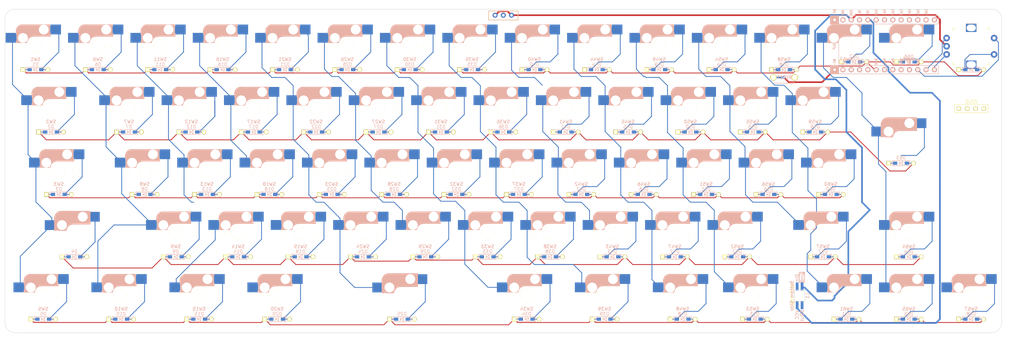
<source format=kicad_pcb>
(kicad_pcb (version 20171130) (host pcbnew "(5.1.12)-1")
  (layers (0 F.Cu signal) (31 B.Cu signal) (34 B.Paste user) (35 F.Paste user) (36 B.SilkS user) (37 F.SilkS user) (38 B.Mask user) (39 F.Mask user) (44 Edge.Cuts user))
  (net 0 "")
  (net 1 "Net-(D1-Pad2)")
  (net 2 Row0)
  (net 3 "Net-(D2-Pad2)")
  (net 4 Row1)
  (net 5 "Net-(D3-Pad2)")
  (net 6 Row2)
  (net 7 "Net-(D4-Pad2)")
  (net 8 Row3)
  (net 9 "Net-(D5-Pad2)")
  (net 10 Row4)
  (net 11 "Net-(D6-Pad2)")
  (net 12 "Net-(D7-Pad2)")
  (net 13 "Net-(D8-Pad2)")
  (net 14 "Net-(D9-Pad2)")
  (net 15 "Net-(D10-Pad2)")
  (net 16 "Net-(D11-Pad2)")
  (net 17 "Net-(D12-Pad2)")
  (net 18 "Net-(D13-Pad2)")
  (net 19 "Net-(D14-Pad2)")
  (net 20 "Net-(D15-Pad2)")
  (net 21 "Net-(D16-Pad2)")
  (net 22 "Net-(D17-Pad2)")
  (net 23 "Net-(D18-Pad2)")
  (net 24 "Net-(D19-Pad2)")
  (net 25 "Net-(D20-Pad2)")
  (net 26 "Net-(D21-Pad2)")
  (net 27 "Net-(D22-Pad2)")
  (net 28 "Net-(D23-Pad2)")
  (net 29 "Net-(D24-Pad2)")
  (net 30 "Net-(D25-Pad2)")
  (net 31 "Net-(D26-Pad2)")
  (net 32 "Net-(D27-Pad2)")
  (net 33 "Net-(D28-Pad2)")
  (net 34 "Net-(D29-Pad2)")
  (net 35 "Net-(D30-Pad2)")
  (net 36 "Net-(D31-Pad2)")
  (net 37 "Net-(D32-Pad2)")
  (net 38 "Net-(D33-Pad2)")
  (net 39 "Net-(D34-Pad2)")
  (net 40 "Net-(D35-Pad2)")
  (net 41 "Net-(D36-Pad2)")
  (net 42 "Net-(D37-Pad2)")
  (net 43 "Net-(D38-Pad2)")
  (net 44 "Net-(D39-Pad2)")
  (net 45 "Net-(D40-Pad1)")
  (net 46 "Net-(D41-Pad1)")
  (net 47 "Net-(D42-Pad1)")
  (net 48 "Net-(D43-Pad1)")
  (net 49 "Net-(D44-Pad1)")
  (net 50 "Net-(D45-Pad1)")
  (net 51 "Net-(D46-Pad1)")
  (net 52 "Net-(D47-Pad1)")
  (net 53 "Net-(D48-Pad1)")
  (net 54 "Net-(D49-Pad1)")
  (net 55 "Net-(D50-Pad1)")
  (net 56 "Net-(D51-Pad1)")
  (net 57 "Net-(D52-Pad1)")
  (net 58 "Net-(D53-Pad1)")
  (net 59 "Net-(D54-Pad1)")
  (net 60 "Net-(D55-Pad1)")
  (net 61 "Net-(D56-Pad1)")
  (net 62 "Net-(D57-Pad1)")
  (net 63 "Net-(D58-Pad1)")
  (net 64 "Net-(D59-Pad1)")
  (net 65 "Net-(D60-Pad1)")
  (net 66 "Net-(D61-Pad1)")
  (net 67 "Net-(D62-Pad1)")
  (net 68 "Net-(D63-Pad1)")
  (net 69 "Net-(D64-Pad1)")
  (net 70 "Net-(D65-Pad1)")
  (net 71 "Net-(D66-Pad1)")
  (net 72 "Net-(D67-Pad1)")
  (net 73 "Net-(D68-Pad1)")
  (net 74 GND)
  (net 75 Bat+)
  (net 76 VCC)
  (net 77 "Net-(L1-Pad1)")
  (net 78 LED)
  (net 79 Col0)
  (net 80 Col1)
  (net 81 Col2)
  (net 82 Col3)
  (net 83 Col4)
  (net 84 Col5)
  (net 85 Col6)
  (net 86 Col7)
  (net 87 B1)
  (net 88 A1)
  (net 89 Reset)
  (net 90 "Net-(U1-Pad24)")
  (net 91 "Net-(U1-Pad13)")
  (net 92 "Net-(U1-Pad2)")
  (net 93 "Net-(OL1-Pad4)")
  (net 94 "Net-(OL1-Pad3)")
  (net 95 "Net-(OL1-Pad2)")
  (net 96 "Net-(OL1-Pad1)")
  (module kbd_Parts:OLED (layer F.Cu) (at 310.5625 47.625)
    (fp_text reference OL1)
    (fp_text value OLED hide)
    (fp_text user OLED (at 3.8 -2.1) (layer F.SilkS))
    (pad 4 thru_hole circle (at 7.62 0) (size 1.397 1.397) (drill 0.8128) (layers *.Cu *.Mask F.SilkS) (net 93 "Net-(OL1-Pad4)"))
    (pad 3 thru_hole circle (at 5.08 0) (size 1.397 1.397) (drill 0.8128) (layers *.Cu *.Mask F.SilkS) (net 94 "Net-(OL1-Pad3)"))
    (pad 2 thru_hole circle (at 2.54 0) (size 1.397 1.397) (drill 0.8128) (layers *.Cu *.Mask F.SilkS) (net 95 "Net-(OL1-Pad2)"))
    (pad 1 thru_hole circle (at 0 0) (size 1.397 1.397) (drill 0.8128) (layers *.Cu *.Mask F.SilkS) (net 96 "Net-(OL1-Pad1)"))
  )
  (module kbd_SW:CherryMX_Hotswap_1.0u (layer F.Cu) (at 47.625 28.575)
    (fp_text reference SW6 (at 0 4) (layer B.SilkS) (effects (justify mirror)))
    (fp_text value SW_PUSH hide)
    (pad 2 smd rect (at 5.7 -5.12 180) (size 3.3 3) (drill (offset -0.45 0)) (layers B.Cu B.Paste B.Mask) (net 11 "Net-(D6-Pad2)"))
    (pad "" np_thru_hole circle (at -5.08 0) (size 2 2) (drill 2) (layers *.Cu *.Mask F.SilkS))
    (pad "" np_thru_hole circle (at 5.08 0) (size 2 2) (drill 2) (layers *.Cu *.Mask F.SilkS))
    (pad "" np_thru_hole circle (at 0 0 90) (size 4 4) (drill 4) (layers *.Cu *.Mask F.SilkS))
    (pad "" np_thru_hole circle (at 2.54 -5.08 180) (size 3 3) (drill 3) (layers *.Cu *.Mask))
    (pad "" np_thru_hole circle (at -3.81 -2.54 180) (size 3 3) (drill 3) (layers *.Cu *.Mask))
    (pad 1 smd rect (at -7 -2.58 180) (size 3.3 3) (drill (offset 0.45 0)) (layers B.Cu B.Paste B.Mask) (net 80 Col1))
  )
  (module kbd_SW:CherryMX_Hotswap_1.0u (layer F.Cu) (at 28.575 28.575)
    (fp_text reference SW1 (at 0 4) (layer B.SilkS) (effects (justify mirror)))
    (fp_text value SW_PUSH hide)
    (pad 2 smd rect (at 5.7 -5.12 180) (size 3.3 3) (drill (offset -0.45 0)) (layers B.Cu B.Paste B.Mask) (net 1 "Net-(D1-Pad2)"))
    (pad "" np_thru_hole circle (at -5.08 0) (size 2 2) (drill 2) (layers *.Cu *.Mask F.SilkS))
    (pad "" np_thru_hole circle (at 5.08 0) (size 2 2) (drill 2) (layers *.Cu *.Mask F.SilkS))
    (pad "" np_thru_hole circle (at 0 0 90) (size 4 4) (drill 4) (layers *.Cu *.Mask F.SilkS))
    (pad "" np_thru_hole circle (at 2.54 -5.08 180) (size 3 3) (drill 3) (layers *.Cu *.Mask))
    (pad "" np_thru_hole circle (at -3.81 -2.54 180) (size 3 3) (drill 3) (layers *.Cu *.Mask))
    (pad 1 smd rect (at -7 -2.58 180) (size 3.3 3) (drill (offset 0.45 0)) (layers B.Cu B.Paste B.Mask) (net 79 Col0))
  )
  (module kbd_SW:CherryMX_Hotswap_1u (layer F.Cu) (at 314.325 104.775)
    (fp_text reference SW67 (at 0 4) (layer B.SilkS) (effects (justify mirror)))
    (fp_text value SW_PUSH hide)
    (pad 2 smd rect (at 5.7 -5.12 180) (size 3.3 3) (drill (offset -0.45 0)) (layers B.Cu B.Paste B.Mask) (net 73 "Net-(D68-Pad1)"))
    (pad "" np_thru_hole circle (at -5.08 0) (size 2 2) (drill 2) (layers *.Cu *.Mask F.SilkS))
    (pad "" np_thru_hole circle (at 5.08 0) (size 2 2) (drill 2) (layers *.Cu *.Mask F.SilkS))
    (pad "" np_thru_hole circle (at 0 0 90) (size 4 4) (drill 4) (layers *.Cu *.Mask F.SilkS))
    (pad "" np_thru_hole circle (at 2.54 -5.08 180) (size 3 3) (drill 3) (layers *.Cu *.Mask))
    (pad "" np_thru_hole circle (at -3.81 -2.54 180) (size 3 3) (drill 3) (layers *.Cu *.Mask))
    (pad 1 smd rect (at -7 -2.58 180) (size 3.3 3) (drill (offset 0.45 0)) (layers B.Cu B.Paste B.Mask) (net 86 Col7))
  )
  (module kbd_SW:CherryMX_Hotswap_1u (layer F.Cu) (at 295.275 28.575)
    (fp_text reference SW66 (at 0 4) (layer B.SilkS) (effects (justify mirror)))
    (fp_text value SW_PUSH hide)
    (pad 2 smd rect (at 5.7 -5.12 180) (size 3.3 3) (drill (offset -0.45 0)) (layers B.Cu B.Paste B.Mask) (net 71 "Net-(D66-Pad1)"))
    (pad "" np_thru_hole circle (at -5.08 0) (size 2 2) (drill 2) (layers *.Cu *.Mask F.SilkS))
    (pad "" np_thru_hole circle (at 5.08 0) (size 2 2) (drill 2) (layers *.Cu *.Mask F.SilkS))
    (pad "" np_thru_hole circle (at 0 0 90) (size 4 4) (drill 4) (layers *.Cu *.Mask F.SilkS))
    (pad "" np_thru_hole circle (at 2.54 -5.08 180) (size 3 3) (drill 3) (layers *.Cu *.Mask))
    (pad "" np_thru_hole circle (at -3.81 -2.54 180) (size 3 3) (drill 3) (layers *.Cu *.Mask))
    (pad 1 smd rect (at -7 -2.58 180) (size 3.3 3) (drill (offset 0.45 0)) (layers B.Cu B.Paste B.Mask) (net 85 Col6))
  )
  (module kbd_SW:CherryMX_Hotswap_1u (layer F.Cu) (at 295.275 104.775)
    (fp_text reference SW65 (at 0 4) (layer B.SilkS) (effects (justify mirror)))
    (fp_text value SW_PUSH hide)
    (pad 2 smd rect (at 5.7 -5.12 180) (size 3.3 3) (drill (offset -0.45 0)) (layers B.Cu B.Paste B.Mask) (net 70 "Net-(D65-Pad1)"))
    (pad "" np_thru_hole circle (at -5.08 0) (size 2 2) (drill 2) (layers *.Cu *.Mask F.SilkS))
    (pad "" np_thru_hole circle (at 5.08 0) (size 2 2) (drill 2) (layers *.Cu *.Mask F.SilkS))
    (pad "" np_thru_hole circle (at 0 0 90) (size 4 4) (drill 4) (layers *.Cu *.Mask F.SilkS))
    (pad "" np_thru_hole circle (at 2.54 -5.08 180) (size 3 3) (drill 3) (layers *.Cu *.Mask))
    (pad "" np_thru_hole circle (at -3.81 -2.54 180) (size 3 3) (drill 3) (layers *.Cu *.Mask))
    (pad 1 smd rect (at -7 -2.58 180) (size 3.3 3) (drill (offset 0.45 0)) (layers B.Cu B.Paste B.Mask) (net 84 Col5))
  )
  (module kbd_SW:CherryMX_Hotswap_1u (layer F.Cu) (at 295.275 85.725)
    (fp_text reference SW64 (at 0 4) (layer B.SilkS) (effects (justify mirror)))
    (fp_text value SW_PUSH hide)
    (pad 2 smd rect (at 5.7 -5.12 180) (size 3.3 3) (drill (offset -0.45 0)) (layers B.Cu B.Paste B.Mask) (net 69 "Net-(D64-Pad1)"))
    (pad "" np_thru_hole circle (at -5.08 0) (size 2 2) (drill 2) (layers *.Cu *.Mask F.SilkS))
    (pad "" np_thru_hole circle (at 5.08 0) (size 2 2) (drill 2) (layers *.Cu *.Mask F.SilkS))
    (pad "" np_thru_hole circle (at 0 0 90) (size 4 4) (drill 4) (layers *.Cu *.Mask F.SilkS))
    (pad "" np_thru_hole circle (at 2.54 -5.08 180) (size 3 3) (drill 3) (layers *.Cu *.Mask))
    (pad "" np_thru_hole circle (at -3.81 -2.54 180) (size 3 3) (drill 3) (layers *.Cu *.Mask))
    (pad 1 smd rect (at -7 -2.58 180) (size 3.3 3) (drill (offset 0.45 0)) (layers B.Cu B.Paste B.Mask) (net 84 Col5))
  )
  (module kbd_SW:CherryMX_Hotswap_1u (layer F.Cu) (at 276.225 28.575)
    (fp_text reference SW62 (at 0 4) (layer B.SilkS) (effects (justify mirror)))
    (fp_text value SW_PUSH hide)
    (pad 2 smd rect (at 5.7 -5.12 180) (size 3.3 3) (drill (offset -0.45 0)) (layers B.Cu B.Paste B.Mask) (net 67 "Net-(D62-Pad1)"))
    (pad "" np_thru_hole circle (at -5.08 0) (size 2 2) (drill 2) (layers *.Cu *.Mask F.SilkS))
    (pad "" np_thru_hole circle (at 5.08 0) (size 2 2) (drill 2) (layers *.Cu *.Mask F.SilkS))
    (pad "" np_thru_hole circle (at 0 0 90) (size 4 4) (drill 4) (layers *.Cu *.Mask F.SilkS))
    (pad "" np_thru_hole circle (at 2.54 -5.08 180) (size 3 3) (drill 3) (layers *.Cu *.Mask))
    (pad "" np_thru_hole circle (at -3.81 -2.54 180) (size 3 3) (drill 3) (layers *.Cu *.Mask))
    (pad 1 smd rect (at -7 -2.58 180) (size 3.3 3) (drill (offset 0.45 0)) (layers B.Cu B.Paste B.Mask) (net 84 Col5))
  )
  (module kbd_SW:CherryMX_Hotswap_1u (layer F.Cu) (at 276.225 104.775)
    (fp_text reference SW61 (at 0 4) (layer B.SilkS) (effects (justify mirror)))
    (fp_text value SW_PUSH hide)
    (pad 2 smd rect (at 5.7 -5.12 180) (size 3.3 3) (drill (offset -0.45 0)) (layers B.Cu B.Paste B.Mask) (net 66 "Net-(D61-Pad1)"))
    (pad "" np_thru_hole circle (at -5.08 0) (size 2 2) (drill 2) (layers *.Cu *.Mask F.SilkS))
    (pad "" np_thru_hole circle (at 5.08 0) (size 2 2) (drill 2) (layers *.Cu *.Mask F.SilkS))
    (pad "" np_thru_hole circle (at 0 0 90) (size 4 4) (drill 4) (layers *.Cu *.Mask F.SilkS))
    (pad "" np_thru_hole circle (at 2.54 -5.08 180) (size 3 3) (drill 3) (layers *.Cu *.Mask))
    (pad "" np_thru_hole circle (at -3.81 -2.54 180) (size 3 3) (drill 3) (layers *.Cu *.Mask))
    (pad 1 smd rect (at -7 -2.58 180) (size 3.3 3) (drill (offset 0.45 0)) (layers B.Cu B.Paste B.Mask) (net 83 Col4))
  )
  (module kbd_SW:CherryMX_Hotswap_1u (layer F.Cu) (at 271.4625 66.675)
    (fp_text reference SW60 (at 0 4) (layer B.SilkS) (effects (justify mirror)))
    (fp_text value SW_PUSH hide)
    (pad 2 smd rect (at 5.7 -5.12 180) (size 3.3 3) (drill (offset -0.45 0)) (layers B.Cu B.Paste B.Mask) (net 65 "Net-(D60-Pad1)"))
    (pad "" np_thru_hole circle (at -5.08 0) (size 2 2) (drill 2) (layers *.Cu *.Mask F.SilkS))
    (pad "" np_thru_hole circle (at 5.08 0) (size 2 2) (drill 2) (layers *.Cu *.Mask F.SilkS))
    (pad "" np_thru_hole circle (at 0 0 90) (size 4 4) (drill 4) (layers *.Cu *.Mask F.SilkS))
    (pad "" np_thru_hole circle (at 2.54 -5.08 180) (size 3 3) (drill 3) (layers *.Cu *.Mask))
    (pad "" np_thru_hole circle (at -3.81 -2.54 180) (size 3 3) (drill 3) (layers *.Cu *.Mask))
    (pad 1 smd rect (at -7 -2.58 180) (size 3.3 3) (drill (offset 0.45 0)) (layers B.Cu B.Paste B.Mask) (net 83 Col4))
  )
  (module kbd_SW:CherryMX_Hotswap_1u (layer F.Cu) (at 266.7 47.625)
    (fp_text reference SW59 (at 0 4) (layer B.SilkS) (effects (justify mirror)))
    (fp_text value SW_PUSH hide)
    (pad 2 smd rect (at 5.7 -5.12 180) (size 3.3 3) (drill (offset -0.45 0)) (layers B.Cu B.Paste B.Mask) (net 64 "Net-(D59-Pad1)"))
    (pad "" np_thru_hole circle (at -5.08 0) (size 2 2) (drill 2) (layers *.Cu *.Mask F.SilkS))
    (pad "" np_thru_hole circle (at 5.08 0) (size 2 2) (drill 2) (layers *.Cu *.Mask F.SilkS))
    (pad "" np_thru_hole circle (at 0 0 90) (size 4 4) (drill 4) (layers *.Cu *.Mask F.SilkS))
    (pad "" np_thru_hole circle (at 2.54 -5.08 180) (size 3 3) (drill 3) (layers *.Cu *.Mask))
    (pad "" np_thru_hole circle (at -3.81 -2.54 180) (size 3 3) (drill 3) (layers *.Cu *.Mask))
    (pad 1 smd rect (at -7 -2.58 180) (size 3.3 3) (drill (offset 0.45 0)) (layers B.Cu B.Paste B.Mask) (net 83 Col4))
  )
  (module kbd_SW:CherryMX_Hotswap_1u (layer F.Cu) (at 257.175 28.575)
    (fp_text reference SW58 (at 0 4) (layer B.SilkS) (effects (justify mirror)))
    (fp_text value SW_PUSH hide)
    (pad 2 smd rect (at 5.7 -5.12 180) (size 3.3 3) (drill (offset -0.45 0)) (layers B.Cu B.Paste B.Mask) (net 63 "Net-(D58-Pad1)"))
    (pad "" np_thru_hole circle (at -5.08 0) (size 2 2) (drill 2) (layers *.Cu *.Mask F.SilkS))
    (pad "" np_thru_hole circle (at 5.08 0) (size 2 2) (drill 2) (layers *.Cu *.Mask F.SilkS))
    (pad "" np_thru_hole circle (at 0 0 90) (size 4 4) (drill 4) (layers *.Cu *.Mask F.SilkS))
    (pad "" np_thru_hole circle (at 2.54 -5.08 180) (size 3 3) (drill 3) (layers *.Cu *.Mask))
    (pad "" np_thru_hole circle (at -3.81 -2.54 180) (size 3 3) (drill 3) (layers *.Cu *.Mask))
    (pad 1 smd rect (at -7 -2.58 180) (size 3.3 3) (drill (offset 0.45 0)) (layers B.Cu B.Paste B.Mask) (net 83 Col4))
  )
  (module kbd_SW:CherryMX_Hotswap_1u (layer F.Cu) (at 252.4125 66.675)
    (fp_text reference SW56 (at 0 4) (layer B.SilkS) (effects (justify mirror)))
    (fp_text value SW_PUSH hide)
    (pad 2 smd rect (at 5.7 -5.12 180) (size 3.3 3) (drill (offset -0.45 0)) (layers B.Cu B.Paste B.Mask) (net 61 "Net-(D56-Pad1)"))
    (pad "" np_thru_hole circle (at -5.08 0) (size 2 2) (drill 2) (layers *.Cu *.Mask F.SilkS))
    (pad "" np_thru_hole circle (at 5.08 0) (size 2 2) (drill 2) (layers *.Cu *.Mask F.SilkS))
    (pad "" np_thru_hole circle (at 0 0 90) (size 4 4) (drill 4) (layers *.Cu *.Mask F.SilkS))
    (pad "" np_thru_hole circle (at 2.54 -5.08 180) (size 3 3) (drill 3) (layers *.Cu *.Mask))
    (pad "" np_thru_hole circle (at -3.81 -2.54 180) (size 3 3) (drill 3) (layers *.Cu *.Mask))
    (pad 1 smd rect (at -7 -2.58 180) (size 3.3 3) (drill (offset 0.45 0)) (layers B.Cu B.Paste B.Mask) (net 82 Col3))
  )
  (module kbd_SW:CherryMX_Hotswap_1u (layer F.Cu) (at 247.65 47.625)
    (fp_text reference SW55 (at 0 4) (layer B.SilkS) (effects (justify mirror)))
    (fp_text value SW_PUSH hide)
    (pad 2 smd rect (at 5.7 -5.12 180) (size 3.3 3) (drill (offset -0.45 0)) (layers B.Cu B.Paste B.Mask) (net 60 "Net-(D55-Pad1)"))
    (pad "" np_thru_hole circle (at -5.08 0) (size 2 2) (drill 2) (layers *.Cu *.Mask F.SilkS))
    (pad "" np_thru_hole circle (at 5.08 0) (size 2 2) (drill 2) (layers *.Cu *.Mask F.SilkS))
    (pad "" np_thru_hole circle (at 0 0 90) (size 4 4) (drill 4) (layers *.Cu *.Mask F.SilkS))
    (pad "" np_thru_hole circle (at 2.54 -5.08 180) (size 3 3) (drill 3) (layers *.Cu *.Mask))
    (pad "" np_thru_hole circle (at -3.81 -2.54 180) (size 3 3) (drill 3) (layers *.Cu *.Mask))
    (pad 1 smd rect (at -7 -2.58 180) (size 3.3 3) (drill (offset 0.45 0)) (layers B.Cu B.Paste B.Mask) (net 82 Col3))
  )
  (module kbd_SW:CherryMX_Hotswap_1u (layer F.Cu) (at 238.125 28.575)
    (fp_text reference SW54 (at 0 4) (layer B.SilkS) (effects (justify mirror)))
    (fp_text value SW_PUSH hide)
    (pad 2 smd rect (at 5.7 -5.12 180) (size 3.3 3) (drill (offset -0.45 0)) (layers B.Cu B.Paste B.Mask) (net 59 "Net-(D54-Pad1)"))
    (pad "" np_thru_hole circle (at -5.08 0) (size 2 2) (drill 2) (layers *.Cu *.Mask F.SilkS))
    (pad "" np_thru_hole circle (at 5.08 0) (size 2 2) (drill 2) (layers *.Cu *.Mask F.SilkS))
    (pad "" np_thru_hole circle (at 0 0 90) (size 4 4) (drill 4) (layers *.Cu *.Mask F.SilkS))
    (pad "" np_thru_hole circle (at 2.54 -5.08 180) (size 3 3) (drill 3) (layers *.Cu *.Mask))
    (pad "" np_thru_hole circle (at -3.81 -2.54 180) (size 3 3) (drill 3) (layers *.Cu *.Mask))
    (pad 1 smd rect (at -7 -2.58 180) (size 3.3 3) (drill (offset 0.45 0)) (layers B.Cu B.Paste B.Mask) (net 82 Col3))
  )
  (module kbd_SW:CherryMX_Hotswap_1u (layer F.Cu) (at 247.65 104.775)
    (fp_text reference SW53 (at 0 4) (layer B.SilkS) (effects (justify mirror)))
    (fp_text value SW_PUSH hide)
    (pad 2 smd rect (at 5.7 -5.12 180) (size 3.3 3) (drill (offset -0.45 0)) (layers B.Cu B.Paste B.Mask) (net 58 "Net-(D53-Pad1)"))
    (pad "" np_thru_hole circle (at -5.08 0) (size 2 2) (drill 2) (layers *.Cu *.Mask F.SilkS))
    (pad "" np_thru_hole circle (at 5.08 0) (size 2 2) (drill 2) (layers *.Cu *.Mask F.SilkS))
    (pad "" np_thru_hole circle (at 0 0 90) (size 4 4) (drill 4) (layers *.Cu *.Mask F.SilkS))
    (pad "" np_thru_hole circle (at 2.54 -5.08 180) (size 3 3) (drill 3) (layers *.Cu *.Mask))
    (pad "" np_thru_hole circle (at -3.81 -2.54 180) (size 3 3) (drill 3) (layers *.Cu *.Mask))
    (pad 1 smd rect (at -7 -2.58 180) (size 3.3 3) (drill (offset 0.45 0)) (layers B.Cu B.Paste B.Mask) (net 81 Col2))
  )
  (module kbd_SW:CherryMX_Hotswap_1u (layer F.Cu) (at 242.8875 85.725)
    (fp_text reference SW52 (at 0 4) (layer B.SilkS) (effects (justify mirror)))
    (fp_text value SW_PUSH hide)
    (pad 2 smd rect (at 5.7 -5.12 180) (size 3.3 3) (drill (offset -0.45 0)) (layers B.Cu B.Paste B.Mask) (net 57 "Net-(D52-Pad1)"))
    (pad "" np_thru_hole circle (at -5.08 0) (size 2 2) (drill 2) (layers *.Cu *.Mask F.SilkS))
    (pad "" np_thru_hole circle (at 5.08 0) (size 2 2) (drill 2) (layers *.Cu *.Mask F.SilkS))
    (pad "" np_thru_hole circle (at 0 0 90) (size 4 4) (drill 4) (layers *.Cu *.Mask F.SilkS))
    (pad "" np_thru_hole circle (at 2.54 -5.08 180) (size 3 3) (drill 3) (layers *.Cu *.Mask))
    (pad "" np_thru_hole circle (at -3.81 -2.54 180) (size 3 3) (drill 3) (layers *.Cu *.Mask))
    (pad 1 smd rect (at -7 -2.58 180) (size 3.3 3) (drill (offset 0.45 0)) (layers B.Cu B.Paste B.Mask) (net 81 Col2))
  )
  (module kbd_SW:CherryMX_Hotswap_1u (layer F.Cu) (at 233.3625 66.675)
    (fp_text reference SW51 (at 0 4) (layer B.SilkS) (effects (justify mirror)))
    (fp_text value SW_PUSH hide)
    (pad 2 smd rect (at 5.7 -5.12 180) (size 3.3 3) (drill (offset -0.45 0)) (layers B.Cu B.Paste B.Mask) (net 56 "Net-(D51-Pad1)"))
    (pad "" np_thru_hole circle (at -5.08 0) (size 2 2) (drill 2) (layers *.Cu *.Mask F.SilkS))
    (pad "" np_thru_hole circle (at 5.08 0) (size 2 2) (drill 2) (layers *.Cu *.Mask F.SilkS))
    (pad "" np_thru_hole circle (at 0 0 90) (size 4 4) (drill 4) (layers *.Cu *.Mask F.SilkS))
    (pad "" np_thru_hole circle (at 2.54 -5.08 180) (size 3 3) (drill 3) (layers *.Cu *.Mask))
    (pad "" np_thru_hole circle (at -3.81 -2.54 180) (size 3 3) (drill 3) (layers *.Cu *.Mask))
    (pad 1 smd rect (at -7 -2.58 180) (size 3.3 3) (drill (offset 0.45 0)) (layers B.Cu B.Paste B.Mask) (net 81 Col2))
  )
  (module kbd_SW:CherryMX_Hotswap_1u (layer F.Cu) (at 228.6 47.625)
    (fp_text reference SW50 (at 0 4) (layer B.SilkS) (effects (justify mirror)))
    (fp_text value SW_PUSH hide)
    (pad 2 smd rect (at 5.7 -5.12 180) (size 3.3 3) (drill (offset -0.45 0)) (layers B.Cu B.Paste B.Mask) (net 55 "Net-(D50-Pad1)"))
    (pad "" np_thru_hole circle (at -5.08 0) (size 2 2) (drill 2) (layers *.Cu *.Mask F.SilkS))
    (pad "" np_thru_hole circle (at 5.08 0) (size 2 2) (drill 2) (layers *.Cu *.Mask F.SilkS))
    (pad "" np_thru_hole circle (at 0 0 90) (size 4 4) (drill 4) (layers *.Cu *.Mask F.SilkS))
    (pad "" np_thru_hole circle (at 2.54 -5.08 180) (size 3 3) (drill 3) (layers *.Cu *.Mask))
    (pad "" np_thru_hole circle (at -3.81 -2.54 180) (size 3 3) (drill 3) (layers *.Cu *.Mask))
    (pad 1 smd rect (at -7 -2.58 180) (size 3.3 3) (drill (offset 0.45 0)) (layers B.Cu B.Paste B.Mask) (net 81 Col2))
  )
  (module kbd_SW:CherryMX_Hotswap_1u (layer F.Cu) (at 219.075 28.575)
    (fp_text reference SW49 (at 0 4) (layer B.SilkS) (effects (justify mirror)))
    (fp_text value SW_PUSH hide)
    (pad 2 smd rect (at 5.7 -5.12 180) (size 3.3 3) (drill (offset -0.45 0)) (layers B.Cu B.Paste B.Mask) (net 54 "Net-(D49-Pad1)"))
    (pad "" np_thru_hole circle (at -5.08 0) (size 2 2) (drill 2) (layers *.Cu *.Mask F.SilkS))
    (pad "" np_thru_hole circle (at 5.08 0) (size 2 2) (drill 2) (layers *.Cu *.Mask F.SilkS))
    (pad "" np_thru_hole circle (at 0 0 90) (size 4 4) (drill 4) (layers *.Cu *.Mask F.SilkS))
    (pad "" np_thru_hole circle (at 2.54 -5.08 180) (size 3 3) (drill 3) (layers *.Cu *.Mask))
    (pad "" np_thru_hole circle (at -3.81 -2.54 180) (size 3 3) (drill 3) (layers *.Cu *.Mask))
    (pad 1 smd rect (at -7 -2.58 180) (size 3.3 3) (drill (offset 0.45 0)) (layers B.Cu B.Paste B.Mask) (net 81 Col2))
  )
  (module kbd_SW:CherryMX_Hotswap_1.0u (layer F.Cu) (at 223.8375 85.725)
    (fp_text reference SW47 (at 0 4) (layer B.SilkS) (effects (justify mirror)))
    (fp_text value SW_PUSH hide)
    (pad 2 smd rect (at 5.7 -5.12 180) (size 3.3 3) (drill (offset -0.45 0)) (layers B.Cu B.Paste B.Mask) (net 52 "Net-(D47-Pad1)"))
    (pad "" np_thru_hole circle (at -5.08 0) (size 2 2) (drill 2) (layers *.Cu *.Mask F.SilkS))
    (pad "" np_thru_hole circle (at 5.08 0) (size 2 2) (drill 2) (layers *.Cu *.Mask F.SilkS))
    (pad "" np_thru_hole circle (at 0 0 90) (size 4 4) (drill 4) (layers *.Cu *.Mask F.SilkS))
    (pad "" np_thru_hole circle (at 2.54 -5.08 180) (size 3 3) (drill 3) (layers *.Cu *.Mask))
    (pad "" np_thru_hole circle (at -3.81 -2.54 180) (size 3 3) (drill 3) (layers *.Cu *.Mask))
    (pad 1 smd rect (at -7 -2.58 180) (size 3.3 3) (drill (offset 0.45 0)) (layers B.Cu B.Paste B.Mask) (net 80 Col1))
  )
  (module kbd_SW:CherryMX_Hotswap_1.0u (layer F.Cu) (at 214.3125 66.675)
    (fp_text reference SW46 (at 0 4) (layer B.SilkS) (effects (justify mirror)))
    (fp_text value SW_PUSH hide)
    (pad 2 smd rect (at 5.7 -5.12 180) (size 3.3 3) (drill (offset -0.45 0)) (layers B.Cu B.Paste B.Mask) (net 51 "Net-(D46-Pad1)"))
    (pad "" np_thru_hole circle (at -5.08 0) (size 2 2) (drill 2) (layers *.Cu *.Mask F.SilkS))
    (pad "" np_thru_hole circle (at 5.08 0) (size 2 2) (drill 2) (layers *.Cu *.Mask F.SilkS))
    (pad "" np_thru_hole circle (at 0 0 90) (size 4 4) (drill 4) (layers *.Cu *.Mask F.SilkS))
    (pad "" np_thru_hole circle (at 2.54 -5.08 180) (size 3 3) (drill 3) (layers *.Cu *.Mask))
    (pad "" np_thru_hole circle (at -3.81 -2.54 180) (size 3 3) (drill 3) (layers *.Cu *.Mask))
    (pad 1 smd rect (at -7 -2.58 180) (size 3.3 3) (drill (offset 0.45 0)) (layers B.Cu B.Paste B.Mask) (net 80 Col1))
  )
  (module kbd_SW:CherryMX_Hotswap_1.0u (layer F.Cu) (at 209.55 47.625)
    (fp_text reference SW45 (at 0 4) (layer B.SilkS) (effects (justify mirror)))
    (fp_text value SW_PUSH hide)
    (pad 2 smd rect (at 5.7 -5.12 180) (size 3.3 3) (drill (offset -0.45 0)) (layers B.Cu B.Paste B.Mask) (net 50 "Net-(D45-Pad1)"))
    (pad "" np_thru_hole circle (at -5.08 0) (size 2 2) (drill 2) (layers *.Cu *.Mask F.SilkS))
    (pad "" np_thru_hole circle (at 5.08 0) (size 2 2) (drill 2) (layers *.Cu *.Mask F.SilkS))
    (pad "" np_thru_hole circle (at 0 0 90) (size 4 4) (drill 4) (layers *.Cu *.Mask F.SilkS))
    (pad "" np_thru_hole circle (at 2.54 -5.08 180) (size 3 3) (drill 3) (layers *.Cu *.Mask))
    (pad "" np_thru_hole circle (at -3.81 -2.54 180) (size 3 3) (drill 3) (layers *.Cu *.Mask))
    (pad 1 smd rect (at -7 -2.58 180) (size 3.3 3) (drill (offset 0.45 0)) (layers B.Cu B.Paste B.Mask) (net 80 Col1))
  )
  (module kbd_SW:CherryMX_Hotswap_1.0u (layer F.Cu) (at 200.025 28.575)
    (fp_text reference SW44 (at 0 4) (layer B.SilkS) (effects (justify mirror)))
    (fp_text value SW_PUSH hide)
    (pad 2 smd rect (at 5.7 -5.12 180) (size 3.3 3) (drill (offset -0.45 0)) (layers B.Cu B.Paste B.Mask) (net 49 "Net-(D44-Pad1)"))
    (pad "" np_thru_hole circle (at -5.08 0) (size 2 2) (drill 2) (layers *.Cu *.Mask F.SilkS))
    (pad "" np_thru_hole circle (at 5.08 0) (size 2 2) (drill 2) (layers *.Cu *.Mask F.SilkS))
    (pad "" np_thru_hole circle (at 0 0 90) (size 4 4) (drill 4) (layers *.Cu *.Mask F.SilkS))
    (pad "" np_thru_hole circle (at 2.54 -5.08 180) (size 3 3) (drill 3) (layers *.Cu *.Mask))
    (pad "" np_thru_hole circle (at -3.81 -2.54 180) (size 3 3) (drill 3) (layers *.Cu *.Mask))
    (pad 1 smd rect (at -7 -2.58 180) (size 3.3 3) (drill (offset 0.45 0)) (layers B.Cu B.Paste B.Mask) (net 80 Col1))
  )
  (module kbd_SW:CherryMX_Hotswap_1.0u (layer F.Cu) (at 204.7875 85.725)
    (fp_text reference SW43 (at 0 4) (layer B.SilkS) (effects (justify mirror)))
    (fp_text value SW_PUSH hide)
    (pad 2 smd rect (at 5.7 -5.12 180) (size 3.3 3) (drill (offset -0.45 0)) (layers B.Cu B.Paste B.Mask) (net 48 "Net-(D43-Pad1)"))
    (pad "" np_thru_hole circle (at -5.08 0) (size 2 2) (drill 2) (layers *.Cu *.Mask F.SilkS))
    (pad "" np_thru_hole circle (at 5.08 0) (size 2 2) (drill 2) (layers *.Cu *.Mask F.SilkS))
    (pad "" np_thru_hole circle (at 0 0 90) (size 4 4) (drill 4) (layers *.Cu *.Mask F.SilkS))
    (pad "" np_thru_hole circle (at 2.54 -5.08 180) (size 3 3) (drill 3) (layers *.Cu *.Mask))
    (pad "" np_thru_hole circle (at -3.81 -2.54 180) (size 3 3) (drill 3) (layers *.Cu *.Mask))
    (pad 1 smd rect (at -7 -2.58 180) (size 3.3 3) (drill (offset 0.45 0)) (layers B.Cu B.Paste B.Mask) (net 79 Col0))
  )
  (module kbd_SW:CherryMX_Hotswap_1.0u (layer F.Cu) (at 195.2625 66.675)
    (fp_text reference SW42 (at 0 4) (layer B.SilkS) (effects (justify mirror)))
    (fp_text value SW_PUSH hide)
    (pad 2 smd rect (at 5.7 -5.12 180) (size 3.3 3) (drill (offset -0.45 0)) (layers B.Cu B.Paste B.Mask) (net 47 "Net-(D42-Pad1)"))
    (pad "" np_thru_hole circle (at -5.08 0) (size 2 2) (drill 2) (layers *.Cu *.Mask F.SilkS))
    (pad "" np_thru_hole circle (at 5.08 0) (size 2 2) (drill 2) (layers *.Cu *.Mask F.SilkS))
    (pad "" np_thru_hole circle (at 0 0 90) (size 4 4) (drill 4) (layers *.Cu *.Mask F.SilkS))
    (pad "" np_thru_hole circle (at 2.54 -5.08 180) (size 3 3) (drill 3) (layers *.Cu *.Mask))
    (pad "" np_thru_hole circle (at -3.81 -2.54 180) (size 3 3) (drill 3) (layers *.Cu *.Mask))
    (pad 1 smd rect (at -7 -2.58 180) (size 3.3 3) (drill (offset 0.45 0)) (layers B.Cu B.Paste B.Mask) (net 79 Col0))
  )
  (module kbd_SW:CherryMX_Hotswap_1.0u (layer F.Cu) (at 190.5 47.625)
    (fp_text reference SW41 (at 0 4) (layer B.SilkS) (effects (justify mirror)))
    (fp_text value SW_PUSH hide)
    (pad 2 smd rect (at 5.7 -5.12 180) (size 3.3 3) (drill (offset -0.45 0)) (layers B.Cu B.Paste B.Mask) (net 46 "Net-(D41-Pad1)"))
    (pad "" np_thru_hole circle (at -5.08 0) (size 2 2) (drill 2) (layers *.Cu *.Mask F.SilkS))
    (pad "" np_thru_hole circle (at 5.08 0) (size 2 2) (drill 2) (layers *.Cu *.Mask F.SilkS))
    (pad "" np_thru_hole circle (at 0 0 90) (size 4 4) (drill 4) (layers *.Cu *.Mask F.SilkS))
    (pad "" np_thru_hole circle (at 2.54 -5.08 180) (size 3 3) (drill 3) (layers *.Cu *.Mask))
    (pad "" np_thru_hole circle (at -3.81 -2.54 180) (size 3 3) (drill 3) (layers *.Cu *.Mask))
    (pad 1 smd rect (at -7 -2.58 180) (size 3.3 3) (drill (offset 0.45 0)) (layers B.Cu B.Paste B.Mask) (net 79 Col0))
  )
  (module kbd_SW:CherryMX_Hotswap_1.0u (layer F.Cu) (at 180.975 28.575)
    (fp_text reference SW40 (at 0 4) (layer B.SilkS) (effects (justify mirror)))
    (fp_text value SW_PUSH hide)
    (pad 2 smd rect (at 5.7 -5.12 180) (size 3.3 3) (drill (offset -0.45 0)) (layers B.Cu B.Paste B.Mask) (net 45 "Net-(D40-Pad1)"))
    (pad "" np_thru_hole circle (at -5.08 0) (size 2 2) (drill 2) (layers *.Cu *.Mask F.SilkS))
    (pad "" np_thru_hole circle (at 5.08 0) (size 2 2) (drill 2) (layers *.Cu *.Mask F.SilkS))
    (pad "" np_thru_hole circle (at 0 0 90) (size 4 4) (drill 4) (layers *.Cu *.Mask F.SilkS))
    (pad "" np_thru_hole circle (at 2.54 -5.08 180) (size 3 3) (drill 3) (layers *.Cu *.Mask))
    (pad "" np_thru_hole circle (at -3.81 -2.54 180) (size 3 3) (drill 3) (layers *.Cu *.Mask))
    (pad 1 smd rect (at -7 -2.58 180) (size 3.3 3) (drill (offset 0.45 0)) (layers B.Cu B.Paste B.Mask) (net 79 Col0))
  )
  (module kbd_SW:CherryMX_Hotswap_1.0u (layer F.Cu) (at 185.7375 85.725)
    (fp_text reference SW38 (at 0 4) (layer B.SilkS) (effects (justify mirror)))
    (fp_text value SW_PUSH hide)
    (pad 2 smd rect (at 5.7 -5.12 180) (size 3.3 3) (drill (offset -0.45 0)) (layers B.Cu B.Paste B.Mask) (net 43 "Net-(D38-Pad2)"))
    (pad "" np_thru_hole circle (at -5.08 0) (size 2 2) (drill 2) (layers *.Cu *.Mask F.SilkS))
    (pad "" np_thru_hole circle (at 5.08 0) (size 2 2) (drill 2) (layers *.Cu *.Mask F.SilkS))
    (pad "" np_thru_hole circle (at 0 0 90) (size 4 4) (drill 4) (layers *.Cu *.Mask F.SilkS))
    (pad "" np_thru_hole circle (at 2.54 -5.08 180) (size 3 3) (drill 3) (layers *.Cu *.Mask))
    (pad "" np_thru_hole circle (at -3.81 -2.54 180) (size 3 3) (drill 3) (layers *.Cu *.Mask))
    (pad 1 smd rect (at -7 -2.58 180) (size 3.3 3) (drill (offset 0.45 0)) (layers B.Cu B.Paste B.Mask) (net 86 Col7))
  )
  (module kbd_SW:CherryMX_Hotswap_1.0u (layer F.Cu) (at 176.2125 66.675)
    (fp_text reference SW37 (at 0 4) (layer B.SilkS) (effects (justify mirror)))
    (fp_text value SW_PUSH hide)
    (pad 2 smd rect (at 5.7 -5.12 180) (size 3.3 3) (drill (offset -0.45 0)) (layers B.Cu B.Paste B.Mask) (net 42 "Net-(D37-Pad2)"))
    (pad "" np_thru_hole circle (at -5.08 0) (size 2 2) (drill 2) (layers *.Cu *.Mask F.SilkS))
    (pad "" np_thru_hole circle (at 5.08 0) (size 2 2) (drill 2) (layers *.Cu *.Mask F.SilkS))
    (pad "" np_thru_hole circle (at 0 0 90) (size 4 4) (drill 4) (layers *.Cu *.Mask F.SilkS))
    (pad "" np_thru_hole circle (at 2.54 -5.08 180) (size 3 3) (drill 3) (layers *.Cu *.Mask))
    (pad "" np_thru_hole circle (at -3.81 -2.54 180) (size 3 3) (drill 3) (layers *.Cu *.Mask))
    (pad 1 smd rect (at -7 -2.58 180) (size 3.3 3) (drill (offset 0.45 0)) (layers B.Cu B.Paste B.Mask) (net 86 Col7))
  )
  (module kbd_SW:CherryMX_Hotswap_1.0u (layer F.Cu) (at 171.45 47.625)
    (fp_text reference SW36 (at 0 4) (layer B.SilkS) (effects (justify mirror)))
    (fp_text value SW_PUSH hide)
    (pad 2 smd rect (at 5.7 -5.12 180) (size 3.3 3) (drill (offset -0.45 0)) (layers B.Cu B.Paste B.Mask) (net 41 "Net-(D36-Pad2)"))
    (pad "" np_thru_hole circle (at -5.08 0) (size 2 2) (drill 2) (layers *.Cu *.Mask F.SilkS))
    (pad "" np_thru_hole circle (at 5.08 0) (size 2 2) (drill 2) (layers *.Cu *.Mask F.SilkS))
    (pad "" np_thru_hole circle (at 0 0 90) (size 4 4) (drill 4) (layers *.Cu *.Mask F.SilkS))
    (pad "" np_thru_hole circle (at 2.54 -5.08 180) (size 3 3) (drill 3) (layers *.Cu *.Mask))
    (pad "" np_thru_hole circle (at -3.81 -2.54 180) (size 3 3) (drill 3) (layers *.Cu *.Mask))
    (pad 1 smd rect (at -7 -2.58 180) (size 3.3 3) (drill (offset 0.45 0)) (layers B.Cu B.Paste B.Mask) (net 86 Col7))
  )
  (module kbd_SW:CherryMX_Hotswap_1.0u (layer F.Cu) (at 161.925 28.575)
    (fp_text reference SW35 (at 0 4) (layer B.SilkS) (effects (justify mirror)))
    (fp_text value SW_PUSH hide)
    (pad 2 smd rect (at 5.7 -5.12 180) (size 3.3 3) (drill (offset -0.45 0)) (layers B.Cu B.Paste B.Mask) (net 40 "Net-(D35-Pad2)"))
    (pad "" np_thru_hole circle (at -5.08 0) (size 2 2) (drill 2) (layers *.Cu *.Mask F.SilkS))
    (pad "" np_thru_hole circle (at 5.08 0) (size 2 2) (drill 2) (layers *.Cu *.Mask F.SilkS))
    (pad "" np_thru_hole circle (at 0 0 90) (size 4 4) (drill 4) (layers *.Cu *.Mask F.SilkS))
    (pad "" np_thru_hole circle (at 2.54 -5.08 180) (size 3 3) (drill 3) (layers *.Cu *.Mask))
    (pad "" np_thru_hole circle (at -3.81 -2.54 180) (size 3 3) (drill 3) (layers *.Cu *.Mask))
    (pad 1 smd rect (at -7 -2.58 180) (size 3.3 3) (drill (offset 0.45 0)) (layers B.Cu B.Paste B.Mask) (net 86 Col7))
  )
  (module kbd_SW:CherryMX_Hotswap_1.0u (layer F.Cu) (at 166.6875 85.725)
    (fp_text reference SW33 (at 0 4) (layer B.SilkS) (effects (justify mirror)))
    (fp_text value SW_PUSH hide)
    (pad 2 smd rect (at 5.7 -5.12 180) (size 3.3 3) (drill (offset -0.45 0)) (layers B.Cu B.Paste B.Mask) (net 38 "Net-(D33-Pad2)"))
    (pad "" np_thru_hole circle (at -5.08 0) (size 2 2) (drill 2) (layers *.Cu *.Mask F.SilkS))
    (pad "" np_thru_hole circle (at 5.08 0) (size 2 2) (drill 2) (layers *.Cu *.Mask F.SilkS))
    (pad "" np_thru_hole circle (at 0 0 90) (size 4 4) (drill 4) (layers *.Cu *.Mask F.SilkS))
    (pad "" np_thru_hole circle (at 2.54 -5.08 180) (size 3 3) (drill 3) (layers *.Cu *.Mask))
    (pad "" np_thru_hole circle (at -3.81 -2.54 180) (size 3 3) (drill 3) (layers *.Cu *.Mask))
    (pad 1 smd rect (at -7 -2.58 180) (size 3.3 3) (drill (offset 0.45 0)) (layers B.Cu B.Paste B.Mask) (net 85 Col6))
  )
  (module kbd_SW:CherryMX_Hotswap_1.0u (layer F.Cu) (at 157.1625 66.675)
    (fp_text reference SW32 (at 0 4) (layer B.SilkS) (effects (justify mirror)))
    (fp_text value SW_PUSH hide)
    (pad 2 smd rect (at 5.7 -5.12 180) (size 3.3 3) (drill (offset -0.45 0)) (layers B.Cu B.Paste B.Mask) (net 37 "Net-(D32-Pad2)"))
    (pad "" np_thru_hole circle (at -5.08 0) (size 2 2) (drill 2) (layers *.Cu *.Mask F.SilkS))
    (pad "" np_thru_hole circle (at 5.08 0) (size 2 2) (drill 2) (layers *.Cu *.Mask F.SilkS))
    (pad "" np_thru_hole circle (at 0 0 90) (size 4 4) (drill 4) (layers *.Cu *.Mask F.SilkS))
    (pad "" np_thru_hole circle (at 2.54 -5.08 180) (size 3 3) (drill 3) (layers *.Cu *.Mask))
    (pad "" np_thru_hole circle (at -3.81 -2.54 180) (size 3 3) (drill 3) (layers *.Cu *.Mask))
    (pad 1 smd rect (at -7 -2.58 180) (size 3.3 3) (drill (offset 0.45 0)) (layers B.Cu B.Paste B.Mask) (net 85 Col6))
  )
  (module kbd_SW:CherryMX_Hotswap_1.0u (layer F.Cu) (at 152.4 47.625)
    (fp_text reference SW31 (at 0 4) (layer B.SilkS) (effects (justify mirror)))
    (fp_text value SW_PUSH hide)
    (pad 2 smd rect (at 5.7 -5.12 180) (size 3.3 3) (drill (offset -0.45 0)) (layers B.Cu B.Paste B.Mask) (net 36 "Net-(D31-Pad2)"))
    (pad "" np_thru_hole circle (at -5.08 0) (size 2 2) (drill 2) (layers *.Cu *.Mask F.SilkS))
    (pad "" np_thru_hole circle (at 5.08 0) (size 2 2) (drill 2) (layers *.Cu *.Mask F.SilkS))
    (pad "" np_thru_hole circle (at 0 0 90) (size 4 4) (drill 4) (layers *.Cu *.Mask F.SilkS))
    (pad "" np_thru_hole circle (at 2.54 -5.08 180) (size 3 3) (drill 3) (layers *.Cu *.Mask))
    (pad "" np_thru_hole circle (at -3.81 -2.54 180) (size 3 3) (drill 3) (layers *.Cu *.Mask))
    (pad 1 smd rect (at -7 -2.58 180) (size 3.3 3) (drill (offset 0.45 0)) (layers B.Cu B.Paste B.Mask) (net 85 Col6))
  )
  (module kbd_SW:CherryMX_Hotswap_1.0u (layer F.Cu) (at 142.875 28.575)
    (fp_text reference SW30 (at 0 4) (layer B.SilkS) (effects (justify mirror)))
    (fp_text value SW_PUSH hide)
    (pad 2 smd rect (at 5.7 -5.12 180) (size 3.3 3) (drill (offset -0.45 0)) (layers B.Cu B.Paste B.Mask) (net 35 "Net-(D30-Pad2)"))
    (pad "" np_thru_hole circle (at -5.08 0) (size 2 2) (drill 2) (layers *.Cu *.Mask F.SilkS))
    (pad "" np_thru_hole circle (at 5.08 0) (size 2 2) (drill 2) (layers *.Cu *.Mask F.SilkS))
    (pad "" np_thru_hole circle (at 0 0 90) (size 4 4) (drill 4) (layers *.Cu *.Mask F.SilkS))
    (pad "" np_thru_hole circle (at 2.54 -5.08 180) (size 3 3) (drill 3) (layers *.Cu *.Mask))
    (pad "" np_thru_hole circle (at -3.81 -2.54 180) (size 3 3) (drill 3) (layers *.Cu *.Mask))
    (pad 1 smd rect (at -7 -2.58 180) (size 3.3 3) (drill (offset 0.45 0)) (layers B.Cu B.Paste B.Mask) (net 85 Col6))
  )
  (module kbd_SW:CherryMX_Hotswap_1.0u (layer F.Cu) (at 147.6375 85.725)
    (fp_text reference SW29 (at 0 4) (layer B.SilkS) (effects (justify mirror)))
    (fp_text value SW_PUSH hide)
    (pad 2 smd rect (at 5.7 -5.12 180) (size 3.3 3) (drill (offset -0.45 0)) (layers B.Cu B.Paste B.Mask) (net 34 "Net-(D29-Pad2)"))
    (pad "" np_thru_hole circle (at -5.08 0) (size 2 2) (drill 2) (layers *.Cu *.Mask F.SilkS))
    (pad "" np_thru_hole circle (at 5.08 0) (size 2 2) (drill 2) (layers *.Cu *.Mask F.SilkS))
    (pad "" np_thru_hole circle (at 0 0 90) (size 4 4) (drill 4) (layers *.Cu *.Mask F.SilkS))
    (pad "" np_thru_hole circle (at 2.54 -5.08 180) (size 3 3) (drill 3) (layers *.Cu *.Mask))
    (pad "" np_thru_hole circle (at -3.81 -2.54 180) (size 3 3) (drill 3) (layers *.Cu *.Mask))
    (pad 1 smd rect (at -7 -2.58 180) (size 3.3 3) (drill (offset 0.45 0)) (layers B.Cu B.Paste B.Mask) (net 84 Col5))
  )
  (module kbd_SW:CherryMX_Hotswap_1.0u (layer F.Cu) (at 138.1125 66.675)
    (fp_text reference SW28 (at 0 4) (layer B.SilkS) (effects (justify mirror)))
    (fp_text value SW_PUSH hide)
    (pad 2 smd rect (at 5.7 -5.12 180) (size 3.3 3) (drill (offset -0.45 0)) (layers B.Cu B.Paste B.Mask) (net 33 "Net-(D28-Pad2)"))
    (pad "" np_thru_hole circle (at -5.08 0) (size 2 2) (drill 2) (layers *.Cu *.Mask F.SilkS))
    (pad "" np_thru_hole circle (at 5.08 0) (size 2 2) (drill 2) (layers *.Cu *.Mask F.SilkS))
    (pad "" np_thru_hole circle (at 0 0 90) (size 4 4) (drill 4) (layers *.Cu *.Mask F.SilkS))
    (pad "" np_thru_hole circle (at 2.54 -5.08 180) (size 3 3) (drill 3) (layers *.Cu *.Mask))
    (pad "" np_thru_hole circle (at -3.81 -2.54 180) (size 3 3) (drill 3) (layers *.Cu *.Mask))
    (pad 1 smd rect (at -7 -2.58 180) (size 3.3 3) (drill (offset 0.45 0)) (layers B.Cu B.Paste B.Mask) (net 84 Col5))
  )
  (module kbd_SW:CherryMX_Hotswap_1.0u (layer F.Cu) (at 133.35 47.625)
    (fp_text reference SW27 (at 0 4) (layer B.SilkS) (effects (justify mirror)))
    (fp_text value SW_PUSH hide)
    (pad 2 smd rect (at 5.7 -5.12 180) (size 3.3 3) (drill (offset -0.45 0)) (layers B.Cu B.Paste B.Mask) (net 32 "Net-(D27-Pad2)"))
    (pad "" np_thru_hole circle (at -5.08 0) (size 2 2) (drill 2) (layers *.Cu *.Mask F.SilkS))
    (pad "" np_thru_hole circle (at 5.08 0) (size 2 2) (drill 2) (layers *.Cu *.Mask F.SilkS))
    (pad "" np_thru_hole circle (at 0 0 90) (size 4 4) (drill 4) (layers *.Cu *.Mask F.SilkS))
    (pad "" np_thru_hole circle (at 2.54 -5.08 180) (size 3 3) (drill 3) (layers *.Cu *.Mask))
    (pad "" np_thru_hole circle (at -3.81 -2.54 180) (size 3 3) (drill 3) (layers *.Cu *.Mask))
    (pad 1 smd rect (at -7 -2.58 180) (size 3.3 3) (drill (offset 0.45 0)) (layers B.Cu B.Paste B.Mask) (net 84 Col5))
  )
  (module kbd_SW:CherryMX_Hotswap_1.0u (layer F.Cu) (at 123.825 28.575)
    (fp_text reference SW26 (at 0 4) (layer B.SilkS) (effects (justify mirror)))
    (fp_text value SW_PUSH hide)
    (pad 2 smd rect (at 5.7 -5.12 180) (size 3.3 3) (drill (offset -0.45 0)) (layers B.Cu B.Paste B.Mask) (net 31 "Net-(D26-Pad2)"))
    (pad "" np_thru_hole circle (at -5.08 0) (size 2 2) (drill 2) (layers *.Cu *.Mask F.SilkS))
    (pad "" np_thru_hole circle (at 5.08 0) (size 2 2) (drill 2) (layers *.Cu *.Mask F.SilkS))
    (pad "" np_thru_hole circle (at 0 0 90) (size 4 4) (drill 4) (layers *.Cu *.Mask F.SilkS))
    (pad "" np_thru_hole circle (at 2.54 -5.08 180) (size 3 3) (drill 3) (layers *.Cu *.Mask))
    (pad "" np_thru_hole circle (at -3.81 -2.54 180) (size 3 3) (drill 3) (layers *.Cu *.Mask))
    (pad 1 smd rect (at -7 -2.58 180) (size 3.3 3) (drill (offset 0.45 0)) (layers B.Cu B.Paste B.Mask) (net 84 Col5))
  )
  (module kbd_SW:CherryMX_Hotswap_1.0u (layer F.Cu) (at 128.5875 85.725)
    (fp_text reference SW24 (at 0 4) (layer B.SilkS) (effects (justify mirror)))
    (fp_text value SW_PUSH hide)
    (pad 2 smd rect (at 5.7 -5.12 180) (size 3.3 3) (drill (offset -0.45 0)) (layers B.Cu B.Paste B.Mask) (net 29 "Net-(D24-Pad2)"))
    (pad "" np_thru_hole circle (at -5.08 0) (size 2 2) (drill 2) (layers *.Cu *.Mask F.SilkS))
    (pad "" np_thru_hole circle (at 5.08 0) (size 2 2) (drill 2) (layers *.Cu *.Mask F.SilkS))
    (pad "" np_thru_hole circle (at 0 0 90) (size 4 4) (drill 4) (layers *.Cu *.Mask F.SilkS))
    (pad "" np_thru_hole circle (at 2.54 -5.08 180) (size 3 3) (drill 3) (layers *.Cu *.Mask))
    (pad "" np_thru_hole circle (at -3.81 -2.54 180) (size 3 3) (drill 3) (layers *.Cu *.Mask))
    (pad 1 smd rect (at -7 -2.58 180) (size 3.3 3) (drill (offset 0.45 0)) (layers B.Cu B.Paste B.Mask) (net 83 Col4))
  )
  (module kbd_SW:CherryMX_Hotswap_1.0u (layer F.Cu) (at 119.0625 66.675)
    (fp_text reference SW23 (at 0 4) (layer B.SilkS) (effects (justify mirror)))
    (fp_text value SW_PUSH hide)
    (pad 2 smd rect (at 5.7 -5.12 180) (size 3.3 3) (drill (offset -0.45 0)) (layers B.Cu B.Paste B.Mask) (net 28 "Net-(D23-Pad2)"))
    (pad "" np_thru_hole circle (at -5.08 0) (size 2 2) (drill 2) (layers *.Cu *.Mask F.SilkS))
    (pad "" np_thru_hole circle (at 5.08 0) (size 2 2) (drill 2) (layers *.Cu *.Mask F.SilkS))
    (pad "" np_thru_hole circle (at 0 0 90) (size 4 4) (drill 4) (layers *.Cu *.Mask F.SilkS))
    (pad "" np_thru_hole circle (at 2.54 -5.08 180) (size 3 3) (drill 3) (layers *.Cu *.Mask))
    (pad "" np_thru_hole circle (at -3.81 -2.54 180) (size 3 3) (drill 3) (layers *.Cu *.Mask))
    (pad 1 smd rect (at -7 -2.58 180) (size 3.3 3) (drill (offset 0.45 0)) (layers B.Cu B.Paste B.Mask) (net 83 Col4))
  )
  (module kbd_SW:CherryMX_Hotswap_1.0u (layer F.Cu) (at 114.3 47.625)
    (fp_text reference SW22 (at 0 4) (layer B.SilkS) (effects (justify mirror)))
    (fp_text value SW_PUSH hide)
    (pad 2 smd rect (at 5.7 -5.12 180) (size 3.3 3) (drill (offset -0.45 0)) (layers B.Cu B.Paste B.Mask) (net 27 "Net-(D22-Pad2)"))
    (pad "" np_thru_hole circle (at -5.08 0) (size 2 2) (drill 2) (layers *.Cu *.Mask F.SilkS))
    (pad "" np_thru_hole circle (at 5.08 0) (size 2 2) (drill 2) (layers *.Cu *.Mask F.SilkS))
    (pad "" np_thru_hole circle (at 0 0 90) (size 4 4) (drill 4) (layers *.Cu *.Mask F.SilkS))
    (pad "" np_thru_hole circle (at 2.54 -5.08 180) (size 3 3) (drill 3) (layers *.Cu *.Mask))
    (pad "" np_thru_hole circle (at -3.81 -2.54 180) (size 3 3) (drill 3) (layers *.Cu *.Mask))
    (pad 1 smd rect (at -7 -2.58 180) (size 3.3 3) (drill (offset 0.45 0)) (layers B.Cu B.Paste B.Mask) (net 83 Col4))
  )
  (module kbd_SW:CherryMX_Hotswap_1.0u (layer F.Cu) (at 104.775 28.575)
    (fp_text reference SW21 (at 0 4) (layer B.SilkS) (effects (justify mirror)))
    (fp_text value SW_PUSH hide)
    (pad 2 smd rect (at 5.7 -5.12 180) (size 3.3 3) (drill (offset -0.45 0)) (layers B.Cu B.Paste B.Mask) (net 26 "Net-(D21-Pad2)"))
    (pad "" np_thru_hole circle (at -5.08 0) (size 2 2) (drill 2) (layers *.Cu *.Mask F.SilkS))
    (pad "" np_thru_hole circle (at 5.08 0) (size 2 2) (drill 2) (layers *.Cu *.Mask F.SilkS))
    (pad "" np_thru_hole circle (at 0 0 90) (size 4 4) (drill 4) (layers *.Cu *.Mask F.SilkS))
    (pad "" np_thru_hole circle (at 2.54 -5.08 180) (size 3 3) (drill 3) (layers *.Cu *.Mask))
    (pad "" np_thru_hole circle (at -3.81 -2.54 180) (size 3 3) (drill 3) (layers *.Cu *.Mask))
    (pad 1 smd rect (at -7 -2.58 180) (size 3.3 3) (drill (offset 0.45 0)) (layers B.Cu B.Paste B.Mask) (net 83 Col4))
  )
  (module kbd_SW:CherryMX_Hotswap_1.0u (layer F.Cu) (at 109.5375 85.725)
    (fp_text reference SW19 (at 0 4) (layer B.SilkS) (effects (justify mirror)))
    (fp_text value SW_PUSH hide)
    (pad 2 smd rect (at 5.7 -5.12 180) (size 3.3 3) (drill (offset -0.45 0)) (layers B.Cu B.Paste B.Mask) (net 24 "Net-(D19-Pad2)"))
    (pad "" np_thru_hole circle (at -5.08 0) (size 2 2) (drill 2) (layers *.Cu *.Mask F.SilkS))
    (pad "" np_thru_hole circle (at 5.08 0) (size 2 2) (drill 2) (layers *.Cu *.Mask F.SilkS))
    (pad "" np_thru_hole circle (at 0 0 90) (size 4 4) (drill 4) (layers *.Cu *.Mask F.SilkS))
    (pad "" np_thru_hole circle (at 2.54 -5.08 180) (size 3 3) (drill 3) (layers *.Cu *.Mask))
    (pad "" np_thru_hole circle (at -3.81 -2.54 180) (size 3 3) (drill 3) (layers *.Cu *.Mask))
    (pad 1 smd rect (at -7 -2.58 180) (size 3.3 3) (drill (offset 0.45 0)) (layers B.Cu B.Paste B.Mask) (net 82 Col3))
  )
  (module kbd_SW:CherryMX_Hotswap_1.0u (layer F.Cu) (at 100.0125 66.675)
    (fp_text reference SW18 (at 0 4) (layer B.SilkS) (effects (justify mirror)))
    (fp_text value SW_PUSH hide)
    (pad 2 smd rect (at 5.7 -5.12 180) (size 3.3 3) (drill (offset -0.45 0)) (layers B.Cu B.Paste B.Mask) (net 23 "Net-(D18-Pad2)"))
    (pad "" np_thru_hole circle (at -5.08 0) (size 2 2) (drill 2) (layers *.Cu *.Mask F.SilkS))
    (pad "" np_thru_hole circle (at 5.08 0) (size 2 2) (drill 2) (layers *.Cu *.Mask F.SilkS))
    (pad "" np_thru_hole circle (at 0 0 90) (size 4 4) (drill 4) (layers *.Cu *.Mask F.SilkS))
    (pad "" np_thru_hole circle (at 2.54 -5.08 180) (size 3 3) (drill 3) (layers *.Cu *.Mask))
    (pad "" np_thru_hole circle (at -3.81 -2.54 180) (size 3 3) (drill 3) (layers *.Cu *.Mask))
    (pad 1 smd rect (at -7 -2.58 180) (size 3.3 3) (drill (offset 0.45 0)) (layers B.Cu B.Paste B.Mask) (net 82 Col3))
  )
  (module kbd_SW:CherryMX_Hotswap_1.0u (layer F.Cu) (at 95.25 47.625)
    (fp_text reference SW17 (at 0 4) (layer B.SilkS) (effects (justify mirror)))
    (fp_text value SW_PUSH hide)
    (pad 2 smd rect (at 5.7 -5.12 180) (size 3.3 3) (drill (offset -0.45 0)) (layers B.Cu B.Paste B.Mask) (net 22 "Net-(D17-Pad2)"))
    (pad "" np_thru_hole circle (at -5.08 0) (size 2 2) (drill 2) (layers *.Cu *.Mask F.SilkS))
    (pad "" np_thru_hole circle (at 5.08 0) (size 2 2) (drill 2) (layers *.Cu *.Mask F.SilkS))
    (pad "" np_thru_hole circle (at 0 0 90) (size 4 4) (drill 4) (layers *.Cu *.Mask F.SilkS))
    (pad "" np_thru_hole circle (at 2.54 -5.08 180) (size 3 3) (drill 3) (layers *.Cu *.Mask))
    (pad "" np_thru_hole circle (at -3.81 -2.54 180) (size 3 3) (drill 3) (layers *.Cu *.Mask))
    (pad 1 smd rect (at -7 -2.58 180) (size 3.3 3) (drill (offset 0.45 0)) (layers B.Cu B.Paste B.Mask) (net 82 Col3))
  )
  (module kbd_SW:CherryMX_Hotswap_1.0u (layer F.Cu) (at 85.725 28.575)
    (fp_text reference SW16 (at 0 4) (layer B.SilkS) (effects (justify mirror)))
    (fp_text value SW_PUSH hide)
    (pad 2 smd rect (at 5.7 -5.12 180) (size 3.3 3) (drill (offset -0.45 0)) (layers B.Cu B.Paste B.Mask) (net 21 "Net-(D16-Pad2)"))
    (pad "" np_thru_hole circle (at -5.08 0) (size 2 2) (drill 2) (layers *.Cu *.Mask F.SilkS))
    (pad "" np_thru_hole circle (at 5.08 0) (size 2 2) (drill 2) (layers *.Cu *.Mask F.SilkS))
    (pad "" np_thru_hole circle (at 0 0 90) (size 4 4) (drill 4) (layers *.Cu *.Mask F.SilkS))
    (pad "" np_thru_hole circle (at 2.54 -5.08 180) (size 3 3) (drill 3) (layers *.Cu *.Mask))
    (pad "" np_thru_hole circle (at -3.81 -2.54 180) (size 3 3) (drill 3) (layers *.Cu *.Mask))
    (pad 1 smd rect (at -7 -2.58 180) (size 3.3 3) (drill (offset 0.45 0)) (layers B.Cu B.Paste B.Mask) (net 82 Col3))
  )
  (module kbd_SW:CherryMX_Hotswap_1.0u (layer F.Cu) (at 90.4875 85.725)
    (fp_text reference SW14 (at 0 4) (layer B.SilkS) (effects (justify mirror)))
    (fp_text value SW_PUSH hide)
    (pad 2 smd rect (at 5.7 -5.12 180) (size 3.3 3) (drill (offset -0.45 0)) (layers B.Cu B.Paste B.Mask) (net 19 "Net-(D14-Pad2)"))
    (pad "" np_thru_hole circle (at -5.08 0) (size 2 2) (drill 2) (layers *.Cu *.Mask F.SilkS))
    (pad "" np_thru_hole circle (at 5.08 0) (size 2 2) (drill 2) (layers *.Cu *.Mask F.SilkS))
    (pad "" np_thru_hole circle (at 0 0 90) (size 4 4) (drill 4) (layers *.Cu *.Mask F.SilkS))
    (pad "" np_thru_hole circle (at 2.54 -5.08 180) (size 3 3) (drill 3) (layers *.Cu *.Mask))
    (pad "" np_thru_hole circle (at -3.81 -2.54 180) (size 3 3) (drill 3) (layers *.Cu *.Mask))
    (pad 1 smd rect (at -7 -2.58 180) (size 3.3 3) (drill (offset 0.45 0)) (layers B.Cu B.Paste B.Mask) (net 81 Col2))
  )
  (module kbd_SW:CherryMX_Hotswap_1.0u (layer F.Cu) (at 80.9625 66.675)
    (fp_text reference SW13 (at 0 4) (layer B.SilkS) (effects (justify mirror)))
    (fp_text value SW_PUSH hide)
    (pad 2 smd rect (at 5.7 -5.12 180) (size 3.3 3) (drill (offset -0.45 0)) (layers B.Cu B.Paste B.Mask) (net 18 "Net-(D13-Pad2)"))
    (pad "" np_thru_hole circle (at -5.08 0) (size 2 2) (drill 2) (layers *.Cu *.Mask F.SilkS))
    (pad "" np_thru_hole circle (at 5.08 0) (size 2 2) (drill 2) (layers *.Cu *.Mask F.SilkS))
    (pad "" np_thru_hole circle (at 0 0 90) (size 4 4) (drill 4) (layers *.Cu *.Mask F.SilkS))
    (pad "" np_thru_hole circle (at 2.54 -5.08 180) (size 3 3) (drill 3) (layers *.Cu *.Mask))
    (pad "" np_thru_hole circle (at -3.81 -2.54 180) (size 3 3) (drill 3) (layers *.Cu *.Mask))
    (pad 1 smd rect (at -7 -2.58 180) (size 3.3 3) (drill (offset 0.45 0)) (layers B.Cu B.Paste B.Mask) (net 81 Col2))
  )
  (module kbd_SW:CherryMX_Hotswap_1.0u (layer F.Cu) (at 76.2 47.625)
    (fp_text reference SW12 (at 0 4) (layer B.SilkS) (effects (justify mirror)))
    (fp_text value SW_PUSH hide)
    (pad 2 smd rect (at 5.7 -5.12 180) (size 3.3 3) (drill (offset -0.45 0)) (layers B.Cu B.Paste B.Mask) (net 17 "Net-(D12-Pad2)"))
    (pad "" np_thru_hole circle (at -5.08 0) (size 2 2) (drill 2) (layers *.Cu *.Mask F.SilkS))
    (pad "" np_thru_hole circle (at 5.08 0) (size 2 2) (drill 2) (layers *.Cu *.Mask F.SilkS))
    (pad "" np_thru_hole circle (at 0 0 90) (size 4 4) (drill 4) (layers *.Cu *.Mask F.SilkS))
    (pad "" np_thru_hole circle (at 2.54 -5.08 180) (size 3 3) (drill 3) (layers *.Cu *.Mask))
    (pad "" np_thru_hole circle (at -3.81 -2.54 180) (size 3 3) (drill 3) (layers *.Cu *.Mask))
    (pad 1 smd rect (at -7 -2.58 180) (size 3.3 3) (drill (offset 0.45 0)) (layers B.Cu B.Paste B.Mask) (net 81 Col2))
  )
  (module kbd_SW:CherryMX_Hotswap_1.0u (layer F.Cu) (at 66.675 28.575)
    (fp_text reference SW11 (at 0 4) (layer B.SilkS) (effects (justify mirror)))
    (fp_text value SW_PUSH hide)
    (pad 2 smd rect (at 5.7 -5.12 180) (size 3.3 3) (drill (offset -0.45 0)) (layers B.Cu B.Paste B.Mask) (net 16 "Net-(D11-Pad2)"))
    (pad "" np_thru_hole circle (at -5.08 0) (size 2 2) (drill 2) (layers *.Cu *.Mask F.SilkS))
    (pad "" np_thru_hole circle (at 5.08 0) (size 2 2) (drill 2) (layers *.Cu *.Mask F.SilkS))
    (pad "" np_thru_hole circle (at 0 0 90) (size 4 4) (drill 4) (layers *.Cu *.Mask F.SilkS))
    (pad "" np_thru_hole circle (at 2.54 -5.08 180) (size 3 3) (drill 3) (layers *.Cu *.Mask))
    (pad "" np_thru_hole circle (at -3.81 -2.54 180) (size 3 3) (drill 3) (layers *.Cu *.Mask))
    (pad 1 smd rect (at -7 -2.58 180) (size 3.3 3) (drill (offset 0.45 0)) (layers B.Cu B.Paste B.Mask) (net 81 Col2))
  )
  (module kbd_SW:CherryMX_Hotswap_1.0u (layer F.Cu) (at 71.4375 85.725)
    (fp_text reference SW9 (at 0 4) (layer B.SilkS) (effects (justify mirror)))
    (fp_text value SW_PUSH hide)
    (pad 2 smd rect (at 5.7 -5.12 180) (size 3.3 3) (drill (offset -0.45 0)) (layers B.Cu B.Paste B.Mask) (net 14 "Net-(D9-Pad2)"))
    (pad "" np_thru_hole circle (at -5.08 0) (size 2 2) (drill 2) (layers *.Cu *.Mask F.SilkS))
    (pad "" np_thru_hole circle (at 5.08 0) (size 2 2) (drill 2) (layers *.Cu *.Mask F.SilkS))
    (pad "" np_thru_hole circle (at 0 0 90) (size 4 4) (drill 4) (layers *.Cu *.Mask F.SilkS))
    (pad "" np_thru_hole circle (at 2.54 -5.08 180) (size 3 3) (drill 3) (layers *.Cu *.Mask))
    (pad "" np_thru_hole circle (at -3.81 -2.54 180) (size 3 3) (drill 3) (layers *.Cu *.Mask))
    (pad 1 smd rect (at -7 -2.58 180) (size 3.3 3) (drill (offset 0.45 0)) (layers B.Cu B.Paste B.Mask) (net 80 Col1))
  )
  (module kbd_SW:CherryMX_Hotswap_1.0u (layer F.Cu) (at 61.9125 66.675)
    (fp_text reference SW8 (at 0 4) (layer B.SilkS) (effects (justify mirror)))
    (fp_text value SW_PUSH hide)
    (pad 2 smd rect (at 5.7 -5.12 180) (size 3.3 3) (drill (offset -0.45 0)) (layers B.Cu B.Paste B.Mask) (net 13 "Net-(D8-Pad2)"))
    (pad "" np_thru_hole circle (at -5.08 0) (size 2 2) (drill 2) (layers *.Cu *.Mask F.SilkS))
    (pad "" np_thru_hole circle (at 5.08 0) (size 2 2) (drill 2) (layers *.Cu *.Mask F.SilkS))
    (pad "" np_thru_hole circle (at 0 0 90) (size 4 4) (drill 4) (layers *.Cu *.Mask F.SilkS))
    (pad "" np_thru_hole circle (at 2.54 -5.08 180) (size 3 3) (drill 3) (layers *.Cu *.Mask))
    (pad "" np_thru_hole circle (at -3.81 -2.54 180) (size 3 3) (drill 3) (layers *.Cu *.Mask))
    (pad 1 smd rect (at -7 -2.58 180) (size 3.3 3) (drill (offset 0.45 0)) (layers B.Cu B.Paste B.Mask) (net 80 Col1))
  )
  (module kbd_SW:CherryMX_Hotswap_1.0u (layer F.Cu) (at 57.15 47.625)
    (fp_text reference SW7 (at 0 4) (layer B.SilkS) (effects (justify mirror)))
    (fp_text value SW_PUSH hide)
    (pad 2 smd rect (at 5.7 -5.12 180) (size 3.3 3) (drill (offset -0.45 0)) (layers B.Cu B.Paste B.Mask) (net 12 "Net-(D7-Pad2)"))
    (pad "" np_thru_hole circle (at -5.08 0) (size 2 2) (drill 2) (layers *.Cu *.Mask F.SilkS))
    (pad "" np_thru_hole circle (at 5.08 0) (size 2 2) (drill 2) (layers *.Cu *.Mask F.SilkS))
    (pad "" np_thru_hole circle (at 0 0 90) (size 4 4) (drill 4) (layers *.Cu *.Mask F.SilkS))
    (pad "" np_thru_hole circle (at 2.54 -5.08 180) (size 3 3) (drill 3) (layers *.Cu *.Mask))
    (pad "" np_thru_hole circle (at -3.81 -2.54 180) (size 3 3) (drill 3) (layers *.Cu *.Mask))
    (pad 1 smd rect (at -7 -2.58 180) (size 3.3 3) (drill (offset 0.45 0)) (layers B.Cu B.Paste B.Mask) (net 80 Col1))
  )
  (module kbd_SW:CherryMX_Hotswap_ISO (layer F.Cu) (at 292.89375 57.15 90)
    (fp_text reference SW63 hide)
    (fp_text value SW_PUSH hide)
    (pad "" np_thru_hole circle (at -11.938 8.255 90) (size 3.9878 3.9878) (drill 3.9878) (layers *.Cu *.Mask))
    (pad "" np_thru_hole circle (at -11.938 -6.985 90) (size 3.048 3.048) (drill 3.048) (layers *.Cu *.Mask))
    (pad "" np_thru_hole circle (at 11.938 8.255 90) (size 3.9878 3.9878) (drill 3.9878) (layers *.Cu *.Mask))
    (pad "" np_thru_hole circle (at 11.938 -6.985 90) (size 3.048 3.048) (drill 3.048) (layers *.Cu *.Mask))
    (pad "" np_thru_hole circle (at 5.08 2.54 180) (size 3 3) (drill 3) (layers *.Cu *.Mask))
    (pad "" np_thru_hole circle (at 0 -5.08) (size 1.8 1.8) (drill 1.8) (layers *.Cu *.Mask))
    (pad "" np_thru_hole circle (at 0 5.08) (size 1.8 1.8) (drill 1.8) (layers *.Cu *.Mask))
    (pad "" np_thru_hole circle (at 0 0) (size 3.9878 3.9878) (drill 3.9878) (layers *.Cu *.Mask))
    (pad "" np_thru_hole circle (at 0 0 90) (size 3.9878 3.9878) (drill 3.9878) (layers *.Cu *.Mask))
    (pad 1 smd rect (at 2.54 -6.9 180) (size 3.3 3) (drill (offset 0.5 0)) (layers B.Cu B.Paste B.Mask) (net 84 Col5))
    (pad "" np_thru_hole circle (at 0 0 90) (size 4 4) (drill 4) (layers *.Cu *.Mask))
    (pad "" np_thru_hole circle (at 2.54 -3.81 180) (size 3 3) (drill 3) (layers *.Cu *.Mask))
    (pad 2 smd rect (at 5.08 5.6 180) (size 3.3 3) (drill (offset -0.5 0)) (layers B.Cu B.Paste B.Mask) (net 68 "Net-(D63-Pad1)"))
  )
  (module kbd_Parts:Micon_BMP_GL (layer F.Cu) (at 289.63125 28.075 90)
    (fp_text reference U1 hide)
    (fp_text value BLEMicroPro hide)
    (fp_text user Row3 (at -5.25 3.302 270) (layer B.SilkS) (effects (font (size 0.75 0.5) (thickness 0.125)) (justify mirror)))
    (fp_text user Col4 (at 9.95 5.85 270) (layer B.SilkS) (effects (font (size 0.75 0.5) (thickness 0.125)) (justify mirror)))
    (fp_text user Row4 (at -5.2 5.85 270) (layer B.SilkS) (effects (font (size 0.75 0.5) (thickness 0.125)) (justify mirror)))
    (fp_text user Col5 (at 9.95 8.4455 270) (layer B.SilkS) (effects (font (size 0.75 0.5) (thickness 0.125)) (justify mirror)))
    (fp_text user Col7 (at -5.2 8.4455 270) (layer B.SilkS) (effects (font (size 0.75 0.5) (thickness 0.125)) (justify mirror)))
    (fp_text user Col6 (at 9.95 10.95 270) (layer B.SilkS) (effects (font (size 0.75 0.5) (thickness 0.125)) (justify mirror)))
    (fp_text user Col0 (at 9.9 -4.3 270) (layer B.SilkS) (effects (font (size 0.75 0.5) (thickness 0.125)) (justify mirror)))
    (fp_text user Row0 (at -5.161 -4.318 270) (layer B.SilkS) (effects (font (size 0.75 0.5) (thickness 0.125)) (justify mirror)))
    (fp_text user Col1 (at 9.85 -1.778 270) (layer B.SilkS) (effects (font (size 0.75 0.5) (thickness 0.125)) (justify mirror)))
    (fp_text user Row1 (at -5.161 -1.778 270) (layer B.SilkS) (effects (font (size 0.75 0.5) (thickness 0.125)) (justify mirror)))
    (fp_text user Col2 (at 9.9 0.762 270) (layer B.SilkS) (effects (font (size 0.75 0.5) (thickness 0.125)) (justify mirror)))
    (fp_text user Row2 (at -5.2 0.8 270) (layer B.SilkS) (effects (font (size 0.75 0.5) (thickness 0.125)) (justify mirror)))
    (fp_text user Col3 (at 9.9 3.35 270) (layer B.SilkS) (effects (font (size 0.75 0.5) (thickness 0.125)) (justify mirror)))
    (fp_text user GND (at -5.361 -6.7945 270) (layer B.SilkS) (effects (font (size 0.75 0.5) (thickness 0.125)) (justify mirror)))
    (fp_text user VCC (at 9.8155 -6.858 270) (layer B.SilkS) (effects (font (size 0.75 0.5) (thickness 0.125)) (justify mirror)))
    (fp_text user GND (at -5.4245 -9.3345 270) (layer B.SilkS) (effects (font (size 0.75 0.5) (thickness 0.125)) (justify mirror)))
    (fp_text user RST (at 9.8155 -9.3345 270) (layer B.SilkS) (effects (font (size 0.75 0.5) (thickness 0.125)) (justify mirror)))
    (fp_text user GND (at 9.8155 -11.938 270) (layer B.SilkS) (effects (font (size 0.75 0.5) (thickness 0.125)) (justify mirror)))
    (fp_text user LED (at -5.5 -14.478 270) (layer B.SilkS) (effects (font (size 0.75 0.5) (thickness 0.125)) (justify mirror)))
    (fp_text user RAW (at 9.8155 -14.478 270) (layer B.SilkS) (effects (font (size 0.75 0.5) (thickness 0.125)) (justify mirror)))
    (fp_text user "" (at 1.2065 -16.256 270) (layer F.SilkS))
    (fp_text user "" (at 0.5 -17.25 270) (layer B.SilkS) (effects (justify mirror)))
    (fp_text user BAT+ (at 9.9155 -17.018 270) (layer B.SilkS) (effects (font (size 0.75 0.5) (thickness 0.125)) (justify mirror)))
    (fp_text user BAT- (at -5.3 -17.018 270) (layer B.SilkS) (effects (font (size 0.75 0.5) (thickness 0.125)) (justify mirror)))
    (fp_text user BMP (at 0 -17 270) (layer B.SilkS) (effects (justify mirror)))
    (pad 24 thru_hole circle (at 7.5636 -14.478 270) (size 1.524 1.524) (drill 0.8128) (layers *.Cu *.Mask B.SilkS) (net 90 "Net-(U1-Pad24)"))
    (pad 23 thru_hole circle (at 7.5636 -11.938 270) (size 1.524 1.524) (drill 0.8128) (layers *.Cu *.Mask B.SilkS) (net 74 GND))
    (pad 22 thru_hole circle (at 7.5636 -9.398 270) (size 1.524 1.524) (drill 0.8128) (layers *.Cu *.Mask B.SilkS) (net 89 Reset))
    (pad 21 thru_hole circle (at 7.5636 -6.858 270) (size 1.524 1.524) (drill 0.8128) (layers *.Cu *.Mask B.SilkS) (net 76 VCC))
    (pad 20 thru_hole circle (at 7.5636 -4.318 270) (size 1.524 1.524) (drill 0.8128) (layers *.Cu *.Mask B.SilkS) (net 79 Col0))
    (pad 19 thru_hole circle (at 7.5636 -1.778 270) (size 1.524 1.524) (drill 0.8128) (layers *.Cu *.Mask B.SilkS) (net 80 Col1))
    (pad 18 thru_hole circle (at 7.5636 0.762 270) (size 1.524 1.524) (drill 0.8128) (layers *.Cu *.Mask B.SilkS) (net 81 Col2))
    (pad 17 thru_hole circle (at 7.5636 3.302 270) (size 1.524 1.524) (drill 0.8128) (layers *.Cu *.Mask B.SilkS) (net 82 Col3))
    (pad 16 thru_hole circle (at 7.5636 5.842 270) (size 1.524 1.524) (drill 0.8128) (layers *.Cu *.Mask B.SilkS) (net 83 Col4))
    (pad 15 thru_hole circle (at 7.5636 8.382 270) (size 1.524 1.524) (drill 0.8128) (layers *.Cu *.Mask B.SilkS) (net 84 Col5))
    (pad 14 thru_hole circle (at 7.5636 10.922 270) (size 1.524 1.524) (drill 0.8128) (layers *.Cu *.Mask B.SilkS) (net 85 Col6))
    (pad 13 thru_hole circle (at 7.5636 13.462 270) (size 1.524 1.524) (drill 0.8128) (layers *.Cu *.Mask B.SilkS) (net 91 "Net-(U1-Pad13)"))
    (pad 12 thru_hole circle (at -7.6564 13.462 270) (size 1.524 1.524) (drill 0.8128) (layers *.Cu *.Mask B.SilkS) (net 87 B1))
    (pad 11 thru_hole circle (at -7.6564 10.922 270) (size 1.524 1.524) (drill 0.8128) (layers *.Cu *.Mask B.SilkS) (net 88 A1))
    (pad 10 thru_hole circle (at -7.6564 8.382 270) (size 1.524 1.524) (drill 0.8128) (layers *.Cu *.Mask B.SilkS) (net 86 Col7))
    (pad 9 thru_hole circle (at -7.6564 5.842 270) (size 1.524 1.524) (drill 0.8128) (layers *.Cu *.Mask B.SilkS) (net 10 Row4))
    (pad 8 thru_hole circle (at -7.6564 3.302 270) (size 1.524 1.524) (drill 0.8128) (layers *.Cu *.Mask B.SilkS) (net 8 Row3))
    (pad 7 thru_hole circle (at -7.6564 0.762 270) (size 1.524 1.524) (drill 0.8128) (layers *.Cu *.Mask B.SilkS) (net 6 Row2))
    (pad 6 thru_hole circle (at -7.6564 -1.778 270) (size 1.524 1.524) (drill 0.8128) (layers *.Cu *.Mask B.SilkS) (net 4 Row1))
    (pad 5 thru_hole circle (at -7.6564 -4.318 270) (size 1.524 1.524) (drill 0.8128) (layers *.Cu *.Mask B.SilkS) (net 2 Row0))
    (pad 4 thru_hole circle (at -7.6564 -6.858 270) (size 1.524 1.524) (drill 0.8128) (layers *.Cu *.Mask B.SilkS) (net 74 GND))
    (pad 3 thru_hole circle (at -7.6564 -9.398 270) (size 1.524 1.524) (drill 0.8128) (layers *.Cu *.Mask B.SilkS) (net 74 GND))
    (pad 2 thru_hole circle (at -7.6564 -11.938 270) (size 1.524 1.524) (drill 0.8128) (layers *.Cu *.Mask B.SilkS) (net 92 "Net-(U1-Pad2)"))
    (pad 1 thru_hole circle (at -7.6564 -14.478 270) (size 1.524 1.524) (drill 0.8128) (layers *.Cu *.Mask B.SilkS) (net 78 LED))
    (pad 26 thru_hole circle (at -7.6564 -17.018 270) (size 1.524 1.524) (drill 0.8128) (layers *.Cu *.Mask B.SilkS) (net 74 GND))
    (pad 25 thru_hole circle (at 7.5636 -17.018 270) (size 1.524 1.524) (drill 0.8128) (layers *.Cu *.Mask B.SilkS) (net 75 Bat+))
  )
  (module kbd_Parts:ResetSW (layer F.Cu) (at 257.175 38.1)
    (fp_text reference SW69 hide)
    (fp_text value SW_PUSH)
    (fp_text user RESET (at 0.127 0) (layer B.SilkS) (effects (justify mirror)))
    (pad 2 thru_hole circle (at -3.25 0) (size 2 2) (drill 1.3) (layers *.Cu *.Mask F.SilkS) (net 74 GND))
    (pad 1 thru_hole circle (at 3.25 0) (size 2 2) (drill 1.3) (layers *.Cu *.Mask F.SilkS) (net 89 Reset))
  )
  (module kbd_Parts:RotaryEncoder_EC12E (layer F.Cu) (at 314.325 28.575)
    (fp_text reference SW68)
    (fp_text value Rotary_Encoder_Switch)
    (pad S1 thru_hole circle (at 7 2.5) (size 2 2) (drill 1) (layers *.Cu *.Mask) (net 72 "Net-(D67-Pad1)"))
    (pad S2 thru_hole circle (at 7 -2.5) (size 2 2) (drill 1) (layers *.Cu *.Mask) (net 86 Col7))
    (pad MP thru_hole rect (at 0 5.6) (size 3.2 2.5) (drill oval 2.8 2) (layers *.Cu *.Mask))
    (pad MP thru_hole rect (at 0 -5.6) (size 3.2 2.5) (drill oval 2.8 2) (layers *.Cu *.Mask))
    (pad B thru_hole circle (at -7.5 2.5) (size 2 2) (drill 1) (layers *.Cu *.Mask) (net 87 B1))
    (pad C thru_hole circle (at -7.5 0) (size 2 2) (drill 1) (layers *.Cu *.Mask) (net 74 GND))
    (pad A thru_hole circle (at -7.5 -2.5) (size 2 2) (drill 1) (layers *.Cu *.Mask) (net 88 A1))
  )
  (module kbd_SW:CherryMX_Hotswap_1.75u (layer F.Cu) (at 269.08125 85.725)
    (fp_text reference SW57 (at 0 4) (layer B.SilkS) (effects (justify mirror)))
    (fp_text value SW_PUSH hide)
    (pad 1 smd rect (at -7 -2.58 180) (size 3.3 3) (drill (offset 0.45 0)) (layers B.Cu B.Paste B.Mask) (net 82 Col3))
    (pad "" np_thru_hole circle (at -3.81 -2.54 180) (size 3 3) (drill 3) (layers *.Cu *.Mask))
    (pad "" np_thru_hole circle (at 2.54 -5.08 180) (size 3 3) (drill 3) (layers *.Cu *.Mask))
    (pad "" np_thru_hole circle (at 0 0 90) (size 4 4) (drill 4) (layers *.Cu *.Mask F.SilkS))
    (pad "" np_thru_hole circle (at 5.08 0) (size 2 2) (drill 2) (layers *.Cu *.Mask F.SilkS))
    (pad "" np_thru_hole circle (at -5.08 0) (size 2 2) (drill 2) (layers *.Cu *.Mask F.SilkS))
    (pad 2 smd rect (at 5.7 -5.12 180) (size 3.3 3) (drill (offset -0.45 0)) (layers B.Cu B.Paste B.Mask) (net 62 "Net-(D57-Pad1)"))
  )
  (module kbd_SW:CherryMX_Hotswap_1.25u (layer F.Cu) (at 226.21875 104.775)
    (fp_text reference SW48 (at 0 4) (layer B.SilkS) (effects (justify mirror)))
    (fp_text value SW_PUSH hide)
    (pad 2 smd rect (at 5.7 -5.12 180) (size 3.3 3) (drill (offset -0.45 0)) (layers B.Cu B.Paste B.Mask) (net 53 "Net-(D48-Pad1)"))
    (pad "" np_thru_hole circle (at -5.08 0) (size 2 2) (drill 2) (layers *.Cu *.Mask F.SilkS))
    (pad "" np_thru_hole circle (at 5.08 0) (size 2 2) (drill 2) (layers *.Cu *.Mask F.SilkS))
    (pad "" np_thru_hole circle (at 0 0 90) (size 4 4) (drill 4) (layers *.Cu *.Mask F.SilkS))
    (pad "" np_thru_hole circle (at 2.54 -5.08 180) (size 3 3) (drill 3) (layers *.Cu *.Mask))
    (pad "" np_thru_hole circle (at -3.81 -2.54 180) (size 3 3) (drill 3) (layers *.Cu *.Mask))
    (pad 1 smd rect (at -7 -2.58 180) (size 3.3 3) (drill (offset 0.45 0)) (layers B.Cu B.Paste B.Mask) (net 80 Col1))
  )
  (module kbd_SW:CherryMX_Hotswap_1.25u (layer F.Cu) (at 202.40625 104.775)
    (fp_text reference SW39 (at 0 4) (layer B.SilkS) (effects (justify mirror)))
    (fp_text value SW_PUSH hide)
    (pad 2 smd rect (at 5.7 -5.12 180) (size 3.3 3) (drill (offset -0.45 0)) (layers B.Cu B.Paste B.Mask) (net 44 "Net-(D39-Pad2)"))
    (pad "" np_thru_hole circle (at -5.08 0) (size 2 2) (drill 2) (layers *.Cu *.Mask F.SilkS))
    (pad "" np_thru_hole circle (at 5.08 0) (size 2 2) (drill 2) (layers *.Cu *.Mask F.SilkS))
    (pad "" np_thru_hole circle (at 0 0 90) (size 4 4) (drill 4) (layers *.Cu *.Mask F.SilkS))
    (pad "" np_thru_hole circle (at 2.54 -5.08 180) (size 3 3) (drill 3) (layers *.Cu *.Mask))
    (pad "" np_thru_hole circle (at -3.81 -2.54 180) (size 3 3) (drill 3) (layers *.Cu *.Mask))
    (pad 1 smd rect (at -7 -2.58 180) (size 3.3 3) (drill (offset 0.45 0)) (layers B.Cu B.Paste B.Mask) (net 86 Col7))
  )
  (module kbd_SW:CherryMX_Hotswap_1.25u (layer F.Cu) (at 178.59375 104.775)
    (fp_text reference SW34 (at 0 4) (layer B.SilkS) (effects (justify mirror)))
    (fp_text value SW_PUSH hide)
    (pad 2 smd rect (at 5.7 -5.12 180) (size 3.3 3) (drill (offset -0.45 0)) (layers B.Cu B.Paste B.Mask) (net 39 "Net-(D34-Pad2)"))
    (pad "" np_thru_hole circle (at -5.08 0) (size 2 2) (drill 2) (layers *.Cu *.Mask F.SilkS))
    (pad "" np_thru_hole circle (at 5.08 0) (size 2 2) (drill 2) (layers *.Cu *.Mask F.SilkS))
    (pad "" np_thru_hole circle (at 0 0 90) (size 4 4) (drill 4) (layers *.Cu *.Mask F.SilkS))
    (pad "" np_thru_hole circle (at 2.54 -5.08 180) (size 3 3) (drill 3) (layers *.Cu *.Mask))
    (pad "" np_thru_hole circle (at -3.81 -2.54 180) (size 3 3) (drill 3) (layers *.Cu *.Mask))
    (pad 1 smd rect (at -7 -2.58 180) (size 3.3 3) (drill (offset 0.45 0)) (layers B.Cu B.Paste B.Mask) (net 85 Col6))
  )
  (module kbd_SW:CherryMX_Hotswap_2.75u_Rev (layer F.Cu) (at 140.49375 104.775 180)
    (fp_text reference SW25 hide)
    (fp_text value SW_PUSH hide)
    (pad "" np_thru_hole circle (at -11.9 8.24) (size 4 4) (drill 4) (layers *.Cu *.Mask))
    (pad "" np_thru_hole circle (at 11.9 8.24) (size 4 4) (drill 4) (layers *.Cu *.Mask))
    (pad "" np_thru_hole circle (at 11.9 -7) (size 3.05 3.05) (drill 3.05) (layers *.Cu *.Mask))
    (pad "" np_thru_hole circle (at -11.9 -7) (size 3.05 3.05) (drill 3.05) (layers *.Cu *.Mask))
    (pad 1 smd rect (at 6.9 2.54 180) (size 3.3 3) (drill (offset 0.5 0)) (layers B.Cu B.Paste B.Mask) (net 83 Col4))
    (pad "" np_thru_hole circle (at -2.54 5.08 180) (size 3 3) (drill 3) (layers *.Cu *.Mask))
    (pad "" np_thru_hole circle (at 0 0 90) (size 4 4) (drill 4) (layers *.Cu *.Mask))
    (pad "" np_thru_hole circle (at -5.08 0) (size 1.8 1.8) (drill 1.8) (layers *.Cu *.Mask))
    (pad "" np_thru_hole circle (at 5.08 0) (size 1.8 1.8) (drill 1.8) (layers *.Cu *.Mask))
    (pad "" np_thru_hole circle (at 3.81 2.54 180) (size 3 3) (drill 3) (layers *.Cu *.Mask))
    (pad 2 smd rect (at -5.6 5.08 180) (size 3.3 3) (drill (offset -0.5 0)) (layers B.Cu B.Paste B.Mask) (net 30 "Net-(D25-Pad2)"))
  )
  (module kbd_SW:CherryMX_Hotswap_1.25u (layer F.Cu) (at 102.39375 104.775)
    (fp_text reference SW20 (at 0 4) (layer B.SilkS) (effects (justify mirror)))
    (fp_text value SW_PUSH hide)
    (pad 2 smd rect (at 5.7 -5.12 180) (size 3.3 3) (drill (offset -0.45 0)) (layers B.Cu B.Paste B.Mask) (net 25 "Net-(D20-Pad2)"))
    (pad "" np_thru_hole circle (at -5.08 0) (size 2 2) (drill 2) (layers *.Cu *.Mask F.SilkS))
    (pad "" np_thru_hole circle (at 5.08 0) (size 2 2) (drill 2) (layers *.Cu *.Mask F.SilkS))
    (pad "" np_thru_hole circle (at 0 0 90) (size 4 4) (drill 4) (layers *.Cu *.Mask F.SilkS))
    (pad "" np_thru_hole circle (at 2.54 -5.08 180) (size 3 3) (drill 3) (layers *.Cu *.Mask))
    (pad "" np_thru_hole circle (at -3.81 -2.54 180) (size 3 3) (drill 3) (layers *.Cu *.Mask))
    (pad 1 smd rect (at -7 -2.58 180) (size 3.3 3) (drill (offset 0.45 0)) (layers B.Cu B.Paste B.Mask) (net 82 Col3))
  )
  (module kbd_SW:CherryMX_Hotswap_1.25u (layer F.Cu) (at 78.58125 104.775)
    (fp_text reference SW15 (at 0 4) (layer B.SilkS) (effects (justify mirror)))
    (fp_text value SW_PUSH hide)
    (pad 2 smd rect (at 5.7 -5.12 180) (size 3.3 3) (drill (offset -0.45 0)) (layers B.Cu B.Paste B.Mask) (net 20 "Net-(D15-Pad2)"))
    (pad "" np_thru_hole circle (at -5.08 0) (size 2 2) (drill 2) (layers *.Cu *.Mask F.SilkS))
    (pad "" np_thru_hole circle (at 5.08 0) (size 2 2) (drill 2) (layers *.Cu *.Mask F.SilkS))
    (pad "" np_thru_hole circle (at 0 0 90) (size 4 4) (drill 4) (layers *.Cu *.Mask F.SilkS))
    (pad "" np_thru_hole circle (at 2.54 -5.08 180) (size 3 3) (drill 3) (layers *.Cu *.Mask))
    (pad "" np_thru_hole circle (at -3.81 -2.54 180) (size 3 3) (drill 3) (layers *.Cu *.Mask))
    (pad 1 smd rect (at -7 -2.58 180) (size 3.3 3) (drill (offset 0.45 0)) (layers B.Cu B.Paste B.Mask) (net 81 Col2))
  )
  (module kbd_SW:CherryMX_Hotswap_1.25u (layer F.Cu) (at 54.76875 104.775)
    (fp_text reference SW10 (at 0 4) (layer B.SilkS) (effects (justify mirror)))
    (fp_text value SW_PUSH hide)
    (pad 2 smd rect (at 5.7 -5.12 180) (size 3.3 3) (drill (offset -0.45 0)) (layers B.Cu B.Paste B.Mask) (net 15 "Net-(D10-Pad2)"))
    (pad "" np_thru_hole circle (at -5.08 0) (size 2 2) (drill 2) (layers *.Cu *.Mask F.SilkS))
    (pad "" np_thru_hole circle (at 5.08 0) (size 2 2) (drill 2) (layers *.Cu *.Mask F.SilkS))
    (pad "" np_thru_hole circle (at 0 0 90) (size 4 4) (drill 4) (layers *.Cu *.Mask F.SilkS))
    (pad "" np_thru_hole circle (at 2.54 -5.08 180) (size 3 3) (drill 3) (layers *.Cu *.Mask))
    (pad "" np_thru_hole circle (at -3.81 -2.54 180) (size 3 3) (drill 3) (layers *.Cu *.Mask))
    (pad 1 smd rect (at -7 -2.58 180) (size 3.3 3) (drill (offset 0.45 0)) (layers B.Cu B.Paste B.Mask) (net 80 Col1))
  )
  (module kbd_SW:CherryMX_Hotswap_1.25u (layer F.Cu) (at 30.95625 104.775)
    (fp_text reference SW5 (at 0 4) (layer B.SilkS) (effects (justify mirror)))
    (fp_text value SW_PUSH hide)
    (pad 2 smd rect (at 5.7 -5.12 180) (size 3.3 3) (drill (offset -0.45 0)) (layers B.Cu B.Paste B.Mask) (net 9 "Net-(D5-Pad2)"))
    (pad "" np_thru_hole circle (at -5.08 0) (size 2 2) (drill 2) (layers *.Cu *.Mask F.SilkS))
    (pad "" np_thru_hole circle (at 5.08 0) (size 2 2) (drill 2) (layers *.Cu *.Mask F.SilkS))
    (pad "" np_thru_hole circle (at 0 0 90) (size 4 4) (drill 4) (layers *.Cu *.Mask F.SilkS))
    (pad "" np_thru_hole circle (at 2.54 -5.08 180) (size 3 3) (drill 3) (layers *.Cu *.Mask))
    (pad "" np_thru_hole circle (at -3.81 -2.54 180) (size 3 3) (drill 3) (layers *.Cu *.Mask))
    (pad 1 smd rect (at -7 -2.58 180) (size 3.3 3) (drill (offset 0.45 0)) (layers B.Cu B.Paste B.Mask) (net 79 Col0))
  )
  (module kbd_SW:CherryMX_Hotswap_2.25u (layer F.Cu) (at 40.48125 85.725)
    (fp_text reference SW4 hide)
    (fp_text value SW_PUSH hide)
    (pad 2 smd rect (at 5.6 -5.08 180) (size 3.3 3) (drill (offset -0.5 0)) (layers B.Cu B.Paste B.Mask) (net 7 "Net-(D4-Pad2)"))
    (pad "" np_thru_hole circle (at -3.81 -2.54 180) (size 3 3) (drill 3) (layers *.Cu *.Mask))
    (pad "" np_thru_hole circle (at -5.08 0) (size 1.8 1.8) (drill 1.8) (layers *.Cu *.Mask))
    (pad "" np_thru_hole circle (at 5.08 0) (size 1.8 1.8) (drill 1.8) (layers *.Cu *.Mask))
    (pad "" np_thru_hole circle (at 0 0 90) (size 4 4) (drill 4) (layers *.Cu *.Mask))
    (pad "" np_thru_hole circle (at 2.54 -5.08 180) (size 3 3) (drill 3) (layers *.Cu *.Mask))
    (pad 1 smd rect (at -6.9 -2.54 180) (size 3.3 3) (drill (offset 0.5 0)) (layers B.Cu B.Paste B.Mask) (net 79 Col0))
    (pad "" np_thru_hole circle (at -11.9 -7 180) (size 3.05 3.05) (drill 3.05) (layers *.Cu *.Mask))
    (pad "" np_thru_hole circle (at 11.9 -7 180) (size 3.05 3.05) (drill 3.05) (layers *.Cu *.Mask))
    (pad "" np_thru_hole circle (at 11.9 8.24 180) (size 4 4) (drill 4) (layers *.Cu *.Mask))
    (pad "" np_thru_hole circle (at -11.9 8.24 180) (size 4 4) (drill 4) (layers *.Cu *.Mask))
  )
  (module kbd_SW:CherryMX_Hotswap_1.75u (layer F.Cu) (at 35.71875 66.675)
    (fp_text reference SW3 (at 0 4) (layer B.SilkS) (effects (justify mirror)))
    (fp_text value SW_PUSH hide)
    (pad 1 smd rect (at -7 -2.58 180) (size 3.3 3) (drill (offset 0.45 0)) (layers B.Cu B.Paste B.Mask) (net 79 Col0))
    (pad "" np_thru_hole circle (at -3.81 -2.54 180) (size 3 3) (drill 3) (layers *.Cu *.Mask))
    (pad "" np_thru_hole circle (at 2.54 -5.08 180) (size 3 3) (drill 3) (layers *.Cu *.Mask))
    (pad "" np_thru_hole circle (at 0 0 90) (size 4 4) (drill 4) (layers *.Cu *.Mask F.SilkS))
    (pad "" np_thru_hole circle (at 5.08 0) (size 2 2) (drill 2) (layers *.Cu *.Mask F.SilkS))
    (pad "" np_thru_hole circle (at -5.08 0) (size 2 2) (drill 2) (layers *.Cu *.Mask F.SilkS))
    (pad 2 smd rect (at 5.7 -5.12 180) (size 3.3 3) (drill (offset -0.45 0)) (layers B.Cu B.Paste B.Mask) (net 5 "Net-(D3-Pad2)"))
  )
  (module kbd_SW:CherryMX_Hotswap_1.5u (layer F.Cu) (at 33.3375 47.625)
    (fp_text reference SW2 (at 0 4) (layer B.SilkS) (effects (justify mirror)))
    (fp_text value SW_PUSH hide)
    (pad 1 smd rect (at -7 -2.58 180) (size 3.3 3) (drill (offset 0.45 0)) (layers B.Cu B.Paste B.Mask) (net 79 Col0))
    (pad "" np_thru_hole circle (at -3.81 -2.54 180) (size 3 3) (drill 3) (layers *.Cu *.Mask))
    (pad "" np_thru_hole circle (at 2.54 -5.08 180) (size 3 3) (drill 3) (layers *.Cu *.Mask))
    (pad "" np_thru_hole circle (at 0 0 90) (size 4 4) (drill 4) (layers *.Cu *.Mask F.SilkS))
    (pad "" np_thru_hole circle (at 5.08 0) (size 2 2) (drill 2) (layers *.Cu *.Mask F.SilkS))
    (pad "" np_thru_hole circle (at -5.08 0) (size 2 2) (drill 2) (layers *.Cu *.Mask F.SilkS))
    (pad 2 smd rect (at 5.7 -5.12 180) (size 3.3 3) (drill (offset -0.45 0)) (layers B.Cu B.Paste B.Mask) (net 3 "Net-(D2-Pad2)"))
  )
  (module kbd_Parts:LED_SK6812MINI-E_BL (layer F.Cu) (at 261.9375 104.775 270)
    (fp_text reference L1 (at 0 -2.4 90) (layer B.SilkS) (effects (justify mirror)))
    (fp_text value SK6812MINI)
    (fp_line (start -1.75 1.6) (end -1.75 -1.6) (layer Edge.Cuts) (width 0.12))
    (fp_line (start -1.75 -1.6) (end 1.75 -1.6) (layer Edge.Cuts) (width 0.12))
    (fp_line (start 1.75 -1.6) (end 1.75 1.6) (layer Edge.Cuts) (width 0.12))
    (fp_line (start 1.75 1.6) (end -1.75 1.6) (layer Edge.Cuts) (width 0.12))
    (fp_text user Gnd (at -5.69 -0.7 90) (layer B.SilkS) (effects (justify mirror)))
    (fp_text user DIn (at -5.49 0.79 90) (layer B.SilkS) (effects (justify mirror)))
    (fp_text user DOut (at 6.03 -0.75 90) (layer B.SilkS) (effects (justify mirror)))
    (fp_text user VCC (at 5.82 0.75 90) (layer B.SilkS) (effects (justify mirror)))
    (fp_text user "Light Side" (at 0 2.35 90) (layer F.SilkS))
    (fp_text user "Bottom Side" (at 0 2.35 90) (layer B.SilkS) (effects (justify mirror)))
    (pad 4 smd rect (at 2.5 0.75 270) (size 2.5 0.82) (drill (offset 0.35 0)) (layers B.Cu B.Paste B.Mask) (net 76 VCC))
    (pad 1 smd rect (at 2.5 -0.75 270) (size 2.5 0.82) (drill (offset 0.35 0)) (layers B.Cu B.Paste B.Mask) (net 77 "Net-(L1-Pad1)"))
    (pad 2 smd rect (at -2.5 -0.75 270) (size 2.5 0.82) (drill (offset -0.35 0)) (layers B.Cu B.Paste B.Mask) (net 74 GND))
    (pad 3 smd rect (at -2.5 0.75 270) (size 2.5 0.82) (drill (offset -0.35 0)) (layers B.Cu B.Paste B.Mask) (net 78 LED))
  )
  (module kbd_Parts:Battery_XH2.5_GL_PCB (layer F.Cu) (at 171.45 19.05)
    (fp_text reference J1)
    (fp_text value Conn_01x02 hide)
    (pad 2 thru_hole oval (at -2.5 0.05) (size 1.5 1.5) (drill oval 0.8) (layers *.Cu *.Mask) (net 74 GND) (clearance 0.15))
    (pad 1 thru_hole oval (at 0 0.05) (size 1.5 1.5) (drill oval 0.8) (layers *.Cu *.Mask) (net 75 Bat+) (clearance 0.15))
    (pad 2 thru_hole oval (at 2.5 0.05) (size 1.5 1.5) (drill oval 0.8) (layers *.Cu *.Mask) (net 74 GND) (clearance 0.15))
  )
  (module kbd_Parts:Diode_TH_SMD (layer F.Cu) (at 314.325 35.71875)
    (fp_text reference D67 (at 0 -1.63) (layer B.SilkS) (effects (font (thickness 0.125)) (justify mirror)))
    (fp_text value D hide)
    (pad 2 thru_hole circle (at 3.81 0) (size 1.397 1.397) (drill 0.8128) (layers *.Cu *.Mask F.SilkS) (net 2 Row0))
    (pad 1 thru_hole rect (at -3.81 0) (size 1.397 1.397) (drill 0.8128) (layers *.Cu *.Mask F.SilkS) (net 72 "Net-(D67-Pad1)"))
    (pad 1 smd rect (at -1.775 0) (size 1.3 0.95) (layers B.Cu B.Paste B.Mask) (net 72 "Net-(D67-Pad1)"))
    (pad 2 smd rect (at 1.775 0) (size 1.3 0.95) (layers B.Cu B.Paste B.Mask) (net 2 Row0))
  )
  (module kbd_Parts:Diode_TH_SMD (layer F.Cu) (at 314.325 111.91875)
    (fp_text reference D68 (at 0 -1.63) (layer B.SilkS) (effects (font (thickness 0.125)) (justify mirror)))
    (fp_text value D hide)
    (pad 2 thru_hole circle (at 3.81 0) (size 1.397 1.397) (drill 0.8128) (layers *.Cu *.Mask F.SilkS) (net 10 Row4))
    (pad 1 thru_hole rect (at -3.81 0) (size 1.397 1.397) (drill 0.8128) (layers *.Cu *.Mask F.SilkS) (net 73 "Net-(D68-Pad1)"))
    (pad 1 smd rect (at -1.775 0) (size 1.3 0.95) (layers B.Cu B.Paste B.Mask) (net 73 "Net-(D68-Pad1)"))
    (pad 2 smd rect (at 1.775 0) (size 1.3 0.95) (layers B.Cu B.Paste B.Mask) (net 10 Row4))
  )
  (module kbd_Parts:Diode_TH_SMD (layer F.Cu) (at 295.275 33.3375)
    (fp_text reference D66 (at 0 -1.63) (layer B.SilkS) (effects (font (thickness 0.125)) (justify mirror)))
    (fp_text value D hide)
    (pad 2 thru_hole circle (at 3.81 0) (size 1.397 1.397) (drill 0.8128) (layers *.Cu *.Mask F.SilkS) (net 2 Row0))
    (pad 1 thru_hole rect (at -3.81 0) (size 1.397 1.397) (drill 0.8128) (layers *.Cu *.Mask F.SilkS) (net 71 "Net-(D66-Pad1)"))
    (pad 1 smd rect (at -1.775 0) (size 1.3 0.95) (layers B.Cu B.Paste B.Mask) (net 71 "Net-(D66-Pad1)"))
    (pad 2 smd rect (at 1.775 0) (size 1.3 0.95) (layers B.Cu B.Paste B.Mask) (net 2 Row0))
  )
  (module kbd_Parts:Diode_TH_SMD (layer F.Cu) (at 295.275 111.91875)
    (fp_text reference D65 (at 0 -1.63) (layer B.SilkS) (effects (font (thickness 0.125)) (justify mirror)))
    (fp_text value D hide)
    (pad 2 thru_hole circle (at 3.81 0) (size 1.397 1.397) (drill 0.8128) (layers *.Cu *.Mask F.SilkS) (net 10 Row4))
    (pad 1 thru_hole rect (at -3.81 0) (size 1.397 1.397) (drill 0.8128) (layers *.Cu *.Mask F.SilkS) (net 70 "Net-(D65-Pad1)"))
    (pad 1 smd rect (at -1.775 0) (size 1.3 0.95) (layers B.Cu B.Paste B.Mask) (net 70 "Net-(D65-Pad1)"))
    (pad 2 smd rect (at 1.775 0) (size 1.3 0.95) (layers B.Cu B.Paste B.Mask) (net 10 Row4))
  )
  (module kbd_Parts:Diode_TH_SMD (layer F.Cu) (at 295.275 92.86875)
    (fp_text reference D64 (at 0 -1.63) (layer B.SilkS) (effects (font (thickness 0.125)) (justify mirror)))
    (fp_text value D hide)
    (pad 2 thru_hole circle (at 3.81 0) (size 1.397 1.397) (drill 0.8128) (layers *.Cu *.Mask F.SilkS) (net 8 Row3))
    (pad 1 thru_hole rect (at -3.81 0) (size 1.397 1.397) (drill 0.8128) (layers *.Cu *.Mask F.SilkS) (net 69 "Net-(D64-Pad1)"))
    (pad 1 smd rect (at -1.775 0) (size 1.3 0.95) (layers B.Cu B.Paste B.Mask) (net 69 "Net-(D64-Pad1)"))
    (pad 2 smd rect (at 1.775 0) (size 1.3 0.95) (layers B.Cu B.Paste B.Mask) (net 8 Row3))
  )
  (module kbd_Parts:Diode_TH_SMD (layer F.Cu) (at 292.89375 64.29375)
    (fp_text reference D63 (at 0 -1.63) (layer B.SilkS) (effects (font (thickness 0.125)) (justify mirror)))
    (fp_text value D hide)
    (pad 2 thru_hole circle (at 3.81 0) (size 1.397 1.397) (drill 0.8128) (layers *.Cu *.Mask F.SilkS) (net 4 Row1))
    (pad 1 thru_hole rect (at -3.81 0) (size 1.397 1.397) (drill 0.8128) (layers *.Cu *.Mask F.SilkS) (net 68 "Net-(D63-Pad1)"))
    (pad 1 smd rect (at -1.775 0) (size 1.3 0.95) (layers B.Cu B.Paste B.Mask) (net 68 "Net-(D63-Pad1)"))
    (pad 2 smd rect (at 1.775 0) (size 1.3 0.95) (layers B.Cu B.Paste B.Mask) (net 4 Row1))
  )
  (module kbd_Parts:Diode_TH_SMD (layer F.Cu) (at 278.60625 33.3375)
    (fp_text reference D62 (at 0 -1.63) (layer B.SilkS) (effects (font (thickness 0.125)) (justify mirror)))
    (fp_text value D hide)
    (pad 2 thru_hole circle (at 3.81 0) (size 1.397 1.397) (drill 0.8128) (layers *.Cu *.Mask F.SilkS) (net 2 Row0))
    (pad 1 thru_hole rect (at -3.81 0) (size 1.397 1.397) (drill 0.8128) (layers *.Cu *.Mask F.SilkS) (net 67 "Net-(D62-Pad1)"))
    (pad 1 smd rect (at -1.775 0) (size 1.3 0.95) (layers B.Cu B.Paste B.Mask) (net 67 "Net-(D62-Pad1)"))
    (pad 2 smd rect (at 1.775 0) (size 1.3 0.95) (layers B.Cu B.Paste B.Mask) (net 2 Row0))
  )
  (module kbd_Parts:Diode_TH_SMD (layer F.Cu) (at 276.225 111.91875)
    (fp_text reference D61 (at 0 -1.63) (layer B.SilkS) (effects (font (thickness 0.125)) (justify mirror)))
    (fp_text value D hide)
    (pad 2 thru_hole circle (at 3.81 0) (size 1.397 1.397) (drill 0.8128) (layers *.Cu *.Mask F.SilkS) (net 10 Row4))
    (pad 1 thru_hole rect (at -3.81 0) (size 1.397 1.397) (drill 0.8128) (layers *.Cu *.Mask F.SilkS) (net 66 "Net-(D61-Pad1)"))
    (pad 1 smd rect (at -1.775 0) (size 1.3 0.95) (layers B.Cu B.Paste B.Mask) (net 66 "Net-(D61-Pad1)"))
    (pad 2 smd rect (at 1.775 0) (size 1.3 0.95) (layers B.Cu B.Paste B.Mask) (net 10 Row4))
  )
  (module kbd_Parts:Diode_TH_SMD (layer F.Cu) (at 271.4625 73.81875)
    (fp_text reference D60 (at 0 -1.63) (layer B.SilkS) (effects (font (thickness 0.125)) (justify mirror)))
    (fp_text value D hide)
    (pad 2 thru_hole circle (at 3.81 0) (size 1.397 1.397) (drill 0.8128) (layers *.Cu *.Mask F.SilkS) (net 6 Row2))
    (pad 1 thru_hole rect (at -3.81 0) (size 1.397 1.397) (drill 0.8128) (layers *.Cu *.Mask F.SilkS) (net 65 "Net-(D60-Pad1)"))
    (pad 1 smd rect (at -1.775 0) (size 1.3 0.95) (layers B.Cu B.Paste B.Mask) (net 65 "Net-(D60-Pad1)"))
    (pad 2 smd rect (at 1.775 0) (size 1.3 0.95) (layers B.Cu B.Paste B.Mask) (net 6 Row2))
  )
  (module kbd_Parts:Diode_TH_SMD (layer F.Cu) (at 266.7 54.76875)
    (fp_text reference D59 (at 0 -1.63) (layer B.SilkS) (effects (font (thickness 0.125)) (justify mirror)))
    (fp_text value D hide)
    (pad 2 thru_hole circle (at 3.81 0) (size 1.397 1.397) (drill 0.8128) (layers *.Cu *.Mask F.SilkS) (net 4 Row1))
    (pad 1 thru_hole rect (at -3.81 0) (size 1.397 1.397) (drill 0.8128) (layers *.Cu *.Mask F.SilkS) (net 64 "Net-(D59-Pad1)"))
    (pad 1 smd rect (at -1.775 0) (size 1.3 0.95) (layers B.Cu B.Paste B.Mask) (net 64 "Net-(D59-Pad1)"))
    (pad 2 smd rect (at 1.775 0) (size 1.3 0.95) (layers B.Cu B.Paste B.Mask) (net 4 Row1))
  )
  (module kbd_Parts:Diode_TH_SMD (layer F.Cu) (at 257.175 35.71875)
    (fp_text reference D58 (at 0 -1.63) (layer B.SilkS) (effects (font (thickness 0.125)) (justify mirror)))
    (fp_text value D hide)
    (pad 2 thru_hole circle (at 3.81 0) (size 1.397 1.397) (drill 0.8128) (layers *.Cu *.Mask F.SilkS) (net 2 Row0))
    (pad 1 thru_hole rect (at -3.81 0) (size 1.397 1.397) (drill 0.8128) (layers *.Cu *.Mask F.SilkS) (net 63 "Net-(D58-Pad1)"))
    (pad 1 smd rect (at -1.775 0) (size 1.3 0.95) (layers B.Cu B.Paste B.Mask) (net 63 "Net-(D58-Pad1)"))
    (pad 2 smd rect (at 1.775 0) (size 1.3 0.95) (layers B.Cu B.Paste B.Mask) (net 2 Row0))
  )
  (module kbd_Parts:Diode_TH_SMD (layer F.Cu) (at 269.08125 92.86875)
    (fp_text reference D57 (at 0 -1.63) (layer B.SilkS) (effects (font (thickness 0.125)) (justify mirror)))
    (fp_text value D hide)
    (pad 2 thru_hole circle (at 3.81 0) (size 1.397 1.397) (drill 0.8128) (layers *.Cu *.Mask F.SilkS) (net 8 Row3))
    (pad 1 thru_hole rect (at -3.81 0) (size 1.397 1.397) (drill 0.8128) (layers *.Cu *.Mask F.SilkS) (net 62 "Net-(D57-Pad1)"))
    (pad 1 smd rect (at -1.775 0) (size 1.3 0.95) (layers B.Cu B.Paste B.Mask) (net 62 "Net-(D57-Pad1)"))
    (pad 2 smd rect (at 1.775 0) (size 1.3 0.95) (layers B.Cu B.Paste B.Mask) (net 8 Row3))
  )
  (module kbd_Parts:Diode_TH_SMD (layer F.Cu) (at 252.4125 73.81875)
    (fp_text reference D56 (at 0 -1.63) (layer B.SilkS) (effects (font (thickness 0.125)) (justify mirror)))
    (fp_text value D hide)
    (pad 2 thru_hole circle (at 3.81 0) (size 1.397 1.397) (drill 0.8128) (layers *.Cu *.Mask F.SilkS) (net 6 Row2))
    (pad 1 thru_hole rect (at -3.81 0) (size 1.397 1.397) (drill 0.8128) (layers *.Cu *.Mask F.SilkS) (net 61 "Net-(D56-Pad1)"))
    (pad 1 smd rect (at -1.775 0) (size 1.3 0.95) (layers B.Cu B.Paste B.Mask) (net 61 "Net-(D56-Pad1)"))
    (pad 2 smd rect (at 1.775 0) (size 1.3 0.95) (layers B.Cu B.Paste B.Mask) (net 6 Row2))
  )
  (module kbd_Parts:Diode_TH_SMD (layer F.Cu) (at 247.65 54.76875)
    (fp_text reference D55 (at 0 -1.63) (layer B.SilkS) (effects (font (thickness 0.125)) (justify mirror)))
    (fp_text value D hide)
    (pad 2 thru_hole circle (at 3.81 0) (size 1.397 1.397) (drill 0.8128) (layers *.Cu *.Mask F.SilkS) (net 4 Row1))
    (pad 1 thru_hole rect (at -3.81 0) (size 1.397 1.397) (drill 0.8128) (layers *.Cu *.Mask F.SilkS) (net 60 "Net-(D55-Pad1)"))
    (pad 1 smd rect (at -1.775 0) (size 1.3 0.95) (layers B.Cu B.Paste B.Mask) (net 60 "Net-(D55-Pad1)"))
    (pad 2 smd rect (at 1.775 0) (size 1.3 0.95) (layers B.Cu B.Paste B.Mask) (net 4 Row1))
  )
  (module kbd_Parts:Diode_TH_SMD (layer F.Cu) (at 238.125 35.71875)
    (fp_text reference D54 (at 0 -1.63) (layer B.SilkS) (effects (font (thickness 0.125)) (justify mirror)))
    (fp_text value D hide)
    (pad 2 thru_hole circle (at 3.81 0) (size 1.397 1.397) (drill 0.8128) (layers *.Cu *.Mask F.SilkS) (net 2 Row0))
    (pad 1 thru_hole rect (at -3.81 0) (size 1.397 1.397) (drill 0.8128) (layers *.Cu *.Mask F.SilkS) (net 59 "Net-(D54-Pad1)"))
    (pad 1 smd rect (at -1.775 0) (size 1.3 0.95) (layers B.Cu B.Paste B.Mask) (net 59 "Net-(D54-Pad1)"))
    (pad 2 smd rect (at 1.775 0) (size 1.3 0.95) (layers B.Cu B.Paste B.Mask) (net 2 Row0))
  )
  (module kbd_Parts:Diode_TH_SMD (layer F.Cu) (at 248.25625 111.91875)
    (fp_text reference D53 (at 0 -1.63) (layer B.SilkS) (effects (font (thickness 0.125)) (justify mirror)))
    (fp_text value D hide)
    (pad 2 thru_hole circle (at 3.81 0) (size 1.397 1.397) (drill 0.8128) (layers *.Cu *.Mask F.SilkS) (net 10 Row4))
    (pad 1 thru_hole rect (at -3.81 0) (size 1.397 1.397) (drill 0.8128) (layers *.Cu *.Mask F.SilkS) (net 58 "Net-(D53-Pad1)"))
    (pad 1 smd rect (at -1.775 0) (size 1.3 0.95) (layers B.Cu B.Paste B.Mask) (net 58 "Net-(D53-Pad1)"))
    (pad 2 smd rect (at 1.775 0) (size 1.3 0.95) (layers B.Cu B.Paste B.Mask) (net 10 Row4))
  )
  (module kbd_Parts:Diode_TH_SMD (layer F.Cu) (at 242.8875 92.86875)
    (fp_text reference D52 (at 0 -1.63) (layer B.SilkS) (effects (font (thickness 0.125)) (justify mirror)))
    (fp_text value D hide)
    (pad 2 thru_hole circle (at 3.81 0) (size 1.397 1.397) (drill 0.8128) (layers *.Cu *.Mask F.SilkS) (net 8 Row3))
    (pad 1 thru_hole rect (at -3.81 0) (size 1.397 1.397) (drill 0.8128) (layers *.Cu *.Mask F.SilkS) (net 57 "Net-(D52-Pad1)"))
    (pad 1 smd rect (at -1.775 0) (size 1.3 0.95) (layers B.Cu B.Paste B.Mask) (net 57 "Net-(D52-Pad1)"))
    (pad 2 smd rect (at 1.775 0) (size 1.3 0.95) (layers B.Cu B.Paste B.Mask) (net 8 Row3))
  )
  (module kbd_Parts:Diode_TH_SMD (layer F.Cu) (at 233.3625 73.81875)
    (fp_text reference D51 (at 0 -1.63) (layer B.SilkS) (effects (font (thickness 0.125)) (justify mirror)))
    (fp_text value D hide)
    (pad 2 thru_hole circle (at 3.81 0) (size 1.397 1.397) (drill 0.8128) (layers *.Cu *.Mask F.SilkS) (net 6 Row2))
    (pad 1 thru_hole rect (at -3.81 0) (size 1.397 1.397) (drill 0.8128) (layers *.Cu *.Mask F.SilkS) (net 56 "Net-(D51-Pad1)"))
    (pad 1 smd rect (at -1.775 0) (size 1.3 0.95) (layers B.Cu B.Paste B.Mask) (net 56 "Net-(D51-Pad1)"))
    (pad 2 smd rect (at 1.775 0) (size 1.3 0.95) (layers B.Cu B.Paste B.Mask) (net 6 Row2))
  )
  (module kbd_Parts:Diode_TH_SMD (layer F.Cu) (at 228.6 54.76875)
    (fp_text reference D50 (at 0 -1.63) (layer B.SilkS) (effects (font (thickness 0.125)) (justify mirror)))
    (fp_text value D hide)
    (pad 2 thru_hole circle (at 3.81 0) (size 1.397 1.397) (drill 0.8128) (layers *.Cu *.Mask F.SilkS) (net 4 Row1))
    (pad 1 thru_hole rect (at -3.81 0) (size 1.397 1.397) (drill 0.8128) (layers *.Cu *.Mask F.SilkS) (net 55 "Net-(D50-Pad1)"))
    (pad 1 smd rect (at -1.775 0) (size 1.3 0.95) (layers B.Cu B.Paste B.Mask) (net 55 "Net-(D50-Pad1)"))
    (pad 2 smd rect (at 1.775 0) (size 1.3 0.95) (layers B.Cu B.Paste B.Mask) (net 4 Row1))
  )
  (module kbd_Parts:Diode_TH_SMD (layer F.Cu) (at 219.075 35.71875)
    (fp_text reference D49 (at 0 -1.63) (layer B.SilkS) (effects (font (thickness 0.125)) (justify mirror)))
    (fp_text value D hide)
    (pad 2 thru_hole circle (at 3.81 0) (size 1.397 1.397) (drill 0.8128) (layers *.Cu *.Mask F.SilkS) (net 2 Row0))
    (pad 1 thru_hole rect (at -3.81 0) (size 1.397 1.397) (drill 0.8128) (layers *.Cu *.Mask F.SilkS) (net 54 "Net-(D49-Pad1)"))
    (pad 1 smd rect (at -1.775 0) (size 1.3 0.95) (layers B.Cu B.Paste B.Mask) (net 54 "Net-(D49-Pad1)"))
    (pad 2 smd rect (at 1.775 0) (size 1.3 0.95) (layers B.Cu B.Paste B.Mask) (net 2 Row0))
  )
  (module kbd_Parts:Diode_TH_SMD (layer F.Cu) (at 226.21875 111.91875)
    (fp_text reference D48 (at 0 -1.63) (layer B.SilkS) (effects (font (thickness 0.125)) (justify mirror)))
    (fp_text value D hide)
    (pad 2 thru_hole circle (at 3.81 0) (size 1.397 1.397) (drill 0.8128) (layers *.Cu *.Mask F.SilkS) (net 10 Row4))
    (pad 1 thru_hole rect (at -3.81 0) (size 1.397 1.397) (drill 0.8128) (layers *.Cu *.Mask F.SilkS) (net 53 "Net-(D48-Pad1)"))
    (pad 1 smd rect (at -1.775 0) (size 1.3 0.95) (layers B.Cu B.Paste B.Mask) (net 53 "Net-(D48-Pad1)"))
    (pad 2 smd rect (at 1.775 0) (size 1.3 0.95) (layers B.Cu B.Paste B.Mask) (net 10 Row4))
  )
  (module kbd_Parts:Diode_TH_SMD (layer F.Cu) (at 223.8375 92.86875)
    (fp_text reference D47 (at 0 -1.63) (layer B.SilkS) (effects (font (thickness 0.125)) (justify mirror)))
    (fp_text value D hide)
    (pad 2 thru_hole circle (at 3.81 0) (size 1.397 1.397) (drill 0.8128) (layers *.Cu *.Mask F.SilkS) (net 8 Row3))
    (pad 1 thru_hole rect (at -3.81 0) (size 1.397 1.397) (drill 0.8128) (layers *.Cu *.Mask F.SilkS) (net 52 "Net-(D47-Pad1)"))
    (pad 1 smd rect (at -1.775 0) (size 1.3 0.95) (layers B.Cu B.Paste B.Mask) (net 52 "Net-(D47-Pad1)"))
    (pad 2 smd rect (at 1.775 0) (size 1.3 0.95) (layers B.Cu B.Paste B.Mask) (net 8 Row3))
  )
  (module kbd_Parts:Diode_TH_SMD (layer F.Cu) (at 214.3125 73.81875)
    (fp_text reference D46 (at 0 -1.63) (layer B.SilkS) (effects (font (thickness 0.125)) (justify mirror)))
    (fp_text value D hide)
    (pad 2 thru_hole circle (at 3.81 0) (size 1.397 1.397) (drill 0.8128) (layers *.Cu *.Mask F.SilkS) (net 6 Row2))
    (pad 1 thru_hole rect (at -3.81 0) (size 1.397 1.397) (drill 0.8128) (layers *.Cu *.Mask F.SilkS) (net 51 "Net-(D46-Pad1)"))
    (pad 1 smd rect (at -1.775 0) (size 1.3 0.95) (layers B.Cu B.Paste B.Mask) (net 51 "Net-(D46-Pad1)"))
    (pad 2 smd rect (at 1.775 0) (size 1.3 0.95) (layers B.Cu B.Paste B.Mask) (net 6 Row2))
  )
  (module kbd_Parts:Diode_TH_SMD (layer F.Cu) (at 209.55 54.76875)
    (fp_text reference D45 (at 0 -1.63) (layer B.SilkS) (effects (font (thickness 0.125)) (justify mirror)))
    (fp_text value D hide)
    (pad 2 thru_hole circle (at 3.81 0) (size 1.397 1.397) (drill 0.8128) (layers *.Cu *.Mask F.SilkS) (net 4 Row1))
    (pad 1 thru_hole rect (at -3.81 0) (size 1.397 1.397) (drill 0.8128) (layers *.Cu *.Mask F.SilkS) (net 50 "Net-(D45-Pad1)"))
    (pad 1 smd rect (at -1.775 0) (size 1.3 0.95) (layers B.Cu B.Paste B.Mask) (net 50 "Net-(D45-Pad1)"))
    (pad 2 smd rect (at 1.775 0) (size 1.3 0.95) (layers B.Cu B.Paste B.Mask) (net 4 Row1))
  )
  (module kbd_Parts:Diode_TH_SMD (layer F.Cu) (at 200.025 35.71875)
    (fp_text reference D44 (at 0 -1.63) (layer B.SilkS) (effects (font (thickness 0.125)) (justify mirror)))
    (fp_text value D hide)
    (pad 2 thru_hole circle (at 3.81 0) (size 1.397 1.397) (drill 0.8128) (layers *.Cu *.Mask F.SilkS) (net 2 Row0))
    (pad 1 thru_hole rect (at -3.81 0) (size 1.397 1.397) (drill 0.8128) (layers *.Cu *.Mask F.SilkS) (net 49 "Net-(D44-Pad1)"))
    (pad 1 smd rect (at -1.775 0) (size 1.3 0.95) (layers B.Cu B.Paste B.Mask) (net 49 "Net-(D44-Pad1)"))
    (pad 2 smd rect (at 1.775 0) (size 1.3 0.95) (layers B.Cu B.Paste B.Mask) (net 2 Row0))
  )
  (module kbd_Parts:Diode_TH_SMD (layer F.Cu) (at 204.7875 92.86875)
    (fp_text reference D43 (at 0 -1.63) (layer B.SilkS) (effects (font (thickness 0.125)) (justify mirror)))
    (fp_text value D hide)
    (pad 2 thru_hole circle (at 3.81 0) (size 1.397 1.397) (drill 0.8128) (layers *.Cu *.Mask F.SilkS) (net 8 Row3))
    (pad 1 thru_hole rect (at -3.81 0) (size 1.397 1.397) (drill 0.8128) (layers *.Cu *.Mask F.SilkS) (net 48 "Net-(D43-Pad1)"))
    (pad 1 smd rect (at -1.775 0) (size 1.3 0.95) (layers B.Cu B.Paste B.Mask) (net 48 "Net-(D43-Pad1)"))
    (pad 2 smd rect (at 1.775 0) (size 1.3 0.95) (layers B.Cu B.Paste B.Mask) (net 8 Row3))
  )
  (module kbd_Parts:Diode_TH_SMD (layer F.Cu) (at 195.2625 73.81875)
    (fp_text reference D42 (at 0 -1.63) (layer B.SilkS) (effects (font (thickness 0.125)) (justify mirror)))
    (fp_text value D hide)
    (pad 2 thru_hole circle (at 3.81 0) (size 1.397 1.397) (drill 0.8128) (layers *.Cu *.Mask F.SilkS) (net 6 Row2))
    (pad 1 thru_hole rect (at -3.81 0) (size 1.397 1.397) (drill 0.8128) (layers *.Cu *.Mask F.SilkS) (net 47 "Net-(D42-Pad1)"))
    (pad 1 smd rect (at -1.775 0) (size 1.3 0.95) (layers B.Cu B.Paste B.Mask) (net 47 "Net-(D42-Pad1)"))
    (pad 2 smd rect (at 1.775 0) (size 1.3 0.95) (layers B.Cu B.Paste B.Mask) (net 6 Row2))
  )
  (module kbd_Parts:Diode_TH_SMD (layer F.Cu) (at 190.5 54.76875)
    (fp_text reference D41 (at 0 -1.63) (layer B.SilkS) (effects (font (thickness 0.125)) (justify mirror)))
    (fp_text value D hide)
    (pad 2 thru_hole circle (at 3.81 0) (size 1.397 1.397) (drill 0.8128) (layers *.Cu *.Mask F.SilkS) (net 4 Row1))
    (pad 1 thru_hole rect (at -3.81 0) (size 1.397 1.397) (drill 0.8128) (layers *.Cu *.Mask F.SilkS) (net 46 "Net-(D41-Pad1)"))
    (pad 1 smd rect (at -1.775 0) (size 1.3 0.95) (layers B.Cu B.Paste B.Mask) (net 46 "Net-(D41-Pad1)"))
    (pad 2 smd rect (at 1.775 0) (size 1.3 0.95) (layers B.Cu B.Paste B.Mask) (net 4 Row1))
  )
  (module kbd_Parts:Diode_TH_SMD (layer F.Cu) (at 180.975 35.71875)
    (fp_text reference D40 (at 0 -1.63) (layer B.SilkS) (effects (font (thickness 0.125)) (justify mirror)))
    (fp_text value D hide)
    (pad 2 thru_hole circle (at 3.81 0) (size 1.397 1.397) (drill 0.8128) (layers *.Cu *.Mask F.SilkS) (net 2 Row0))
    (pad 1 thru_hole rect (at -3.81 0) (size 1.397 1.397) (drill 0.8128) (layers *.Cu *.Mask F.SilkS) (net 45 "Net-(D40-Pad1)"))
    (pad 1 smd rect (at -1.775 0) (size 1.3 0.95) (layers B.Cu B.Paste B.Mask) (net 45 "Net-(D40-Pad1)"))
    (pad 2 smd rect (at 1.775 0) (size 1.3 0.95) (layers B.Cu B.Paste B.Mask) (net 2 Row0))
  )
  (module kbd_Parts:Diode_TH_SMD (layer F.Cu) (at 202.40625 111.91875)
    (fp_text reference D39 (at 0 -1.63) (layer B.SilkS) (effects (font (thickness 0.125)) (justify mirror)))
    (fp_text value D hide)
    (pad 2 thru_hole circle (at 3.81 0) (size 1.397 1.397) (drill 0.8128) (layers *.Cu *.Mask F.SilkS) (net 44 "Net-(D39-Pad2)"))
    (pad 1 thru_hole rect (at -3.81 0) (size 1.397 1.397) (drill 0.8128) (layers *.Cu *.Mask F.SilkS) (net 10 Row4))
    (pad 1 smd rect (at -1.775 0) (size 1.3 0.95) (layers B.Cu B.Paste B.Mask) (net 10 Row4))
    (pad 2 smd rect (at 1.775 0) (size 1.3 0.95) (layers B.Cu B.Paste B.Mask) (net 44 "Net-(D39-Pad2)"))
  )
  (module kbd_Parts:Diode_TH_SMD (layer F.Cu) (at 185.7375 92.86875)
    (fp_text reference D38 (at 0 -1.63) (layer B.SilkS) (effects (font (thickness 0.125)) (justify mirror)))
    (fp_text value D hide)
    (pad 2 thru_hole circle (at 3.81 0) (size 1.397 1.397) (drill 0.8128) (layers *.Cu *.Mask F.SilkS) (net 43 "Net-(D38-Pad2)"))
    (pad 1 thru_hole rect (at -3.81 0) (size 1.397 1.397) (drill 0.8128) (layers *.Cu *.Mask F.SilkS) (net 8 Row3))
    (pad 1 smd rect (at -1.775 0) (size 1.3 0.95) (layers B.Cu B.Paste B.Mask) (net 8 Row3))
    (pad 2 smd rect (at 1.775 0) (size 1.3 0.95) (layers B.Cu B.Paste B.Mask) (net 43 "Net-(D38-Pad2)"))
  )
  (module kbd_Parts:Diode_TH_SMD (layer F.Cu) (at 176.2125 73.81875)
    (fp_text reference D37 (at 0 -1.63) (layer B.SilkS) (effects (font (thickness 0.125)) (justify mirror)))
    (fp_text value D hide)
    (pad 2 thru_hole circle (at 3.81 0) (size 1.397 1.397) (drill 0.8128) (layers *.Cu *.Mask F.SilkS) (net 42 "Net-(D37-Pad2)"))
    (pad 1 thru_hole rect (at -3.81 0) (size 1.397 1.397) (drill 0.8128) (layers *.Cu *.Mask F.SilkS) (net 6 Row2))
    (pad 1 smd rect (at -1.775 0) (size 1.3 0.95) (layers B.Cu B.Paste B.Mask) (net 6 Row2))
    (pad 2 smd rect (at 1.775 0) (size 1.3 0.95) (layers B.Cu B.Paste B.Mask) (net 42 "Net-(D37-Pad2)"))
  )
  (module kbd_Parts:Diode_TH_SMD (layer F.Cu) (at 171.45 54.76875)
    (fp_text reference D36 (at 0 -1.63) (layer B.SilkS) (effects (font (thickness 0.125)) (justify mirror)))
    (fp_text value D hide)
    (pad 2 thru_hole circle (at 3.81 0) (size 1.397 1.397) (drill 0.8128) (layers *.Cu *.Mask F.SilkS) (net 41 "Net-(D36-Pad2)"))
    (pad 1 thru_hole rect (at -3.81 0) (size 1.397 1.397) (drill 0.8128) (layers *.Cu *.Mask F.SilkS) (net 4 Row1))
    (pad 1 smd rect (at -1.775 0) (size 1.3 0.95) (layers B.Cu B.Paste B.Mask) (net 4 Row1))
    (pad 2 smd rect (at 1.775 0) (size 1.3 0.95) (layers B.Cu B.Paste B.Mask) (net 41 "Net-(D36-Pad2)"))
  )
  (module kbd_Parts:Diode_TH_SMD (layer F.Cu) (at 161.925 35.71875)
    (fp_text reference D35 (at 0 -1.63) (layer B.SilkS) (effects (font (thickness 0.125)) (justify mirror)))
    (fp_text value D hide)
    (pad 2 thru_hole circle (at 3.81 0) (size 1.397 1.397) (drill 0.8128) (layers *.Cu *.Mask F.SilkS) (net 40 "Net-(D35-Pad2)"))
    (pad 1 thru_hole rect (at -3.81 0) (size 1.397 1.397) (drill 0.8128) (layers *.Cu *.Mask F.SilkS) (net 2 Row0))
    (pad 1 smd rect (at -1.775 0) (size 1.3 0.95) (layers B.Cu B.Paste B.Mask) (net 2 Row0))
    (pad 2 smd rect (at 1.775 0) (size 1.3 0.95) (layers B.Cu B.Paste B.Mask) (net 40 "Net-(D35-Pad2)"))
  )
  (module kbd_Parts:Diode_TH_SMD (layer F.Cu) (at 178.59375 111.91875)
    (fp_text reference D34 (at 0 -1.63) (layer B.SilkS) (effects (font (thickness 0.125)) (justify mirror)))
    (fp_text value D hide)
    (pad 2 thru_hole circle (at 3.81 0) (size 1.397 1.397) (drill 0.8128) (layers *.Cu *.Mask F.SilkS) (net 39 "Net-(D34-Pad2)"))
    (pad 1 thru_hole rect (at -3.81 0) (size 1.397 1.397) (drill 0.8128) (layers *.Cu *.Mask F.SilkS) (net 10 Row4))
    (pad 1 smd rect (at -1.775 0) (size 1.3 0.95) (layers B.Cu B.Paste B.Mask) (net 10 Row4))
    (pad 2 smd rect (at 1.775 0) (size 1.3 0.95) (layers B.Cu B.Paste B.Mask) (net 39 "Net-(D34-Pad2)"))
  )
  (module kbd_Parts:Diode_TH_SMD (layer F.Cu) (at 166.6875 92.86875)
    (fp_text reference D33 (at 0 -1.63) (layer B.SilkS) (effects (font (thickness 0.125)) (justify mirror)))
    (fp_text value D hide)
    (pad 2 thru_hole circle (at 3.81 0) (size 1.397 1.397) (drill 0.8128) (layers *.Cu *.Mask F.SilkS) (net 38 "Net-(D33-Pad2)"))
    (pad 1 thru_hole rect (at -3.81 0) (size 1.397 1.397) (drill 0.8128) (layers *.Cu *.Mask F.SilkS) (net 8 Row3))
    (pad 1 smd rect (at -1.775 0) (size 1.3 0.95) (layers B.Cu B.Paste B.Mask) (net 8 Row3))
    (pad 2 smd rect (at 1.775 0) (size 1.3 0.95) (layers B.Cu B.Paste B.Mask) (net 38 "Net-(D33-Pad2)"))
  )
  (module kbd_Parts:Diode_TH_SMD (layer F.Cu) (at 157.1625 73.81875)
    (fp_text reference D32 (at 0 -1.63) (layer B.SilkS) (effects (font (thickness 0.125)) (justify mirror)))
    (fp_text value D hide)
    (pad 2 thru_hole circle (at 3.81 0) (size 1.397 1.397) (drill 0.8128) (layers *.Cu *.Mask F.SilkS) (net 37 "Net-(D32-Pad2)"))
    (pad 1 thru_hole rect (at -3.81 0) (size 1.397 1.397) (drill 0.8128) (layers *.Cu *.Mask F.SilkS) (net 6 Row2))
    (pad 1 smd rect (at -1.775 0) (size 1.3 0.95) (layers B.Cu B.Paste B.Mask) (net 6 Row2))
    (pad 2 smd rect (at 1.775 0) (size 1.3 0.95) (layers B.Cu B.Paste B.Mask) (net 37 "Net-(D32-Pad2)"))
  )
  (module kbd_Parts:Diode_TH_SMD (layer F.Cu) (at 152.4 54.76875)
    (fp_text reference D31 (at 0 -1.63) (layer B.SilkS) (effects (font (thickness 0.125)) (justify mirror)))
    (fp_text value D hide)
    (pad 2 thru_hole circle (at 3.81 0) (size 1.397 1.397) (drill 0.8128) (layers *.Cu *.Mask F.SilkS) (net 36 "Net-(D31-Pad2)"))
    (pad 1 thru_hole rect (at -3.81 0) (size 1.397 1.397) (drill 0.8128) (layers *.Cu *.Mask F.SilkS) (net 4 Row1))
    (pad 1 smd rect (at -1.775 0) (size 1.3 0.95) (layers B.Cu B.Paste B.Mask) (net 4 Row1))
    (pad 2 smd rect (at 1.775 0) (size 1.3 0.95) (layers B.Cu B.Paste B.Mask) (net 36 "Net-(D31-Pad2)"))
  )
  (module kbd_Parts:Diode_TH_SMD (layer F.Cu) (at 142.875 35.71875)
    (fp_text reference D30 (at 0 -1.63) (layer B.SilkS) (effects (font (thickness 0.125)) (justify mirror)))
    (fp_text value D hide)
    (pad 2 thru_hole circle (at 3.81 0) (size 1.397 1.397) (drill 0.8128) (layers *.Cu *.Mask F.SilkS) (net 35 "Net-(D30-Pad2)"))
    (pad 1 thru_hole rect (at -3.81 0) (size 1.397 1.397) (drill 0.8128) (layers *.Cu *.Mask F.SilkS) (net 2 Row0))
    (pad 1 smd rect (at -1.775 0) (size 1.3 0.95) (layers B.Cu B.Paste B.Mask) (net 2 Row0))
    (pad 2 smd rect (at 1.775 0) (size 1.3 0.95) (layers B.Cu B.Paste B.Mask) (net 35 "Net-(D30-Pad2)"))
  )
  (module kbd_Parts:Diode_TH_SMD (layer F.Cu) (at 147.6375 92.86875)
    (fp_text reference D29 (at 0 -1.63) (layer B.SilkS) (effects (font (thickness 0.125)) (justify mirror)))
    (fp_text value D hide)
    (pad 2 thru_hole circle (at 3.81 0) (size 1.397 1.397) (drill 0.8128) (layers *.Cu *.Mask F.SilkS) (net 34 "Net-(D29-Pad2)"))
    (pad 1 thru_hole rect (at -3.81 0) (size 1.397 1.397) (drill 0.8128) (layers *.Cu *.Mask F.SilkS) (net 8 Row3))
    (pad 1 smd rect (at -1.775 0) (size 1.3 0.95) (layers B.Cu B.Paste B.Mask) (net 8 Row3))
    (pad 2 smd rect (at 1.775 0) (size 1.3 0.95) (layers B.Cu B.Paste B.Mask) (net 34 "Net-(D29-Pad2)"))
  )
  (module kbd_Parts:Diode_TH_SMD (layer F.Cu) (at 138.1125 73.81875)
    (fp_text reference D28 (at 0 -1.63) (layer B.SilkS) (effects (font (thickness 0.125)) (justify mirror)))
    (fp_text value D hide)
    (pad 2 thru_hole circle (at 3.81 0) (size 1.397 1.397) (drill 0.8128) (layers *.Cu *.Mask F.SilkS) (net 33 "Net-(D28-Pad2)"))
    (pad 1 thru_hole rect (at -3.81 0) (size 1.397 1.397) (drill 0.8128) (layers *.Cu *.Mask F.SilkS) (net 6 Row2))
    (pad 1 smd rect (at -1.775 0) (size 1.3 0.95) (layers B.Cu B.Paste B.Mask) (net 6 Row2))
    (pad 2 smd rect (at 1.775 0) (size 1.3 0.95) (layers B.Cu B.Paste B.Mask) (net 33 "Net-(D28-Pad2)"))
  )
  (module kbd_Parts:Diode_TH_SMD (layer F.Cu) (at 133.35 54.76875)
    (fp_text reference D27 (at 0 -1.63) (layer B.SilkS) (effects (font (thickness 0.125)) (justify mirror)))
    (fp_text value D hide)
    (pad 2 thru_hole circle (at 3.81 0) (size 1.397 1.397) (drill 0.8128) (layers *.Cu *.Mask F.SilkS) (net 32 "Net-(D27-Pad2)"))
    (pad 1 thru_hole rect (at -3.81 0) (size 1.397 1.397) (drill 0.8128) (layers *.Cu *.Mask F.SilkS) (net 4 Row1))
    (pad 1 smd rect (at -1.775 0) (size 1.3 0.95) (layers B.Cu B.Paste B.Mask) (net 4 Row1))
    (pad 2 smd rect (at 1.775 0) (size 1.3 0.95) (layers B.Cu B.Paste B.Mask) (net 32 "Net-(D27-Pad2)"))
  )
  (module kbd_Parts:Diode_TH_SMD (layer F.Cu) (at 123.825 35.71875)
    (fp_text reference D26 (at 0 -1.63) (layer B.SilkS) (effects (font (thickness 0.125)) (justify mirror)))
    (fp_text value D hide)
    (pad 2 thru_hole circle (at 3.81 0) (size 1.397 1.397) (drill 0.8128) (layers *.Cu *.Mask F.SilkS) (net 31 "Net-(D26-Pad2)"))
    (pad 1 thru_hole rect (at -3.81 0) (size 1.397 1.397) (drill 0.8128) (layers *.Cu *.Mask F.SilkS) (net 2 Row0))
    (pad 1 smd rect (at -1.775 0) (size 1.3 0.95) (layers B.Cu B.Paste B.Mask) (net 2 Row0))
    (pad 2 smd rect (at 1.775 0) (size 1.3 0.95) (layers B.Cu B.Paste B.Mask) (net 31 "Net-(D26-Pad2)"))
  )
  (module kbd_Parts:Diode_TH_SMD (layer F.Cu) (at 140.49375 111.91875)
    (fp_text reference D25 (at 0 -1.63) (layer B.SilkS) (effects (font (thickness 0.125)) (justify mirror)))
    (fp_text value D hide)
    (pad 2 thru_hole circle (at 3.81 0) (size 1.397 1.397) (drill 0.8128) (layers *.Cu *.Mask F.SilkS) (net 30 "Net-(D25-Pad2)"))
    (pad 1 thru_hole rect (at -3.81 0) (size 1.397 1.397) (drill 0.8128) (layers *.Cu *.Mask F.SilkS) (net 10 Row4))
    (pad 1 smd rect (at -1.775 0) (size 1.3 0.95) (layers B.Cu B.Paste B.Mask) (net 10 Row4))
    (pad 2 smd rect (at 1.775 0) (size 1.3 0.95) (layers B.Cu B.Paste B.Mask) (net 30 "Net-(D25-Pad2)"))
  )
  (module kbd_Parts:Diode_TH_SMD (layer F.Cu) (at 128.5875 92.86875)
    (fp_text reference D24 (at 0 -1.63) (layer B.SilkS) (effects (font (thickness 0.125)) (justify mirror)))
    (fp_text value D hide)
    (pad 2 thru_hole circle (at 3.81 0) (size 1.397 1.397) (drill 0.8128) (layers *.Cu *.Mask F.SilkS) (net 29 "Net-(D24-Pad2)"))
    (pad 1 thru_hole rect (at -3.81 0) (size 1.397 1.397) (drill 0.8128) (layers *.Cu *.Mask F.SilkS) (net 8 Row3))
    (pad 1 smd rect (at -1.775 0) (size 1.3 0.95) (layers B.Cu B.Paste B.Mask) (net 8 Row3))
    (pad 2 smd rect (at 1.775 0) (size 1.3 0.95) (layers B.Cu B.Paste B.Mask) (net 29 "Net-(D24-Pad2)"))
  )
  (module kbd_Parts:Diode_TH_SMD (layer F.Cu) (at 119.0625 73.81875)
    (fp_text reference D23 (at 0 -1.63) (layer B.SilkS) (effects (font (thickness 0.125)) (justify mirror)))
    (fp_text value D hide)
    (pad 2 thru_hole circle (at 3.81 0) (size 1.397 1.397) (drill 0.8128) (layers *.Cu *.Mask F.SilkS) (net 28 "Net-(D23-Pad2)"))
    (pad 1 thru_hole rect (at -3.81 0) (size 1.397 1.397) (drill 0.8128) (layers *.Cu *.Mask F.SilkS) (net 6 Row2))
    (pad 1 smd rect (at -1.775 0) (size 1.3 0.95) (layers B.Cu B.Paste B.Mask) (net 6 Row2))
    (pad 2 smd rect (at 1.775 0) (size 1.3 0.95) (layers B.Cu B.Paste B.Mask) (net 28 "Net-(D23-Pad2)"))
  )
  (module kbd_Parts:Diode_TH_SMD (layer F.Cu) (at 114.3 54.76875)
    (fp_text reference D22 (at 0 -1.63) (layer B.SilkS) (effects (font (thickness 0.125)) (justify mirror)))
    (fp_text value D hide)
    (pad 2 thru_hole circle (at 3.81 0) (size 1.397 1.397) (drill 0.8128) (layers *.Cu *.Mask F.SilkS) (net 27 "Net-(D22-Pad2)"))
    (pad 1 thru_hole rect (at -3.81 0) (size 1.397 1.397) (drill 0.8128) (layers *.Cu *.Mask F.SilkS) (net 4 Row1))
    (pad 1 smd rect (at -1.775 0) (size 1.3 0.95) (layers B.Cu B.Paste B.Mask) (net 4 Row1))
    (pad 2 smd rect (at 1.775 0) (size 1.3 0.95) (layers B.Cu B.Paste B.Mask) (net 27 "Net-(D22-Pad2)"))
  )
  (module kbd_Parts:Diode_TH_SMD (layer F.Cu) (at 104.775 35.71875)
    (fp_text reference D21 (at 0 -1.63) (layer B.SilkS) (effects (font (thickness 0.125)) (justify mirror)))
    (fp_text value D hide)
    (pad 2 thru_hole circle (at 3.81 0) (size 1.397 1.397) (drill 0.8128) (layers *.Cu *.Mask F.SilkS) (net 26 "Net-(D21-Pad2)"))
    (pad 1 thru_hole rect (at -3.81 0) (size 1.397 1.397) (drill 0.8128) (layers *.Cu *.Mask F.SilkS) (net 2 Row0))
    (pad 1 smd rect (at -1.775 0) (size 1.3 0.95) (layers B.Cu B.Paste B.Mask) (net 2 Row0))
    (pad 2 smd rect (at 1.775 0) (size 1.3 0.95) (layers B.Cu B.Paste B.Mask) (net 26 "Net-(D21-Pad2)"))
  )
  (module kbd_Parts:Diode_TH_SMD (layer F.Cu) (at 102.39375 111.91875)
    (fp_text reference D20 (at 0 -1.63) (layer B.SilkS) (effects (font (thickness 0.125)) (justify mirror)))
    (fp_text value D hide)
    (pad 2 thru_hole circle (at 3.81 0) (size 1.397 1.397) (drill 0.8128) (layers *.Cu *.Mask F.SilkS) (net 25 "Net-(D20-Pad2)"))
    (pad 1 thru_hole rect (at -3.81 0) (size 1.397 1.397) (drill 0.8128) (layers *.Cu *.Mask F.SilkS) (net 10 Row4))
    (pad 1 smd rect (at -1.775 0) (size 1.3 0.95) (layers B.Cu B.Paste B.Mask) (net 10 Row4))
    (pad 2 smd rect (at 1.775 0) (size 1.3 0.95) (layers B.Cu B.Paste B.Mask) (net 25 "Net-(D20-Pad2)"))
  )
  (module kbd_Parts:Diode_TH_SMD (layer F.Cu) (at 109.5375 92.86875)
    (fp_text reference D19 (at 0 -1.63) (layer B.SilkS) (effects (font (thickness 0.125)) (justify mirror)))
    (fp_text value D hide)
    (pad 2 thru_hole circle (at 3.81 0) (size 1.397 1.397) (drill 0.8128) (layers *.Cu *.Mask F.SilkS) (net 24 "Net-(D19-Pad2)"))
    (pad 1 thru_hole rect (at -3.81 0) (size 1.397 1.397) (drill 0.8128) (layers *.Cu *.Mask F.SilkS) (net 8 Row3))
    (pad 1 smd rect (at -1.775 0) (size 1.3 0.95) (layers B.Cu B.Paste B.Mask) (net 8 Row3))
    (pad 2 smd rect (at 1.775 0) (size 1.3 0.95) (layers B.Cu B.Paste B.Mask) (net 24 "Net-(D19-Pad2)"))
  )
  (module kbd_Parts:Diode_TH_SMD (layer F.Cu) (at 100.0125 73.81875)
    (fp_text reference D18 (at 0 -1.63) (layer B.SilkS) (effects (font (thickness 0.125)) (justify mirror)))
    (fp_text value D hide)
    (pad 2 thru_hole circle (at 3.81 0) (size 1.397 1.397) (drill 0.8128) (layers *.Cu *.Mask F.SilkS) (net 23 "Net-(D18-Pad2)"))
    (pad 1 thru_hole rect (at -3.81 0) (size 1.397 1.397) (drill 0.8128) (layers *.Cu *.Mask F.SilkS) (net 6 Row2))
    (pad 1 smd rect (at -1.775 0) (size 1.3 0.95) (layers B.Cu B.Paste B.Mask) (net 6 Row2))
    (pad 2 smd rect (at 1.775 0) (size 1.3 0.95) (layers B.Cu B.Paste B.Mask) (net 23 "Net-(D18-Pad2)"))
  )
  (module kbd_Parts:Diode_TH_SMD (layer F.Cu) (at 95.25 54.76875)
    (fp_text reference D17 (at 0 -1.63) (layer B.SilkS) (effects (font (thickness 0.125)) (justify mirror)))
    (fp_text value D hide)
    (pad 2 thru_hole circle (at 3.81 0) (size 1.397 1.397) (drill 0.8128) (layers *.Cu *.Mask F.SilkS) (net 22 "Net-(D17-Pad2)"))
    (pad 1 thru_hole rect (at -3.81 0) (size 1.397 1.397) (drill 0.8128) (layers *.Cu *.Mask F.SilkS) (net 4 Row1))
    (pad 1 smd rect (at -1.775 0) (size 1.3 0.95) (layers B.Cu B.Paste B.Mask) (net 4 Row1))
    (pad 2 smd rect (at 1.775 0) (size 1.3 0.95) (layers B.Cu B.Paste B.Mask) (net 22 "Net-(D17-Pad2)"))
  )
  (module kbd_Parts:Diode_TH_SMD (layer F.Cu) (at 85.725 35.71875)
    (fp_text reference D16 (at 0 -1.63) (layer B.SilkS) (effects (font (thickness 0.125)) (justify mirror)))
    (fp_text value D hide)
    (pad 2 thru_hole circle (at 3.81 0) (size 1.397 1.397) (drill 0.8128) (layers *.Cu *.Mask F.SilkS) (net 21 "Net-(D16-Pad2)"))
    (pad 1 thru_hole rect (at -3.81 0) (size 1.397 1.397) (drill 0.8128) (layers *.Cu *.Mask F.SilkS) (net 2 Row0))
    (pad 1 smd rect (at -1.775 0) (size 1.3 0.95) (layers B.Cu B.Paste B.Mask) (net 2 Row0))
    (pad 2 smd rect (at 1.775 0) (size 1.3 0.95) (layers B.Cu B.Paste B.Mask) (net 21 "Net-(D16-Pad2)"))
  )
  (module kbd_Parts:Diode_TH_SMD (layer F.Cu) (at 78.58125 111.91875)
    (fp_text reference D15 (at 0 -1.63) (layer B.SilkS) (effects (font (thickness 0.125)) (justify mirror)))
    (fp_text value D hide)
    (pad 2 thru_hole circle (at 3.81 0) (size 1.397 1.397) (drill 0.8128) (layers *.Cu *.Mask F.SilkS) (net 20 "Net-(D15-Pad2)"))
    (pad 1 thru_hole rect (at -3.81 0) (size 1.397 1.397) (drill 0.8128) (layers *.Cu *.Mask F.SilkS) (net 10 Row4))
    (pad 1 smd rect (at -1.775 0) (size 1.3 0.95) (layers B.Cu B.Paste B.Mask) (net 10 Row4))
    (pad 2 smd rect (at 1.775 0) (size 1.3 0.95) (layers B.Cu B.Paste B.Mask) (net 20 "Net-(D15-Pad2)"))
  )
  (module kbd_Parts:Diode_TH_SMD (layer F.Cu) (at 90.4875 92.86875)
    (fp_text reference D14 (at 0 -1.63) (layer B.SilkS) (effects (font (thickness 0.125)) (justify mirror)))
    (fp_text value D hide)
    (pad 2 thru_hole circle (at 3.81 0) (size 1.397 1.397) (drill 0.8128) (layers *.Cu *.Mask F.SilkS) (net 19 "Net-(D14-Pad2)"))
    (pad 1 thru_hole rect (at -3.81 0) (size 1.397 1.397) (drill 0.8128) (layers *.Cu *.Mask F.SilkS) (net 8 Row3))
    (pad 1 smd rect (at -1.775 0) (size 1.3 0.95) (layers B.Cu B.Paste B.Mask) (net 8 Row3))
    (pad 2 smd rect (at 1.775 0) (size 1.3 0.95) (layers B.Cu B.Paste B.Mask) (net 19 "Net-(D14-Pad2)"))
  )
  (module kbd_Parts:Diode_TH_SMD (layer F.Cu) (at 80.9625 73.81875)
    (fp_text reference D13 (at 0 -1.63) (layer B.SilkS) (effects (font (thickness 0.125)) (justify mirror)))
    (fp_text value D hide)
    (pad 2 thru_hole circle (at 3.81 0) (size 1.397 1.397) (drill 0.8128) (layers *.Cu *.Mask F.SilkS) (net 18 "Net-(D13-Pad2)"))
    (pad 1 thru_hole rect (at -3.81 0) (size 1.397 1.397) (drill 0.8128) (layers *.Cu *.Mask F.SilkS) (net 6 Row2))
    (pad 1 smd rect (at -1.775 0) (size 1.3 0.95) (layers B.Cu B.Paste B.Mask) (net 6 Row2))
    (pad 2 smd rect (at 1.775 0) (size 1.3 0.95) (layers B.Cu B.Paste B.Mask) (net 18 "Net-(D13-Pad2)"))
  )
  (module kbd_Parts:Diode_TH_SMD (layer F.Cu) (at 76.2 54.76875)
    (fp_text reference D12 (at 0 -1.63) (layer B.SilkS) (effects (font (thickness 0.125)) (justify mirror)))
    (fp_text value D hide)
    (pad 2 thru_hole circle (at 3.81 0) (size 1.397 1.397) (drill 0.8128) (layers *.Cu *.Mask F.SilkS) (net 17 "Net-(D12-Pad2)"))
    (pad 1 thru_hole rect (at -3.81 0) (size 1.397 1.397) (drill 0.8128) (layers *.Cu *.Mask F.SilkS) (net 4 Row1))
    (pad 1 smd rect (at -1.775 0) (size 1.3 0.95) (layers B.Cu B.Paste B.Mask) (net 4 Row1))
    (pad 2 smd rect (at 1.775 0) (size 1.3 0.95) (layers B.Cu B.Paste B.Mask) (net 17 "Net-(D12-Pad2)"))
  )
  (module kbd_Parts:Diode_TH_SMD (layer F.Cu) (at 66.675 35.71875)
    (fp_text reference D11 (at 0 -1.63) (layer B.SilkS) (effects (font (thickness 0.125)) (justify mirror)))
    (fp_text value D hide)
    (pad 2 thru_hole circle (at 3.81 0) (size 1.397 1.397) (drill 0.8128) (layers *.Cu *.Mask F.SilkS) (net 16 "Net-(D11-Pad2)"))
    (pad 1 thru_hole rect (at -3.81 0) (size 1.397 1.397) (drill 0.8128) (layers *.Cu *.Mask F.SilkS) (net 2 Row0))
    (pad 1 smd rect (at -1.775 0) (size 1.3 0.95) (layers B.Cu B.Paste B.Mask) (net 2 Row0))
    (pad 2 smd rect (at 1.775 0) (size 1.3 0.95) (layers B.Cu B.Paste B.Mask) (net 16 "Net-(D11-Pad2)"))
  )
  (module kbd_Parts:Diode_TH_SMD (layer F.Cu) (at 54.76875 111.91875)
    (fp_text reference D10 (at 0 -1.63) (layer B.SilkS) (effects (font (thickness 0.125)) (justify mirror)))
    (fp_text value D hide)
    (pad 2 thru_hole circle (at 3.81 0) (size 1.397 1.397) (drill 0.8128) (layers *.Cu *.Mask F.SilkS) (net 15 "Net-(D10-Pad2)"))
    (pad 1 thru_hole rect (at -3.81 0) (size 1.397 1.397) (drill 0.8128) (layers *.Cu *.Mask F.SilkS) (net 10 Row4))
    (pad 1 smd rect (at -1.775 0) (size 1.3 0.95) (layers B.Cu B.Paste B.Mask) (net 10 Row4))
    (pad 2 smd rect (at 1.775 0) (size 1.3 0.95) (layers B.Cu B.Paste B.Mask) (net 15 "Net-(D10-Pad2)"))
  )
  (module kbd_Parts:Diode_TH_SMD (layer F.Cu) (at 71.4375 92.86875)
    (fp_text reference D9 (at 0 -1.63) (layer B.SilkS) (effects (font (thickness 0.125)) (justify mirror)))
    (fp_text value D hide)
    (pad 2 thru_hole circle (at 3.81 0) (size 1.397 1.397) (drill 0.8128) (layers *.Cu *.Mask F.SilkS) (net 14 "Net-(D9-Pad2)"))
    (pad 1 thru_hole rect (at -3.81 0) (size 1.397 1.397) (drill 0.8128) (layers *.Cu *.Mask F.SilkS) (net 8 Row3))
    (pad 1 smd rect (at -1.775 0) (size 1.3 0.95) (layers B.Cu B.Paste B.Mask) (net 8 Row3))
    (pad 2 smd rect (at 1.775 0) (size 1.3 0.95) (layers B.Cu B.Paste B.Mask) (net 14 "Net-(D9-Pad2)"))
  )
  (module kbd_Parts:Diode_TH_SMD (layer F.Cu) (at 61.9125 73.81875)
    (fp_text reference D8 (at 0 -1.63) (layer B.SilkS) (effects (font (thickness 0.125)) (justify mirror)))
    (fp_text value D hide)
    (pad 2 thru_hole circle (at 3.81 0) (size 1.397 1.397) (drill 0.8128) (layers *.Cu *.Mask F.SilkS) (net 13 "Net-(D8-Pad2)"))
    (pad 1 thru_hole rect (at -3.81 0) (size 1.397 1.397) (drill 0.8128) (layers *.Cu *.Mask F.SilkS) (net 6 Row2))
    (pad 1 smd rect (at -1.775 0) (size 1.3 0.95) (layers B.Cu B.Paste B.Mask) (net 6 Row2))
    (pad 2 smd rect (at 1.775 0) (size 1.3 0.95) (layers B.Cu B.Paste B.Mask) (net 13 "Net-(D8-Pad2)"))
  )
  (module kbd_Parts:Diode_TH_SMD (layer F.Cu) (at 57.15 54.76875)
    (fp_text reference D7 (at 0 -1.63) (layer B.SilkS) (effects (font (thickness 0.125)) (justify mirror)))
    (fp_text value D hide)
    (pad 2 thru_hole circle (at 3.81 0) (size 1.397 1.397) (drill 0.8128) (layers *.Cu *.Mask F.SilkS) (net 12 "Net-(D7-Pad2)"))
    (pad 1 thru_hole rect (at -3.81 0) (size 1.397 1.397) (drill 0.8128) (layers *.Cu *.Mask F.SilkS) (net 4 Row1))
    (pad 1 smd rect (at -1.775 0) (size 1.3 0.95) (layers B.Cu B.Paste B.Mask) (net 4 Row1))
    (pad 2 smd rect (at 1.775 0) (size 1.3 0.95) (layers B.Cu B.Paste B.Mask) (net 12 "Net-(D7-Pad2)"))
  )
  (module kbd_Parts:Diode_TH_SMD (layer F.Cu) (at 47.625 35.71875)
    (fp_text reference D6 (at 0 -1.63) (layer B.SilkS) (effects (font (thickness 0.125)) (justify mirror)))
    (fp_text value D hide)
    (pad 2 thru_hole circle (at 3.81 0) (size 1.397 1.397) (drill 0.8128) (layers *.Cu *.Mask F.SilkS) (net 11 "Net-(D6-Pad2)"))
    (pad 1 thru_hole rect (at -3.81 0) (size 1.397 1.397) (drill 0.8128) (layers *.Cu *.Mask F.SilkS) (net 2 Row0))
    (pad 1 smd rect (at -1.775 0) (size 1.3 0.95) (layers B.Cu B.Paste B.Mask) (net 2 Row0))
    (pad 2 smd rect (at 1.775 0) (size 1.3 0.95) (layers B.Cu B.Paste B.Mask) (net 11 "Net-(D6-Pad2)"))
  )
  (module kbd_Parts:Diode_TH_SMD (layer F.Cu) (at 30.95625 111.91875)
    (fp_text reference D5 (at 0 -1.63) (layer B.SilkS) (effects (font (thickness 0.125)) (justify mirror)))
    (fp_text value D hide)
    (pad 2 thru_hole circle (at 3.81 0) (size 1.397 1.397) (drill 0.8128) (layers *.Cu *.Mask F.SilkS) (net 9 "Net-(D5-Pad2)"))
    (pad 1 thru_hole rect (at -3.81 0) (size 1.397 1.397) (drill 0.8128) (layers *.Cu *.Mask F.SilkS) (net 10 Row4))
    (pad 1 smd rect (at -1.775 0) (size 1.3 0.95) (layers B.Cu B.Paste B.Mask) (net 10 Row4))
    (pad 2 smd rect (at 1.775 0) (size 1.3 0.95) (layers B.Cu B.Paste B.Mask) (net 9 "Net-(D5-Pad2)"))
  )
  (module kbd_Parts:Diode_TH_SMD (layer F.Cu) (at 40.48125 92.86875)
    (fp_text reference D4 (at 0 -1.63) (layer B.SilkS) (effects (font (thickness 0.125)) (justify mirror)))
    (fp_text value D hide)
    (pad 2 thru_hole circle (at 3.81 0) (size 1.397 1.397) (drill 0.8128) (layers *.Cu *.Mask F.SilkS) (net 7 "Net-(D4-Pad2)"))
    (pad 1 thru_hole rect (at -3.81 0) (size 1.397 1.397) (drill 0.8128) (layers *.Cu *.Mask F.SilkS) (net 8 Row3))
    (pad 1 smd rect (at -1.775 0) (size 1.3 0.95) (layers B.Cu B.Paste B.Mask) (net 8 Row3))
    (pad 2 smd rect (at 1.775 0) (size 1.3 0.95) (layers B.Cu B.Paste B.Mask) (net 7 "Net-(D4-Pad2)"))
  )
  (module kbd_Parts:Diode_TH_SMD (layer F.Cu) (at 35.71875 73.81875)
    (fp_text reference D3 (at 0 -1.63) (layer B.SilkS) (effects (font (thickness 0.125)) (justify mirror)))
    (fp_text value D hide)
    (pad 2 thru_hole circle (at 3.81 0) (size 1.397 1.397) (drill 0.8128) (layers *.Cu *.Mask F.SilkS) (net 5 "Net-(D3-Pad2)"))
    (pad 1 thru_hole rect (at -3.81 0) (size 1.397 1.397) (drill 0.8128) (layers *.Cu *.Mask F.SilkS) (net 6 Row2))
    (pad 1 smd rect (at -1.775 0) (size 1.3 0.95) (layers B.Cu B.Paste B.Mask) (net 6 Row2))
    (pad 2 smd rect (at 1.775 0) (size 1.3 0.95) (layers B.Cu B.Paste B.Mask) (net 5 "Net-(D3-Pad2)"))
  )
  (module kbd_Parts:Diode_TH_SMD (layer F.Cu) (at 33.3375 54.76875)
    (fp_text reference D2 (at 0 -1.63) (layer B.SilkS) (effects (font (thickness 0.125)) (justify mirror)))
    (fp_text value D hide)
    (pad 2 thru_hole circle (at 3.81 0) (size 1.397 1.397) (drill 0.8128) (layers *.Cu *.Mask F.SilkS) (net 3 "Net-(D2-Pad2)"))
    (pad 1 thru_hole rect (at -3.81 0) (size 1.397 1.397) (drill 0.8128) (layers *.Cu *.Mask F.SilkS) (net 4 Row1))
    (pad 1 smd rect (at -1.775 0) (size 1.3 0.95) (layers B.Cu B.Paste B.Mask) (net 4 Row1))
    (pad 2 smd rect (at 1.775 0) (size 1.3 0.95) (layers B.Cu B.Paste B.Mask) (net 3 "Net-(D2-Pad2)"))
  )
  (module kbd_Parts:Diode_TH_SMD (layer F.Cu) (at 28.575 35.71875)
    (fp_text reference D1 (at 0 -1.63) (layer B.SilkS) (effects (font (thickness 0.125)) (justify mirror)))
    (fp_text value D hide)
    (pad 2 thru_hole circle (at 3.81 0) (size 1.397 1.397) (drill 0.8128) (layers *.Cu *.Mask F.SilkS) (net 1 "Net-(D1-Pad2)"))
    (pad 1 thru_hole rect (at -3.81 0) (size 1.397 1.397) (drill 0.8128) (layers *.Cu *.Mask F.SilkS) (net 2 Row0))
    (pad 1 smd rect (at -1.775 0) (size 1.3 0.95) (layers B.Cu B.Paste B.Mask) (net 2 Row0))
    (pad 2 smd rect (at 1.775 0) (size 1.3 0.95) (layers B.Cu B.Paste B.Mask) (net 1 "Net-(D1-Pad2)"))
  )
  (gr_line (start 323.625 20.25) (end 323.625 113.05) (layer Edge.Cuts) (width 0.1))
  (gr_arc (start 320.625 20.25) (end 323.625 20.25) (angle -90) (layer Edge.Cuts) (width 0.1))
  (gr_arc (start 320.625 113.05) (end 320.625 116.05) (angle -90) (layer Edge.Cuts) (width 0.1))
  (gr_arc (start 22.275 20.25) (end 22.275 17.25) (angle -90) (layer Edge.Cuts) (width 0.1))
  (gr_arc (start 22.275 113.05) (end 19.275 113.05) (angle -90) (layer Edge.Cuts) (width 0.1))
  (gr_line (start 19.275 20.25) (end 19.275 113.05) (layer Edge.Cuts) (width 0.1))
  (gr_line (start 22.275 116.05) (end 320.625 116.05) (layer Edge.Cuts) (width 0.1))
  (gr_line (start 320.625 17.25) (end 22.275 17.25) (layer Edge.Cuts) (width 0.1))
  (segment (start 34.275 23.455) (end 35.71875 24.89875) (width 0.25) (layer B.Cu) (net 1))
  (segment (start 34.275 23.455) (end 34.980001 24.160001) (width 0.25) (layer B.Cu) (net 1))
  (segment (start 30.95625 35.71875) (end 30.35 35.71875) (width 0.25) (layer B.Cu) (net 1))
  (segment (start 35.71875 30.35) (end 30.35 35.71875) (width 0.25) (layer B.Cu) (net 1))
  (segment (start 35.71875 24.89875) (end 35.71875 30.35) (width 0.25) (layer B.Cu) (net 1))
  (segment (start 30.35 35.71875) (end 32.385 35.71875) (width 0.25) (layer B.Cu) (net 1))
  (segment (start 160.15 35.71875) (end 158.115 35.71875) (width 0.25) (layer B.Cu) (net 2))
  (segment (start 141.1 35.71875) (end 139.065 35.71875) (width 0.25) (layer B.Cu) (net 2))
  (segment (start 122.05 35.71875) (end 120.015 35.71875) (width 0.25) (layer B.Cu) (net 2))
  (segment (start 103 35.71875) (end 100.965 35.71875) (width 0.25) (layer B.Cu) (net 2))
  (segment (start 83.95 35.71875) (end 81.915 35.71875) (width 0.25) (layer B.Cu) (net 2))
  (segment (start 64.9 35.71875) (end 62.865 35.71875) (width 0.25) (layer B.Cu) (net 2))
  (segment (start 45.85 35.71875) (end 43.815 35.71875) (width 0.25) (layer B.Cu) (net 2))
  (segment (start 26.8 35.71875) (end 24.765 35.71875) (width 0.25) (layer B.Cu) (net 2))
  (segment (start 42.791499 36.742251) (end 43.815 35.71875) (width 0.25) (layer F.Cu) (net 2))
  (segment (start 25.788501 36.742251) (end 42.791499 36.742251) (width 0.25) (layer F.Cu) (net 2))
  (segment (start 24.765 35.71875) (end 25.788501 36.742251) (width 0.25) (layer F.Cu) (net 2))
  (segment (start 44.838501 36.742251) (end 61.841499 36.742251) (width 0.25) (layer F.Cu) (net 2))
  (segment (start 61.841499 36.742251) (end 62.865 35.71875) (width 0.25) (layer F.Cu) (net 2))
  (segment (start 43.815 35.71875) (end 44.838501 36.742251) (width 0.25) (layer F.Cu) (net 2))
  (segment (start 80.891499 36.742251) (end 81.915 35.71875) (width 0.25) (layer F.Cu) (net 2))
  (segment (start 63.888501 36.742251) (end 80.891499 36.742251) (width 0.25) (layer F.Cu) (net 2))
  (segment (start 62.865 35.71875) (end 63.888501 36.742251) (width 0.25) (layer F.Cu) (net 2))
  (segment (start 99.941499 36.742251) (end 100.965 35.71875) (width 0.25) (layer F.Cu) (net 2))
  (segment (start 82.938501 36.742251) (end 99.941499 36.742251) (width 0.25) (layer F.Cu) (net 2))
  (segment (start 81.915 35.71875) (end 82.938501 36.742251) (width 0.25) (layer F.Cu) (net 2))
  (segment (start 118.991499 36.742251) (end 120.015 35.71875) (width 0.25) (layer F.Cu) (net 2))
  (segment (start 101.988501 36.742251) (end 118.991499 36.742251) (width 0.25) (layer F.Cu) (net 2))
  (segment (start 100.965 35.71875) (end 101.988501 36.742251) (width 0.25) (layer F.Cu) (net 2))
  (segment (start 138.041499 36.742251) (end 139.065 35.71875) (width 0.25) (layer F.Cu) (net 2))
  (segment (start 121.038501 36.742251) (end 138.041499 36.742251) (width 0.25) (layer F.Cu) (net 2))
  (segment (start 120.015 35.71875) (end 121.038501 36.742251) (width 0.25) (layer F.Cu) (net 2))
  (segment (start 157.091499 36.742251) (end 158.115 35.71875) (width 0.25) (layer F.Cu) (net 2))
  (segment (start 140.088501 36.742251) (end 157.091499 36.742251) (width 0.25) (layer F.Cu) (net 2))
  (segment (start 139.065 35.71875) (end 140.088501 36.742251) (width 0.25) (layer F.Cu) (net 2))
  (segment (start 183.761499 36.742251) (end 184.785 35.71875) (width 0.25) (layer F.Cu) (net 2))
  (segment (start 159.138501 36.742251) (end 183.761499 36.742251) (width 0.25) (layer F.Cu) (net 2))
  (segment (start 158.115 35.71875) (end 159.138501 36.742251) (width 0.25) (layer F.Cu) (net 2))
  (segment (start 202.811499 36.742251) (end 203.835 35.71875) (width 0.25) (layer F.Cu) (net 2))
  (segment (start 185.808501 36.742251) (end 202.811499 36.742251) (width 0.25) (layer F.Cu) (net 2))
  (segment (start 184.785 35.71875) (end 185.808501 36.742251) (width 0.25) (layer F.Cu) (net 2))
  (segment (start 204.858501 36.742251) (end 221.861499 36.742251) (width 0.25) (layer F.Cu) (net 2))
  (segment (start 221.861499 36.742251) (end 222.885 35.71875) (width 0.25) (layer F.Cu) (net 2))
  (segment (start 203.835 35.71875) (end 204.858501 36.742251) (width 0.25) (layer F.Cu) (net 2))
  (segment (start 240.911499 36.742251) (end 241.935 35.71875) (width 0.25) (layer F.Cu) (net 2))
  (segment (start 223.908501 36.742251) (end 240.911499 36.742251) (width 0.25) (layer F.Cu) (net 2))
  (segment (start 222.885 35.71875) (end 223.908501 36.742251) (width 0.25) (layer F.Cu) (net 2))
  (segment (start 259.961499 36.742251) (end 260.985 35.71875) (width 0.25) (layer F.Cu) (net 2))
  (segment (start 242.958501 36.742251) (end 259.961499 36.742251) (width 0.25) (layer F.Cu) (net 2))
  (segment (start 241.935 35.71875) (end 242.958501 36.742251) (width 0.25) (layer F.Cu) (net 2))
  (segment (start 281.109351 34.644399) (end 282.41625 33.3375) (width 0.25) (layer F.Cu) (net 2))
  (segment (start 262.059351 34.644399) (end 281.109351 34.644399) (width 0.25) (layer F.Cu) (net 2))
  (segment (start 260.985 35.71875) (end 262.059351 34.644399) (width 0.25) (layer F.Cu) (net 2))
  (segment (start 280.38125 33.3375) (end 282.41625 33.3375) (width 0.25) (layer B.Cu) (net 2))
  (segment (start 258.95 35.71875) (end 260.985 35.71875) (width 0.25) (layer B.Cu) (net 2))
  (segment (start 239.9 35.71875) (end 241.935 35.71875) (width 0.25) (layer B.Cu) (net 2))
  (segment (start 297.05 33.3375) (end 299.085 33.3375) (width 0.25) (layer B.Cu) (net 2))
  (segment (start 298.061499 34.361001) (end 299.085 33.3375) (width 0.25) (layer F.Cu) (net 2))
  (segment (start 290.631613 34.361001) (end 298.061499 34.361001) (width 0.25) (layer F.Cu) (net 2))
  (segment (start 289.608112 33.3375) (end 290.631613 34.361001) (width 0.25) (layer F.Cu) (net 2))
  (segment (start 282.41625 33.3375) (end 289.608112 33.3375) (width 0.25) (layer F.Cu) (net 2))
  (segment (start 284.81015 35.7314) (end 285.31325 35.7314) (width 0.25) (layer F.Cu) (net 2))
  (segment (start 282.41625 33.3375) (end 284.81015 35.7314) (width 0.25) (layer F.Cu) (net 2))
  (segment (start 316.32876 37.52499) (end 318.135 35.71875) (width 0.25) (layer F.Cu) (net 2))
  (segment (start 310.339238 37.52499) (end 316.32876 37.52499) (width 0.25) (layer F.Cu) (net 2))
  (segment (start 306.151748 33.3375) (end 310.339238 37.52499) (width 0.25) (layer F.Cu) (net 2))
  (segment (start 299.085 33.3375) (end 306.151748 33.3375) (width 0.25) (layer F.Cu) (net 2))
  (segment (start 316.1 35.71875) (end 318.135 35.71875) (width 0.25) (layer B.Cu) (net 2))
  (segment (start 220.85 35.71875) (end 222.885 35.71875) (width 0.25) (layer B.Cu) (net 2))
  (segment (start 201.8 35.71875) (end 203.835 35.71875) (width 0.25) (layer B.Cu) (net 2))
  (segment (start 182.75 35.71875) (end 184.785 35.71875) (width 0.25) (layer B.Cu) (net 2))
  (segment (start 39.0375 42.505) (end 40.12375 42.505) (width 0.25) (layer B.Cu) (net 3))
  (segment (start 39.0375 42.505) (end 40.48125 43.94875) (width 0.25) (layer B.Cu) (net 3))
  (segment (start 40.48125 49.4) (end 35.1125 54.76875) (width 0.25) (layer B.Cu) (net 3))
  (segment (start 40.48125 43.94875) (end 40.48125 49.4) (width 0.25) (layer B.Cu) (net 3))
  (segment (start 35.1125 54.76875) (end 37.1475 54.76875) (width 0.25) (layer B.Cu) (net 3))
  (segment (start 31.5625 54.76875) (end 29.5275 54.76875) (width 0.25) (layer B.Cu) (net 4))
  (segment (start 53.34 54.76875) (end 55.375 54.76875) (width 0.25) (layer B.Cu) (net 4))
  (segment (start 72.39 54.76875) (end 74.425 54.76875) (width 0.25) (layer B.Cu) (net 4))
  (segment (start 91.44 54.76875) (end 93.475 54.76875) (width 0.25) (layer B.Cu) (net 4))
  (segment (start 110.49 54.76875) (end 112.525 54.76875) (width 0.25) (layer B.Cu) (net 4))
  (segment (start 129.54 54.76875) (end 131.575 54.76875) (width 0.25) (layer B.Cu) (net 4))
  (segment (start 148.59 54.76875) (end 150.625 54.76875) (width 0.25) (layer B.Cu) (net 4))
  (segment (start 167.64 54.76875) (end 169.675 54.76875) (width 0.25) (layer B.Cu) (net 4))
  (segment (start 211.325 54.76875) (end 213.36 54.76875) (width 0.25) (layer B.Cu) (net 4))
  (segment (start 230.375 54.76875) (end 232.41 54.76875) (width 0.25) (layer B.Cu) (net 4))
  (segment (start 249.425 54.76875) (end 251.46 54.76875) (width 0.25) (layer B.Cu) (net 4))
  (segment (start 268.475 54.76875) (end 270.51 54.76875) (width 0.25) (layer B.Cu) (net 4))
  (segment (start 294.66875 64.29375) (end 296.70375 64.29375) (width 0.25) (layer B.Cu) (net 4))
  (segment (start 296.70375 64.29375) (end 294.3225 66.675) (width 0.25) (layer F.Cu) (net 4))
  (segment (start 277.576748 54.76875) (end 270.51 54.76875) (width 0.25) (layer F.Cu) (net 4))
  (segment (start 289.482998 66.675) (end 277.576748 54.76875) (width 0.25) (layer F.Cu) (net 4))
  (segment (start 294.3225 66.675) (end 289.482998 66.675) (width 0.25) (layer F.Cu) (net 4))
  (segment (start 270.51 54.76875) (end 268.12875 57.15) (width 0.25) (layer F.Cu) (net 4))
  (segment (start 253.84125 57.15) (end 251.46 54.76875) (width 0.25) (layer F.Cu) (net 4))
  (segment (start 268.12875 57.15) (end 253.84125 57.15) (width 0.25) (layer F.Cu) (net 4))
  (segment (start 251.46 54.76875) (end 249.07875 57.15) (width 0.25) (layer F.Cu) (net 4))
  (segment (start 234.79125 57.15) (end 232.41 54.76875) (width 0.25) (layer F.Cu) (net 4))
  (segment (start 249.07875 57.15) (end 234.79125 57.15) (width 0.25) (layer F.Cu) (net 4))
  (segment (start 232.41 54.76875) (end 230.02875 57.15) (width 0.25) (layer F.Cu) (net 4))
  (segment (start 215.74125 57.15) (end 213.36 54.76875) (width 0.25) (layer F.Cu) (net 4))
  (segment (start 230.02875 57.15) (end 215.74125 57.15) (width 0.25) (layer F.Cu) (net 4))
  (segment (start 213.36 54.76875) (end 210.97875 57.15) (width 0.25) (layer F.Cu) (net 4))
  (segment (start 196.69125 57.15) (end 194.31 54.76875) (width 0.25) (layer F.Cu) (net 4))
  (segment (start 210.97875 57.15) (end 196.69125 57.15) (width 0.25) (layer F.Cu) (net 4))
  (segment (start 192.275 54.76875) (end 194.31 54.76875) (width 0.25) (layer B.Cu) (net 4))
  (segment (start 194.31 54.76875) (end 191.92875 57.15) (width 0.25) (layer F.Cu) (net 4))
  (segment (start 170.02125 57.15) (end 167.64 54.76875) (width 0.25) (layer F.Cu) (net 4))
  (segment (start 191.92875 57.15) (end 170.02125 57.15) (width 0.25) (layer F.Cu) (net 4))
  (segment (start 167.64 54.76875) (end 165.25875 57.15) (width 0.25) (layer F.Cu) (net 4))
  (segment (start 150.97125 57.15) (end 148.59 54.76875) (width 0.25) (layer F.Cu) (net 4))
  (segment (start 165.25875 57.15) (end 150.97125 57.15) (width 0.25) (layer F.Cu) (net 4))
  (segment (start 148.59 54.76875) (end 146.20875 57.15) (width 0.25) (layer F.Cu) (net 4))
  (segment (start 131.92125 57.15) (end 129.54 54.76875) (width 0.25) (layer F.Cu) (net 4))
  (segment (start 146.20875 57.15) (end 131.92125 57.15) (width 0.25) (layer F.Cu) (net 4))
  (segment (start 129.54 54.76875) (end 127.15875 57.15) (width 0.25) (layer F.Cu) (net 4))
  (segment (start 112.87125 57.15) (end 110.49 54.76875) (width 0.25) (layer F.Cu) (net 4))
  (segment (start 127.15875 57.15) (end 112.87125 57.15) (width 0.25) (layer F.Cu) (net 4))
  (segment (start 110.49 54.76875) (end 108.10875 57.15) (width 0.25) (layer F.Cu) (net 4))
  (segment (start 93.82125 57.15) (end 91.44 54.76875) (width 0.25) (layer F.Cu) (net 4))
  (segment (start 108.10875 57.15) (end 93.82125 57.15) (width 0.25) (layer F.Cu) (net 4))
  (segment (start 91.44 54.76875) (end 89.05875 57.15) (width 0.25) (layer F.Cu) (net 4))
  (segment (start 74.77125 57.15) (end 72.39 54.76875) (width 0.25) (layer F.Cu) (net 4))
  (segment (start 89.05875 57.15) (end 74.77125 57.15) (width 0.25) (layer F.Cu) (net 4))
  (segment (start 72.39 54.76875) (end 70.00875 57.15) (width 0.25) (layer F.Cu) (net 4))
  (segment (start 55.72125 57.15) (end 53.34 54.76875) (width 0.25) (layer F.Cu) (net 4))
  (segment (start 70.00875 57.15) (end 55.72125 57.15) (width 0.25) (layer F.Cu) (net 4))
  (segment (start 53.34 54.76875) (end 50.95875 57.15) (width 0.25) (layer F.Cu) (net 4))
  (segment (start 31.90875 57.15) (end 29.5275 54.76875) (width 0.25) (layer F.Cu) (net 4))
  (segment (start 50.95875 57.15) (end 31.90875 57.15) (width 0.25) (layer F.Cu) (net 4))
  (segment (start 41.41875 61.555) (end 42.8625 62.99875) (width 0.25) (layer B.Cu) (net 5))
  (segment (start 42.8625 68.45) (end 37.49375 73.81875) (width 0.25) (layer B.Cu) (net 5))
  (segment (start 42.8625 62.99875) (end 42.8625 68.45) (width 0.25) (layer B.Cu) (net 5))
  (segment (start 39.52875 73.81875) (end 37.49375 73.81875) (width 0.25) (layer B.Cu) (net 5))
  (segment (start 275.2725 73.81875) (end 273.2375 73.81875) (width 0.25) (layer B.Cu) (net 6))
  (segment (start 256.2225 73.81875) (end 254.1875 73.81875) (width 0.25) (layer B.Cu) (net 6))
  (segment (start 237.1725 73.81875) (end 235.1375 73.81875) (width 0.25) (layer B.Cu) (net 6))
  (segment (start 218.1225 73.81875) (end 216.0875 73.81875) (width 0.25) (layer B.Cu) (net 6))
  (segment (start 199.0725 73.81875) (end 197.0375 73.81875) (width 0.25) (layer B.Cu) (net 6))
  (segment (start 174.4375 73.81875) (end 172.4025 73.81875) (width 0.25) (layer B.Cu) (net 6))
  (segment (start 155.3875 73.81875) (end 153.3525 73.81875) (width 0.25) (layer B.Cu) (net 6))
  (segment (start 136.3375 73.81875) (end 134.3025 73.81875) (width 0.25) (layer B.Cu) (net 6))
  (segment (start 117.2875 73.81875) (end 115.2525 73.81875) (width 0.25) (layer B.Cu) (net 6))
  (segment (start 98.2375 73.81875) (end 96.2025 73.81875) (width 0.25) (layer B.Cu) (net 6))
  (segment (start 79.1875 73.81875) (end 77.1525 73.81875) (width 0.25) (layer B.Cu) (net 6))
  (segment (start 60.1375 73.81875) (end 58.1025 73.81875) (width 0.25) (layer B.Cu) (net 6))
  (segment (start 33.94375 73.81875) (end 31.90875 73.81875) (width 0.25) (layer B.Cu) (net 6))
  (segment (start 57.078999 74.842251) (end 58.1025 73.81875) (width 0.25) (layer F.Cu) (net 6))
  (segment (start 32.932251 74.842251) (end 57.078999 74.842251) (width 0.25) (layer F.Cu) (net 6))
  (segment (start 31.90875 73.81875) (end 32.932251 74.842251) (width 0.25) (layer F.Cu) (net 6))
  (segment (start 76.128999 74.842251) (end 77.1525 73.81875) (width 0.25) (layer F.Cu) (net 6))
  (segment (start 59.126001 74.842251) (end 76.128999 74.842251) (width 0.25) (layer F.Cu) (net 6))
  (segment (start 58.1025 73.81875) (end 59.126001 74.842251) (width 0.25) (layer F.Cu) (net 6))
  (segment (start 95.178999 74.842251) (end 96.2025 73.81875) (width 0.25) (layer F.Cu) (net 6))
  (segment (start 78.176001 74.842251) (end 95.178999 74.842251) (width 0.25) (layer F.Cu) (net 6))
  (segment (start 77.1525 73.81875) (end 78.176001 74.842251) (width 0.25) (layer F.Cu) (net 6))
  (segment (start 114.228999 74.842251) (end 115.2525 73.81875) (width 0.25) (layer F.Cu) (net 6))
  (segment (start 97.226001 74.842251) (end 114.228999 74.842251) (width 0.25) (layer F.Cu) (net 6))
  (segment (start 96.2025 73.81875) (end 97.226001 74.842251) (width 0.25) (layer F.Cu) (net 6))
  (segment (start 133.278999 74.842251) (end 134.3025 73.81875) (width 0.25) (layer F.Cu) (net 6))
  (segment (start 116.276001 74.842251) (end 133.278999 74.842251) (width 0.25) (layer F.Cu) (net 6))
  (segment (start 115.2525 73.81875) (end 116.276001 74.842251) (width 0.25) (layer F.Cu) (net 6))
  (segment (start 152.328999 74.842251) (end 153.3525 73.81875) (width 0.25) (layer F.Cu) (net 6))
  (segment (start 135.326001 74.842251) (end 152.328999 74.842251) (width 0.25) (layer F.Cu) (net 6))
  (segment (start 134.3025 73.81875) (end 135.326001 74.842251) (width 0.25) (layer F.Cu) (net 6))
  (segment (start 171.378999 74.842251) (end 172.4025 73.81875) (width 0.25) (layer F.Cu) (net 6))
  (segment (start 154.376001 74.842251) (end 171.378999 74.842251) (width 0.25) (layer F.Cu) (net 6))
  (segment (start 153.3525 73.81875) (end 154.376001 74.842251) (width 0.25) (layer F.Cu) (net 6))
  (segment (start 198.048999 74.842251) (end 199.0725 73.81875) (width 0.25) (layer F.Cu) (net 6))
  (segment (start 173.426001 74.842251) (end 198.048999 74.842251) (width 0.25) (layer F.Cu) (net 6))
  (segment (start 172.4025 73.81875) (end 173.426001 74.842251) (width 0.25) (layer F.Cu) (net 6))
  (segment (start 217.098999 74.842251) (end 218.1225 73.81875) (width 0.25) (layer F.Cu) (net 6))
  (segment (start 200.096001 74.842251) (end 217.098999 74.842251) (width 0.25) (layer F.Cu) (net 6))
  (segment (start 199.0725 73.81875) (end 200.096001 74.842251) (width 0.25) (layer F.Cu) (net 6))
  (segment (start 236.148999 74.842251) (end 237.1725 73.81875) (width 0.25) (layer F.Cu) (net 6))
  (segment (start 219.146001 74.842251) (end 236.148999 74.842251) (width 0.25) (layer F.Cu) (net 6))
  (segment (start 218.1225 73.81875) (end 219.146001 74.842251) (width 0.25) (layer F.Cu) (net 6))
  (segment (start 255.198999 74.842251) (end 256.2225 73.81875) (width 0.25) (layer F.Cu) (net 6))
  (segment (start 238.196001 74.842251) (end 255.198999 74.842251) (width 0.25) (layer F.Cu) (net 6))
  (segment (start 237.1725 73.81875) (end 238.196001 74.842251) (width 0.25) (layer F.Cu) (net 6))
  (segment (start 257.246001 74.842251) (end 274.248999 74.842251) (width 0.25) (layer F.Cu) (net 6))
  (segment (start 274.248999 74.842251) (end 275.2725 73.81875) (width 0.25) (layer F.Cu) (net 6))
  (segment (start 256.2225 73.81875) (end 257.246001 74.842251) (width 0.25) (layer F.Cu) (net 6))
  (segment (start 46.786251 88.338749) (end 42.25625 92.86875) (width 0.25) (layer B.Cu) (net 7))
  (segment (start 46.786251 81.350001) (end 46.786251 88.338749) (width 0.25) (layer B.Cu) (net 7))
  (segment (start 46.08125 80.645) (end 46.786251 81.350001) (width 0.25) (layer B.Cu) (net 7))
  (segment (start 44.29125 92.86875) (end 42.25625 92.86875) (width 0.25) (layer B.Cu) (net 7))
  (segment (start 38.70625 92.86875) (end 36.67125 92.86875) (width 0.25) (layer B.Cu) (net 8))
  (segment (start 69.6625 92.86875) (end 67.6275 92.86875) (width 0.25) (layer B.Cu) (net 8))
  (segment (start 86.6775 92.86875) (end 88.7125 92.86875) (width 0.25) (layer B.Cu) (net 8))
  (segment (start 105.7275 92.86875) (end 107.7625 92.86875) (width 0.25) (layer B.Cu) (net 8))
  (segment (start 124.7775 92.86875) (end 126.8125 92.86875) (width 0.25) (layer B.Cu) (net 8))
  (segment (start 143.8275 92.86875) (end 145.8625 92.86875) (width 0.25) (layer B.Cu) (net 8))
  (segment (start 162.8775 92.86875) (end 164.9125 92.86875) (width 0.25) (layer B.Cu) (net 8))
  (segment (start 181.9275 92.86875) (end 183.9625 92.86875) (width 0.25) (layer B.Cu) (net 8))
  (segment (start 225.6125 92.86875) (end 227.6475 92.86875) (width 0.25) (layer B.Cu) (net 8))
  (segment (start 244.6625 92.86875) (end 246.6975 92.86875) (width 0.25) (layer B.Cu) (net 8))
  (segment (start 270.85625 92.86875) (end 272.89125 92.86875) (width 0.25) (layer B.Cu) (net 8))
  (segment (start 297.05 92.86875) (end 299.085 92.86875) (width 0.25) (layer B.Cu) (net 8))
  (segment (start 299.085 92.86875) (end 296.70375 95.25) (width 0.25) (layer F.Cu) (net 8))
  (segment (start 275.2725 95.25) (end 272.89125 92.86875) (width 0.25) (layer F.Cu) (net 8))
  (segment (start 296.70375 95.25) (end 275.2725 95.25) (width 0.25) (layer F.Cu) (net 8))
  (segment (start 272.89125 92.86875) (end 270.51 95.25) (width 0.25) (layer F.Cu) (net 8))
  (segment (start 249.07875 95.25) (end 246.6975 92.86875) (width 0.25) (layer F.Cu) (net 8))
  (segment (start 270.51 95.25) (end 249.07875 95.25) (width 0.25) (layer F.Cu) (net 8))
  (segment (start 246.6975 92.86875) (end 244.31625 95.25) (width 0.25) (layer F.Cu) (net 8))
  (segment (start 230.02875 95.25) (end 227.6475 92.86875) (width 0.25) (layer F.Cu) (net 8))
  (segment (start 244.31625 95.25) (end 230.02875 95.25) (width 0.25) (layer F.Cu) (net 8))
  (segment (start 227.6475 92.86875) (end 225.26625 95.25) (width 0.25) (layer F.Cu) (net 8))
  (segment (start 210.97875 95.25) (end 208.5975 92.86875) (width 0.25) (layer F.Cu) (net 8))
  (segment (start 225.26625 95.25) (end 210.97875 95.25) (width 0.25) (layer F.Cu) (net 8))
  (segment (start 206.5625 92.86875) (end 208.5975 92.86875) (width 0.25) (layer B.Cu) (net 8))
  (segment (start 208.5975 92.86875) (end 206.21625 95.25) (width 0.25) (layer F.Cu) (net 8))
  (segment (start 184.30875 95.25) (end 181.9275 92.86875) (width 0.25) (layer F.Cu) (net 8))
  (segment (start 206.21625 95.25) (end 184.30875 95.25) (width 0.25) (layer F.Cu) (net 8))
  (segment (start 181.9275 92.86875) (end 179.54625 95.25) (width 0.25) (layer F.Cu) (net 8))
  (segment (start 165.25875 95.25) (end 162.8775 92.86875) (width 0.25) (layer F.Cu) (net 8))
  (segment (start 179.54625 95.25) (end 165.25875 95.25) (width 0.25) (layer F.Cu) (net 8))
  (segment (start 161.853999 93.892251) (end 144.851001 93.892251) (width 0.25) (layer F.Cu) (net 8))
  (segment (start 144.851001 93.892251) (end 143.8275 92.86875) (width 0.25) (layer F.Cu) (net 8))
  (segment (start 162.8775 92.86875) (end 161.853999 93.892251) (width 0.25) (layer F.Cu) (net 8))
  (segment (start 143.8275 92.86875) (end 142.486251 94.209999) (width 0.25) (layer F.Cu) (net 8))
  (segment (start 126.118749 94.209999) (end 124.7775 92.86875) (width 0.25) (layer F.Cu) (net 8))
  (segment (start 142.486251 94.209999) (end 126.118749 94.209999) (width 0.25) (layer F.Cu) (net 8))
  (segment (start 124.7775 92.86875) (end 122.39625 95.25) (width 0.25) (layer F.Cu) (net 8))
  (segment (start 108.10875 95.25) (end 105.7275 92.86875) (width 0.25) (layer F.Cu) (net 8))
  (segment (start 122.39625 95.25) (end 108.10875 95.25) (width 0.25) (layer F.Cu) (net 8))
  (segment (start 105.7275 92.86875) (end 103.34625 95.25) (width 0.25) (layer F.Cu) (net 8))
  (segment (start 89.05875 95.25) (end 86.6775 92.86875) (width 0.25) (layer F.Cu) (net 8))
  (segment (start 103.34625 95.25) (end 89.05875 95.25) (width 0.25) (layer F.Cu) (net 8))
  (segment (start 86.6775 92.86875) (end 84.29625 95.25) (width 0.25) (layer F.Cu) (net 8))
  (segment (start 70.00875 95.25) (end 67.6275 92.86875) (width 0.25) (layer F.Cu) (net 8))
  (segment (start 84.29625 95.25) (end 70.00875 95.25) (width 0.25) (layer F.Cu) (net 8))
  (segment (start 40.092501 96.290001) (end 36.67125 92.86875) (width 0.25) (layer F.Cu) (net 8))
  (segment (start 64.206249 96.290001) (end 40.092501 96.290001) (width 0.25) (layer F.Cu) (net 8))
  (segment (start 67.6275 92.86875) (end 64.206249 96.290001) (width 0.25) (layer F.Cu) (net 8))
  (segment (start 36.65625 99.655) (end 38.1 101.09875) (width 0.25) (layer B.Cu) (net 9))
  (segment (start 38.1 106.55) (end 32.73125 111.91875) (width 0.25) (layer B.Cu) (net 9))
  (segment (start 38.1 101.09875) (end 38.1 106.55) (width 0.25) (layer B.Cu) (net 9))
  (segment (start 34.76625 111.91875) (end 32.73125 111.91875) (width 0.25) (layer B.Cu) (net 9))
  (segment (start 29.18125 111.91875) (end 27.14625 111.91875) (width 0.25) (layer B.Cu) (net 10))
  (segment (start 52.99375 111.91875) (end 50.95875 111.91875) (width 0.25) (layer B.Cu) (net 10))
  (segment (start 74.77125 111.91875) (end 76.80625 111.91875) (width 0.25) (layer B.Cu) (net 10))
  (segment (start 98.58375 111.91875) (end 100.61875 111.91875) (width 0.25) (layer B.Cu) (net 10))
  (segment (start 136.68375 111.91875) (end 138.71875 111.91875) (width 0.25) (layer B.Cu) (net 10))
  (segment (start 174.78375 111.91875) (end 176.81875 111.91875) (width 0.25) (layer B.Cu) (net 10))
  (segment (start 198.59625 111.91875) (end 200.63125 111.91875) (width 0.25) (layer B.Cu) (net 10))
  (segment (start 227.99375 111.91875) (end 230.02875 111.91875) (width 0.25) (layer B.Cu) (net 10))
  (segment (start 250.03125 111.91875) (end 252.06625 111.91875) (width 0.25) (layer B.Cu) (net 10))
  (segment (start 316.1 111.91875) (end 318.135 111.91875) (width 0.25) (layer B.Cu) (net 10))
  (segment (start 299.085 111.91875) (end 297.05 111.91875) (width 0.25) (layer B.Cu) (net 10))
  (segment (start 280.035 111.91875) (end 278 111.91875) (width 0.25) (layer B.Cu) (net 10))
  (segment (start 49.935249 112.942251) (end 50.95875 111.91875) (width 0.25) (layer F.Cu) (net 10))
  (segment (start 28.169751 112.942251) (end 49.935249 112.942251) (width 0.25) (layer F.Cu) (net 10))
  (segment (start 27.14625 111.91875) (end 28.169751 112.942251) (width 0.25) (layer F.Cu) (net 10))
  (segment (start 73.747749 112.942251) (end 74.77125 111.91875) (width 0.25) (layer F.Cu) (net 10))
  (segment (start 51.982251 112.942251) (end 73.747749 112.942251) (width 0.25) (layer F.Cu) (net 10))
  (segment (start 50.95875 111.91875) (end 51.982251 112.942251) (width 0.25) (layer F.Cu) (net 10))
  (segment (start 97.560249 112.942251) (end 98.58375 111.91875) (width 0.25) (layer F.Cu) (net 10))
  (segment (start 75.794751 112.942251) (end 97.560249 112.942251) (width 0.25) (layer F.Cu) (net 10))
  (segment (start 74.77125 111.91875) (end 75.794751 112.942251) (width 0.25) (layer F.Cu) (net 10))
  (segment (start 134.977499 113.625001) (end 136.68375 111.91875) (width 0.25) (layer F.Cu) (net 10))
  (segment (start 100.290001 113.625001) (end 134.977499 113.625001) (width 0.25) (layer F.Cu) (net 10))
  (segment (start 98.58375 111.91875) (end 100.290001 113.625001) (width 0.25) (layer F.Cu) (net 10))
  (segment (start 173.077499 113.625001) (end 174.78375 111.91875) (width 0.25) (layer F.Cu) (net 10))
  (segment (start 138.390001 113.625001) (end 173.077499 113.625001) (width 0.25) (layer F.Cu) (net 10))
  (segment (start 136.68375 111.91875) (end 138.390001 113.625001) (width 0.25) (layer F.Cu) (net 10))
  (segment (start 197.572749 112.942251) (end 198.59625 111.91875) (width 0.25) (layer F.Cu) (net 10))
  (segment (start 175.807251 112.942251) (end 197.572749 112.942251) (width 0.25) (layer F.Cu) (net 10))
  (segment (start 174.78375 111.91875) (end 175.807251 112.942251) (width 0.25) (layer F.Cu) (net 10))
  (segment (start 229.005249 112.942251) (end 230.02875 111.91875) (width 0.25) (layer F.Cu) (net 10))
  (segment (start 199.619751 112.942251) (end 229.005249 112.942251) (width 0.25) (layer F.Cu) (net 10))
  (segment (start 198.59625 111.91875) (end 199.619751 112.942251) (width 0.25) (layer F.Cu) (net 10))
  (segment (start 251.042749 112.942251) (end 252.06625 111.91875) (width 0.25) (layer F.Cu) (net 10))
  (segment (start 231.052251 112.942251) (end 251.042749 112.942251) (width 0.25) (layer F.Cu) (net 10))
  (segment (start 230.02875 111.91875) (end 231.052251 112.942251) (width 0.25) (layer F.Cu) (net 10))
  (segment (start 279.011499 112.942251) (end 280.035 111.91875) (width 0.25) (layer F.Cu) (net 10))
  (segment (start 253.089751 112.942251) (end 279.011499 112.942251) (width 0.25) (layer F.Cu) (net 10))
  (segment (start 252.06625 111.91875) (end 253.089751 112.942251) (width 0.25) (layer F.Cu) (net 10))
  (segment (start 298.061499 112.942251) (end 299.085 111.91875) (width 0.25) (layer F.Cu) (net 10))
  (segment (start 281.058501 112.942251) (end 298.061499 112.942251) (width 0.25) (layer F.Cu) (net 10))
  (segment (start 280.035 111.91875) (end 281.058501 112.942251) (width 0.25) (layer F.Cu) (net 10))
  (segment (start 317.111499 112.942251) (end 318.135 111.91875) (width 0.25) (layer F.Cu) (net 10))
  (segment (start 300.108501 112.942251) (end 317.111499 112.942251) (width 0.25) (layer F.Cu) (net 10))
  (segment (start 299.085 111.91875) (end 300.108501 112.942251) (width 0.25) (layer F.Cu) (net 10))
  (segment (start 53.325 23.455) (end 54.030001 24.160001) (width 0.25) (layer B.Cu) (net 11))
  (segment (start 50.00625 35.71875) (end 49.4 35.71875) (width 0.25) (layer B.Cu) (net 11))
  (segment (start 53.325 23.455) (end 54.76875 24.89875) (width 0.25) (layer B.Cu) (net 11))
  (segment (start 54.76875 30.35) (end 49.4 35.71875) (width 0.25) (layer B.Cu) (net 11))
  (segment (start 54.76875 24.89875) (end 54.76875 30.35) (width 0.25) (layer B.Cu) (net 11))
  (segment (start 49.4 35.71875) (end 51.435 35.71875) (width 0.25) (layer B.Cu) (net 11))
  (segment (start 62.85 42.505) (end 63.93625 42.505) (width 0.25) (layer B.Cu) (net 12))
  (segment (start 63.93625 42.505) (end 64.29375 42.8625) (width 0.25) (layer B.Cu) (net 12))
  (segment (start 64.29375 49.4) (end 58.925 54.76875) (width 0.25) (layer B.Cu) (net 12))
  (segment (start 64.29375 42.8625) (end 64.29375 49.4) (width 0.25) (layer B.Cu) (net 12))
  (segment (start 58.925 54.76875) (end 60.96 54.76875) (width 0.25) (layer B.Cu) (net 12))
  (segment (start 67.6125 61.555) (end 68.69875 61.555) (width 0.25) (layer B.Cu) (net 13))
  (segment (start 68.69875 61.555) (end 69.05625 61.9125) (width 0.25) (layer B.Cu) (net 13))
  (segment (start 69.05625 68.45) (end 63.6875 73.81875) (width 0.25) (layer B.Cu) (net 13))
  (segment (start 69.05625 61.9125) (end 69.05625 68.45) (width 0.25) (layer B.Cu) (net 13))
  (segment (start 65.7225 73.81875) (end 63.6875 73.81875) (width 0.25) (layer B.Cu) (net 13))
  (segment (start 77.1375 80.605) (end 78.22375 80.605) (width 0.25) (layer B.Cu) (net 14))
  (segment (start 78.22375 80.605) (end 78.58125 80.9625) (width 0.25) (layer B.Cu) (net 14))
  (segment (start 78.58125 87.5) (end 73.2125 92.86875) (width 0.25) (layer B.Cu) (net 14))
  (segment (start 78.58125 80.9625) (end 78.58125 87.5) (width 0.25) (layer B.Cu) (net 14))
  (segment (start 75.2475 92.86875) (end 73.2125 92.86875) (width 0.25) (layer B.Cu) (net 14))
  (segment (start 60.46875 99.655) (end 61.555 99.655) (width 0.25) (layer B.Cu) (net 15))
  (segment (start 61.555 99.655) (end 61.9125 100.0125) (width 0.25) (layer B.Cu) (net 15))
  (segment (start 61.9125 106.55) (end 56.54375 111.91875) (width 0.25) (layer B.Cu) (net 15))
  (segment (start 61.9125 100.0125) (end 61.9125 106.55) (width 0.25) (layer B.Cu) (net 15))
  (segment (start 56.54375 111.91875) (end 58.57875 111.91875) (width 0.25) (layer B.Cu) (net 15))
  (segment (start 72.375 23.455) (end 72.375 24.75) (width 0.25) (layer B.Cu) (net 16))
  (segment (start 72.375 23.455) (end 73.81875 24.89875) (width 0.25) (layer B.Cu) (net 16))
  (segment (start 73.81875 30.35) (end 68.45 35.71875) (width 0.25) (layer B.Cu) (net 16))
  (segment (start 73.81875 24.89875) (end 73.81875 30.35) (width 0.25) (layer B.Cu) (net 16))
  (segment (start 68.45 35.71875) (end 70.485 35.71875) (width 0.25) (layer B.Cu) (net 16))
  (segment (start 81.9 42.505) (end 81.9 43.8) (width 0.25) (layer B.Cu) (net 17))
  (segment (start 83.34375 45.24375) (end 83.34375 50.00625) (width 0.25) (layer B.Cu) (net 17))
  (segment (start 83.34375 50.00625) (end 78.58125 54.76875) (width 0.25) (layer B.Cu) (net 17))
  (segment (start 78.58125 54.76875) (end 77.975 54.76875) (width 0.25) (layer B.Cu) (net 17))
  (segment (start 81.9 42.505) (end 82.98625 42.505) (width 0.25) (layer B.Cu) (net 17))
  (segment (start 82.98625 42.505) (end 83.34375 42.8625) (width 0.25) (layer B.Cu) (net 17))
  (segment (start 83.34375 42.8625) (end 83.34375 50.00625) (width 0.25) (layer B.Cu) (net 17))
  (segment (start 77.975 54.76875) (end 80.01 54.76875) (width 0.25) (layer B.Cu) (net 17))
  (segment (start 86.6625 61.555) (end 87.74875 61.555) (width 0.25) (layer B.Cu) (net 18))
  (segment (start 87.74875 61.555) (end 88.10625 61.9125) (width 0.25) (layer B.Cu) (net 18))
  (segment (start 88.10625 68.45) (end 82.7375 73.81875) (width 0.25) (layer B.Cu) (net 18))
  (segment (start 88.10625 61.9125) (end 88.10625 68.45) (width 0.25) (layer B.Cu) (net 18))
  (segment (start 84.7725 73.81875) (end 82.7375 73.81875) (width 0.25) (layer B.Cu) (net 18))
  (segment (start 96.1875 80.605) (end 97.27375 80.605) (width 0.25) (layer B.Cu) (net 19))
  (segment (start 97.27375 80.605) (end 97.63125 80.9625) (width 0.25) (layer B.Cu) (net 19))
  (segment (start 97.63125 87.5) (end 92.2625 92.86875) (width 0.25) (layer B.Cu) (net 19))
  (segment (start 97.63125 80.9625) (end 97.63125 87.5) (width 0.25) (layer B.Cu) (net 19))
  (segment (start 92.2625 92.86875) (end 94.2975 92.86875) (width 0.25) (layer B.Cu) (net 19))
  (segment (start 84.28125 99.655) (end 85.3675 99.655) (width 0.25) (layer B.Cu) (net 20))
  (segment (start 85.3675 99.655) (end 85.725 100.0125) (width 0.25) (layer B.Cu) (net 20))
  (segment (start 85.725 106.55) (end 80.35625 111.91875) (width 0.25) (layer B.Cu) (net 20))
  (segment (start 85.725 100.0125) (end 85.725 106.55) (width 0.25) (layer B.Cu) (net 20))
  (segment (start 80.35625 111.91875) (end 82.39125 111.91875) (width 0.25) (layer B.Cu) (net 20))
  (segment (start 91.425 23.455) (end 92.86875 24.89875) (width 0.25) (layer B.Cu) (net 21))
  (segment (start 92.86875 30.35) (end 87.5 35.71875) (width 0.25) (layer B.Cu) (net 21))
  (segment (start 92.86875 24.89875) (end 92.86875 30.35) (width 0.25) (layer B.Cu) (net 21))
  (segment (start 87.5 35.71875) (end 89.535 35.71875) (width 0.25) (layer B.Cu) (net 21))
  (segment (start 100.95 42.505) (end 102.03625 42.505) (width 0.25) (layer B.Cu) (net 22))
  (segment (start 102.03625 42.505) (end 102.39375 42.8625) (width 0.25) (layer B.Cu) (net 22))
  (segment (start 102.39375 49.4) (end 97.025 54.76875) (width 0.25) (layer B.Cu) (net 22))
  (segment (start 102.39375 42.8625) (end 102.39375 49.4) (width 0.25) (layer B.Cu) (net 22))
  (segment (start 97.025 54.76875) (end 99.06 54.76875) (width 0.25) (layer B.Cu) (net 22))
  (segment (start 105.7125 61.555) (end 106.79875 61.555) (width 0.25) (layer B.Cu) (net 23))
  (segment (start 106.79875 61.555) (end 107.15625 61.9125) (width 0.25) (layer B.Cu) (net 23))
  (segment (start 107.15625 68.45) (end 101.7875 73.81875) (width 0.25) (layer B.Cu) (net 23))
  (segment (start 107.15625 61.9125) (end 107.15625 68.45) (width 0.25) (layer B.Cu) (net 23))
  (segment (start 103.8225 73.81875) (end 102.39375 73.81875) (width 0.25) (layer B.Cu) (net 23))
  (segment (start 102.39375 73.81875) (end 101.7875 73.81875) (width 0.25) (layer B.Cu) (net 23))
  (segment (start 115.2375 80.605) (end 116.32375 80.605) (width 0.25) (layer B.Cu) (net 24))
  (segment (start 116.32375 80.605) (end 116.68125 80.9625) (width 0.25) (layer B.Cu) (net 24))
  (segment (start 116.68125 87.5) (end 111.3125 92.86875) (width 0.25) (layer B.Cu) (net 24))
  (segment (start 116.68125 80.9625) (end 116.68125 87.5) (width 0.25) (layer B.Cu) (net 24))
  (segment (start 111.3125 92.86875) (end 113.3475 92.86875) (width 0.25) (layer B.Cu) (net 24))
  (segment (start 108.09375 99.655) (end 109.18 99.655) (width 0.25) (layer B.Cu) (net 25))
  (segment (start 109.18 99.655) (end 109.5375 100.0125) (width 0.25) (layer B.Cu) (net 25))
  (segment (start 109.5375 106.55) (end 104.16875 111.91875) (width 0.25) (layer B.Cu) (net 25))
  (segment (start 109.5375 100.0125) (end 109.5375 106.55) (width 0.25) (layer B.Cu) (net 25))
  (segment (start 104.16875 111.91875) (end 106.20375 111.91875) (width 0.25) (layer B.Cu) (net 25))
  (segment (start 110.475 23.830002) (end 111.91875 25.273752) (width 0.25) (layer B.Cu) (net 26))
  (segment (start 110.475 23.455) (end 110.475 23.830002) (width 0.25) (layer B.Cu) (net 26))
  (segment (start 111.91875 30.35) (end 106.55 35.71875) (width 0.25) (layer B.Cu) (net 26))
  (segment (start 111.91875 25.273752) (end 111.91875 30.35) (width 0.25) (layer B.Cu) (net 26))
  (segment (start 120 42.505) (end 121.08625 42.505) (width 0.25) (layer B.Cu) (net 27))
  (segment (start 121.08625 42.505) (end 121.44375 42.8625) (width 0.25) (layer B.Cu) (net 27))
  (segment (start 121.44375 49.4) (end 116.075 54.76875) (width 0.25) (layer B.Cu) (net 27))
  (segment (start 121.44375 42.8625) (end 121.44375 49.4) (width 0.25) (layer B.Cu) (net 27))
  (segment (start 116.075 54.76875) (end 118.11 54.76875) (width 0.25) (layer B.Cu) (net 27))
  (segment (start 124.7625 61.555) (end 125.84875 61.555) (width 0.25) (layer B.Cu) (net 28))
  (segment (start 125.84875 61.555) (end 126.20625 61.9125) (width 0.25) (layer B.Cu) (net 28))
  (segment (start 126.20625 68.45) (end 120.8375 73.81875) (width 0.25) (layer B.Cu) (net 28))
  (segment (start 126.20625 61.9125) (end 126.20625 68.45) (width 0.25) (layer B.Cu) (net 28))
  (segment (start 122.8725 73.81875) (end 120.8375 73.81875) (width 0.25) (layer B.Cu) (net 28))
  (segment (start 134.2875 80.605) (end 135.37375 80.605) (width 0.25) (layer B.Cu) (net 29))
  (segment (start 135.37375 80.605) (end 135.73125 80.9625) (width 0.25) (layer B.Cu) (net 29))
  (segment (start 135.73125 87.5) (end 130.3625 92.86875) (width 0.25) (layer B.Cu) (net 29))
  (segment (start 135.73125 80.9625) (end 135.73125 87.5) (width 0.25) (layer B.Cu) (net 29))
  (segment (start 130.3625 92.86875) (end 132.3975 92.86875) (width 0.25) (layer B.Cu) (net 29))
  (segment (start 146.09375 99.695) (end 147.32 99.695) (width 0.25) (layer B.Cu) (net 30))
  (segment (start 147.32 99.695) (end 147.6375 100.0125) (width 0.25) (layer B.Cu) (net 30))
  (segment (start 147.6375 106.55) (end 142.26875 111.91875) (width 0.25) (layer B.Cu) (net 30))
  (segment (start 147.6375 100.0125) (end 147.6375 106.55) (width 0.25) (layer B.Cu) (net 30))
  (segment (start 142.26875 111.91875) (end 144.30375 111.91875) (width 0.25) (layer B.Cu) (net 30))
  (segment (start 129.525 23.455) (end 130.61125 23.455) (width 0.25) (layer B.Cu) (net 31))
  (segment (start 130.61125 23.455) (end 130.96875 23.8125) (width 0.25) (layer B.Cu) (net 31))
  (segment (start 130.96875 30.35) (end 125.6 35.71875) (width 0.25) (layer B.Cu) (net 31))
  (segment (start 130.96875 23.8125) (end 130.96875 30.35) (width 0.25) (layer B.Cu) (net 31))
  (segment (start 125.6 35.71875) (end 127.635 35.71875) (width 0.25) (layer B.Cu) (net 31))
  (segment (start 139.05 42.505) (end 140.13625 42.505) (width 0.25) (layer B.Cu) (net 32))
  (segment (start 140.13625 42.505) (end 140.49375 42.8625) (width 0.25) (layer B.Cu) (net 32))
  (segment (start 140.49375 49.4) (end 135.125 54.76875) (width 0.25) (layer B.Cu) (net 32))
  (segment (start 140.49375 42.8625) (end 140.49375 49.4) (width 0.25) (layer B.Cu) (net 32))
  (segment (start 135.125 54.76875) (end 137.16 54.76875) (width 0.25) (layer B.Cu) (net 32))
  (segment (start 143.8125 61.555) (end 144.89875 61.555) (width 0.25) (layer B.Cu) (net 33))
  (segment (start 144.89875 61.555) (end 145.25625 61.9125) (width 0.25) (layer B.Cu) (net 33))
  (segment (start 145.25625 68.45) (end 139.8875 73.81875) (width 0.25) (layer B.Cu) (net 33))
  (segment (start 145.25625 61.9125) (end 145.25625 68.45) (width 0.25) (layer B.Cu) (net 33))
  (segment (start 141.9225 73.81875) (end 139.8875 73.81875) (width 0.25) (layer B.Cu) (net 33))
  (segment (start 153.3375 80.605) (end 154.42375 80.605) (width 0.25) (layer B.Cu) (net 34))
  (segment (start 154.42375 80.605) (end 154.78125 80.9625) (width 0.25) (layer B.Cu) (net 34))
  (segment (start 154.78125 87.5) (end 149.4125 92.86875) (width 0.25) (layer B.Cu) (net 34))
  (segment (start 154.78125 80.9625) (end 154.78125 87.5) (width 0.25) (layer B.Cu) (net 34))
  (segment (start 149.4125 92.86875) (end 151.4475 92.86875) (width 0.25) (layer B.Cu) (net 34))
  (segment (start 148.575 23.455) (end 149.66125 23.455) (width 0.25) (layer B.Cu) (net 35))
  (segment (start 149.66125 23.455) (end 150.01875 23.8125) (width 0.25) (layer B.Cu) (net 35))
  (segment (start 150.01875 30.35) (end 144.65 35.71875) (width 0.25) (layer B.Cu) (net 35))
  (segment (start 150.01875 23.8125) (end 150.01875 30.35) (width 0.25) (layer B.Cu) (net 35))
  (segment (start 144.65 35.71875) (end 146.685 35.71875) (width 0.25) (layer B.Cu) (net 35))
  (segment (start 158.1 42.505) (end 159.18625 42.505) (width 0.25) (layer B.Cu) (net 36))
  (segment (start 159.18625 42.505) (end 159.54375 42.8625) (width 0.25) (layer B.Cu) (net 36))
  (segment (start 159.54375 49.4) (end 154.175 54.76875) (width 0.25) (layer B.Cu) (net 36))
  (segment (start 159.54375 42.8625) (end 159.54375 49.4) (width 0.25) (layer B.Cu) (net 36))
  (segment (start 154.175 54.76875) (end 156.21 54.76875) (width 0.25) (layer B.Cu) (net 36))
  (segment (start 162.8625 61.555) (end 163.94875 61.555) (width 0.25) (layer B.Cu) (net 37))
  (segment (start 163.94875 61.555) (end 164.30625 61.9125) (width 0.25) (layer B.Cu) (net 37))
  (segment (start 164.30625 68.45) (end 158.9375 73.81875) (width 0.25) (layer B.Cu) (net 37))
  (segment (start 164.30625 61.9125) (end 164.30625 68.45) (width 0.25) (layer B.Cu) (net 37))
  (segment (start 160.9725 73.81875) (end 159.54375 73.81875) (width 0.25) (layer B.Cu) (net 37))
  (segment (start 159.54375 73.81875) (end 158.9375 73.81875) (width 0.25) (layer B.Cu) (net 37))
  (segment (start 173.47375 80.605) (end 172.3875 80.605) (width 0.25) (layer B.Cu) (net 38))
  (segment (start 173.47375 80.605) (end 173.83125 80.9625) (width 0.25) (layer B.Cu) (net 38))
  (segment (start 173.83125 87.5) (end 168.4625 92.86875) (width 0.25) (layer B.Cu) (net 38))
  (segment (start 173.83125 80.9625) (end 173.83125 87.5) (width 0.25) (layer B.Cu) (net 38))
  (segment (start 168.4625 92.86875) (end 170.4975 92.86875) (width 0.25) (layer B.Cu) (net 38))
  (segment (start 184.29375 99.655) (end 185.38 99.655) (width 0.25) (layer B.Cu) (net 39))
  (segment (start 185.38 99.655) (end 185.7375 100.0125) (width 0.25) (layer B.Cu) (net 39))
  (segment (start 185.7375 106.55) (end 180.36875 111.91875) (width 0.25) (layer B.Cu) (net 39))
  (segment (start 185.7375 100.0125) (end 185.7375 106.55) (width 0.25) (layer B.Cu) (net 39))
  (segment (start 180.36875 111.91875) (end 182.40375 111.91875) (width 0.25) (layer B.Cu) (net 39))
  (segment (start 167.625 23.455) (end 168.71125 23.455) (width 0.25) (layer B.Cu) (net 40))
  (segment (start 168.71125 23.455) (end 169.06875 23.8125) (width 0.25) (layer B.Cu) (net 40))
  (segment (start 169.06875 30.35) (end 163.7 35.71875) (width 0.25) (layer B.Cu) (net 40))
  (segment (start 169.06875 23.8125) (end 169.06875 30.35) (width 0.25) (layer B.Cu) (net 40))
  (segment (start 163.7 35.71875) (end 165.735 35.71875) (width 0.25) (layer B.Cu) (net 40))
  (segment (start 177.15 42.505) (end 178.95125 42.505) (width 0.25) (layer B.Cu) (net 41))
  (segment (start 177.15 42.505) (end 178.23625 42.505) (width 0.25) (layer B.Cu) (net 41))
  (segment (start 178.23625 42.505) (end 178.59375 42.8625) (width 0.25) (layer B.Cu) (net 41))
  (segment (start 178.59375 49.4) (end 173.225 54.76875) (width 0.25) (layer B.Cu) (net 41))
  (segment (start 178.59375 42.8625) (end 178.59375 49.4) (width 0.25) (layer B.Cu) (net 41))
  (segment (start 173.225 54.76875) (end 175.26 54.76875) (width 0.25) (layer B.Cu) (net 41))
  (segment (start 181.9125 61.555) (end 182.99875 61.555) (width 0.25) (layer B.Cu) (net 42))
  (segment (start 182.99875 61.555) (end 183.35625 61.9125) (width 0.25) (layer B.Cu) (net 42))
  (segment (start 183.35625 68.45) (end 177.9875 73.81875) (width 0.25) (layer B.Cu) (net 42))
  (segment (start 183.35625 61.9125) (end 183.35625 68.45) (width 0.25) (layer B.Cu) (net 42))
  (segment (start 180.0225 73.81875) (end 177.9875 73.81875) (width 0.25) (layer B.Cu) (net 42))
  (segment (start 191.4375 80.605) (end 192.52375 80.605) (width 0.25) (layer B.Cu) (net 43))
  (segment (start 192.52375 80.605) (end 192.88125 80.9625) (width 0.25) (layer B.Cu) (net 43))
  (segment (start 192.88125 87.5) (end 187.5125 92.86875) (width 0.25) (layer B.Cu) (net 43))
  (segment (start 192.88125 80.9625) (end 192.88125 87.5) (width 0.25) (layer B.Cu) (net 43))
  (segment (start 187.5125 92.86875) (end 189.5475 92.86875) (width 0.25) (layer B.Cu) (net 43))
  (segment (start 208.10625 99.655) (end 209.1925 99.655) (width 0.25) (layer B.Cu) (net 44))
  (segment (start 209.1925 99.655) (end 209.55 100.0125) (width 0.25) (layer B.Cu) (net 44))
  (segment (start 209.55 106.55) (end 204.18125 111.91875) (width 0.25) (layer B.Cu) (net 44))
  (segment (start 209.55 100.0125) (end 209.55 106.55) (width 0.25) (layer B.Cu) (net 44))
  (segment (start 204.18125 111.91875) (end 206.21625 111.91875) (width 0.25) (layer B.Cu) (net 44))
  (segment (start 186.675 23.455) (end 187.76125 23.455) (width 0.25) (layer B.Cu) (net 45))
  (segment (start 187.76125 23.455) (end 188.11875 23.8125) (width 0.25) (layer B.Cu) (net 45))
  (segment (start 186.675 23.455) (end 188.11875 24.89875) (width 0.25) (layer B.Cu) (net 45))
  (segment (start 188.11875 23.8125) (end 188.11875 30.95625) (width 0.25) (layer B.Cu) (net 45))
  (segment (start 188.11875 30.95625) (end 185.7375 33.3375) (width 0.25) (layer B.Cu) (net 45))
  (segment (start 181.58125 33.3375) (end 179.2 35.71875) (width 0.25) (layer B.Cu) (net 45))
  (segment (start 185.7375 33.3375) (end 181.58125 33.3375) (width 0.25) (layer B.Cu) (net 45))
  (segment (start 179.2 35.71875) (end 177.165 35.71875) (width 0.25) (layer B.Cu) (net 45))
  (segment (start 196.2 42.505) (end 197.28625 42.505) (width 0.25) (layer B.Cu) (net 46))
  (segment (start 197.28625 42.505) (end 197.64375 42.8625) (width 0.25) (layer B.Cu) (net 46))
  (segment (start 197.64375 42.8625) (end 197.64375 50.00625) (width 0.25) (layer B.Cu) (net 46))
  (segment (start 197.64375 50.00625) (end 195.2625 52.3875) (width 0.25) (layer B.Cu) (net 46))
  (segment (start 191.10625 52.3875) (end 188.725 54.76875) (width 0.25) (layer B.Cu) (net 46))
  (segment (start 195.2625 52.3875) (end 191.10625 52.3875) (width 0.25) (layer B.Cu) (net 46))
  (segment (start 186.69 54.76875) (end 188.725 54.76875) (width 0.25) (layer B.Cu) (net 46))
  (segment (start 200.9625 61.555) (end 202.04875 61.555) (width 0.25) (layer B.Cu) (net 47))
  (segment (start 202.04875 61.555) (end 202.40625 61.9125) (width 0.25) (layer B.Cu) (net 47))
  (segment (start 202.40625 61.9125) (end 202.40625 69.05625) (width 0.25) (layer B.Cu) (net 47))
  (segment (start 202.40625 69.05625) (end 200.025 71.4375) (width 0.25) (layer B.Cu) (net 47))
  (segment (start 195.86875 71.4375) (end 193.4875 73.81875) (width 0.25) (layer B.Cu) (net 47))
  (segment (start 200.025 71.4375) (end 195.86875 71.4375) (width 0.25) (layer B.Cu) (net 47))
  (segment (start 193.4875 73.81875) (end 191.4525 73.81875) (width 0.25) (layer B.Cu) (net 47))
  (segment (start 205.39375 90.4875) (end 203.0125 92.86875) (width 0.25) (layer B.Cu) (net 48))
  (segment (start 209.55 90.4875) (end 205.39375 90.4875) (width 0.25) (layer B.Cu) (net 48))
  (segment (start 211.93125 88.10625) (end 209.55 90.4875) (width 0.25) (layer B.Cu) (net 48))
  (segment (start 211.93125 80.9625) (end 211.93125 88.10625) (width 0.25) (layer B.Cu) (net 48))
  (segment (start 211.57375 80.605) (end 211.93125 80.9625) (width 0.25) (layer B.Cu) (net 48))
  (segment (start 210.4875 80.605) (end 211.57375 80.605) (width 0.25) (layer B.Cu) (net 48))
  (segment (start 200.9775 92.86875) (end 203.0125 92.86875) (width 0.25) (layer B.Cu) (net 48))
  (segment (start 205.725 23.455) (end 206.81125 23.455) (width 0.25) (layer B.Cu) (net 49))
  (segment (start 206.81125 23.455) (end 207.16875 23.8125) (width 0.25) (layer B.Cu) (net 49))
  (segment (start 207.16875 23.8125) (end 207.16875 30.95625) (width 0.25) (layer B.Cu) (net 49))
  (segment (start 207.16875 30.95625) (end 204.7875 33.3375) (width 0.25) (layer B.Cu) (net 49))
  (segment (start 200.63125 33.3375) (end 198.25 35.71875) (width 0.25) (layer B.Cu) (net 49))
  (segment (start 204.7875 33.3375) (end 200.63125 33.3375) (width 0.25) (layer B.Cu) (net 49))
  (segment (start 215.25 42.505) (end 216.33625 42.505) (width 0.25) (layer B.Cu) (net 50))
  (segment (start 216.33625 42.505) (end 216.69375 42.8625) (width 0.25) (layer B.Cu) (net 50))
  (segment (start 216.69375 42.8625) (end 216.69375 50.00625) (width 0.25) (layer B.Cu) (net 50))
  (segment (start 216.69375 50.00625) (end 214.3125 52.3875) (width 0.25) (layer B.Cu) (net 50))
  (segment (start 210.15625 52.3875) (end 207.775 54.76875) (width 0.25) (layer B.Cu) (net 50))
  (segment (start 214.3125 52.3875) (end 210.15625 52.3875) (width 0.25) (layer B.Cu) (net 50))
  (segment (start 205.74 54.76875) (end 207.775 54.76875) (width 0.25) (layer B.Cu) (net 50))
  (segment (start 220.0125 61.555) (end 221.09875 61.555) (width 0.25) (layer B.Cu) (net 51))
  (segment (start 221.09875 61.555) (end 221.45625 61.9125) (width 0.25) (layer B.Cu) (net 51))
  (segment (start 221.45625 61.9125) (end 221.45625 69.05625) (width 0.25) (layer B.Cu) (net 51))
  (segment (start 221.45625 69.05625) (end 219.075 71.4375) (width 0.25) (layer B.Cu) (net 51))
  (segment (start 214.91875 71.4375) (end 212.5375 73.81875) (width 0.25) (layer B.Cu) (net 51))
  (segment (start 219.075 71.4375) (end 214.91875 71.4375) (width 0.25) (layer B.Cu) (net 51))
  (segment (start 212.5375 73.81875) (end 210.5025 73.81875) (width 0.25) (layer B.Cu) (net 51))
  (segment (start 224.44375 90.4875) (end 222.0625 92.86875) (width 0.25) (layer B.Cu) (net 52))
  (segment (start 228.6 90.4875) (end 224.44375 90.4875) (width 0.25) (layer B.Cu) (net 52))
  (segment (start 230.98125 88.10625) (end 228.6 90.4875) (width 0.25) (layer B.Cu) (net 52))
  (segment (start 230.98125 80.9625) (end 230.98125 88.10625) (width 0.25) (layer B.Cu) (net 52))
  (segment (start 230.62375 80.605) (end 230.98125 80.9625) (width 0.25) (layer B.Cu) (net 52))
  (segment (start 229.5375 80.605) (end 230.62375 80.605) (width 0.25) (layer B.Cu) (net 52))
  (segment (start 220.0275 92.86875) (end 222.0625 92.86875) (width 0.25) (layer B.Cu) (net 52))
  (segment (start 231.91875 99.655) (end 233.005 99.655) (width 0.25) (layer B.Cu) (net 53))
  (segment (start 233.005 99.655) (end 233.3625 100.0125) (width 0.25) (layer B.Cu) (net 53))
  (segment (start 233.3625 100.0125) (end 233.3625 107.15625) (width 0.25) (layer B.Cu) (net 53))
  (segment (start 233.3625 107.15625) (end 230.98125 109.5375) (width 0.25) (layer B.Cu) (net 53))
  (segment (start 226.825 109.5375) (end 224.44375 111.91875) (width 0.25) (layer B.Cu) (net 53))
  (segment (start 230.98125 109.5375) (end 226.825 109.5375) (width 0.25) (layer B.Cu) (net 53))
  (segment (start 222.40875 111.91875) (end 224.44375 111.91875) (width 0.25) (layer B.Cu) (net 53))
  (segment (start 224.775 23.455) (end 225.86125 23.455) (width 0.25) (layer B.Cu) (net 54))
  (segment (start 225.86125 23.455) (end 226.21875 23.8125) (width 0.25) (layer B.Cu) (net 54))
  (segment (start 226.21875 23.8125) (end 226.21875 30.95625) (width 0.25) (layer B.Cu) (net 54))
  (segment (start 226.21875 30.95625) (end 223.8375 33.3375) (width 0.25) (layer B.Cu) (net 54))
  (segment (start 219.68125 33.3375) (end 217.3 35.71875) (width 0.25) (layer B.Cu) (net 54))
  (segment (start 223.8375 33.3375) (end 219.68125 33.3375) (width 0.25) (layer B.Cu) (net 54))
  (segment (start 217.3 35.71875) (end 215.265 35.71875) (width 0.25) (layer B.Cu) (net 54))
  (segment (start 234.3 42.505) (end 235.38625 42.505) (width 0.25) (layer B.Cu) (net 55))
  (segment (start 235.38625 42.505) (end 235.74375 42.8625) (width 0.25) (layer B.Cu) (net 55))
  (segment (start 235.74375 42.8625) (end 235.74375 50.00625) (width 0.25) (layer B.Cu) (net 55))
  (segment (start 235.74375 50.00625) (end 233.3625 52.3875) (width 0.25) (layer B.Cu) (net 55))
  (segment (start 229.20625 52.3875) (end 226.825 54.76875) (width 0.25) (layer B.Cu) (net 55))
  (segment (start 233.3625 52.3875) (end 229.20625 52.3875) (width 0.25) (layer B.Cu) (net 55))
  (segment (start 224.79 54.76875) (end 226.825 54.76875) (width 0.25) (layer B.Cu) (net 55))
  (segment (start 239.0625 61.555) (end 240.14875 61.555) (width 0.25) (layer B.Cu) (net 56))
  (segment (start 240.14875 61.555) (end 240.50625 61.9125) (width 0.25) (layer B.Cu) (net 56))
  (segment (start 240.50625 61.9125) (end 240.50625 69.05625) (width 0.25) (layer B.Cu) (net 56))
  (segment (start 240.50625 69.05625) (end 238.125 71.4375) (width 0.25) (layer B.Cu) (net 56))
  (segment (start 233.96875 71.4375) (end 231.5875 73.81875) (width 0.25) (layer B.Cu) (net 56))
  (segment (start 238.125 71.4375) (end 233.96875 71.4375) (width 0.25) (layer B.Cu) (net 56))
  (segment (start 231.5875 73.81875) (end 229.5525 73.81875) (width 0.25) (layer B.Cu) (net 56))
  (segment (start 248.5875 80.605) (end 249.67375 80.605) (width 0.25) (layer B.Cu) (net 57))
  (segment (start 249.67375 80.605) (end 250.03125 80.9625) (width 0.25) (layer B.Cu) (net 57))
  (segment (start 250.03125 80.9625) (end 250.03125 88.10625) (width 0.25) (layer B.Cu) (net 57))
  (segment (start 250.03125 88.10625) (end 247.65 90.4875) (width 0.25) (layer B.Cu) (net 57))
  (segment (start 243.49375 90.4875) (end 241.1125 92.86875) (width 0.25) (layer B.Cu) (net 57))
  (segment (start 247.65 90.4875) (end 243.49375 90.4875) (width 0.25) (layer B.Cu) (net 57))
  (segment (start 239.0775 92.86875) (end 241.1125 92.86875) (width 0.25) (layer B.Cu) (net 57))
  (segment (start 253.35 99.655) (end 254.43625 99.655) (width 0.25) (layer B.Cu) (net 58))
  (segment (start 254.43625 99.655) (end 254.79375 100.0125) (width 0.25) (layer B.Cu) (net 58))
  (segment (start 254.79375 100.0125) (end 254.79375 107.15625) (width 0.25) (layer B.Cu) (net 58))
  (segment (start 254.79375 107.15625) (end 252.4125 109.5375) (width 0.25) (layer B.Cu) (net 58))
  (segment (start 248.8625 109.5375) (end 246.48125 111.91875) (width 0.25) (layer B.Cu) (net 58))
  (segment (start 252.4125 109.5375) (end 248.8625 109.5375) (width 0.25) (layer B.Cu) (net 58))
  (segment (start 244.44625 111.91875) (end 246.48125 111.91875) (width 0.25) (layer B.Cu) (net 58))
  (segment (start 238.73125 33.3375) (end 236.35 35.71875) (width 0.25) (layer B.Cu) (net 59))
  (segment (start 242.8875 33.3375) (end 238.73125 33.3375) (width 0.25) (layer B.Cu) (net 59))
  (segment (start 245.26875 30.95625) (end 242.8875 33.3375) (width 0.25) (layer B.Cu) (net 59))
  (segment (start 245.26875 23.8125) (end 245.26875 30.95625) (width 0.25) (layer B.Cu) (net 59))
  (segment (start 244.91125 23.455) (end 245.26875 23.8125) (width 0.25) (layer B.Cu) (net 59))
  (segment (start 243.825 23.455) (end 244.91125 23.455) (width 0.25) (layer B.Cu) (net 59))
  (segment (start 236.35 35.71875) (end 234.315 35.71875) (width 0.25) (layer B.Cu) (net 59))
  (segment (start 253.35 42.505) (end 254.43625 42.505) (width 0.25) (layer B.Cu) (net 60))
  (segment (start 254.43625 42.505) (end 254.79375 42.8625) (width 0.25) (layer B.Cu) (net 60))
  (segment (start 254.79375 42.8625) (end 254.79375 50.00625) (width 0.25) (layer B.Cu) (net 60))
  (segment (start 254.79375 50.00625) (end 252.4125 52.3875) (width 0.25) (layer B.Cu) (net 60))
  (segment (start 248.25625 52.3875) (end 245.875 54.76875) (width 0.25) (layer B.Cu) (net 60))
  (segment (start 252.4125 52.3875) (end 248.25625 52.3875) (width 0.25) (layer B.Cu) (net 60))
  (segment (start 243.84 54.76875) (end 245.875 54.76875) (width 0.25) (layer B.Cu) (net 60))
  (segment (start 258.1125 61.555) (end 259.19875 61.555) (width 0.25) (layer B.Cu) (net 61))
  (segment (start 259.19875 61.555) (end 259.55625 61.9125) (width 0.25) (layer B.Cu) (net 61))
  (segment (start 259.55625 61.9125) (end 259.55625 69.05625) (width 0.25) (layer B.Cu) (net 61))
  (segment (start 259.55625 69.05625) (end 257.175 71.4375) (width 0.25) (layer B.Cu) (net 61))
  (segment (start 253.01875 71.4375) (end 250.6375 73.81875) (width 0.25) (layer B.Cu) (net 61))
  (segment (start 257.175 71.4375) (end 253.01875 71.4375) (width 0.25) (layer B.Cu) (net 61))
  (segment (start 250.6375 73.81875) (end 248.6025 73.81875) (width 0.25) (layer B.Cu) (net 61))
  (segment (start 274.78125 80.605) (end 275.8675 80.605) (width 0.25) (layer B.Cu) (net 62))
  (segment (start 275.8675 80.605) (end 276.225 80.9625) (width 0.25) (layer B.Cu) (net 62))
  (segment (start 276.225 80.9625) (end 276.225 88.10625) (width 0.25) (layer B.Cu) (net 62))
  (segment (start 276.225 88.10625) (end 273.84375 90.4875) (width 0.25) (layer B.Cu) (net 62))
  (segment (start 269.6875 90.4875) (end 267.30625 92.86875) (width 0.25) (layer B.Cu) (net 62))
  (segment (start 273.84375 90.4875) (end 269.6875 90.4875) (width 0.25) (layer B.Cu) (net 62))
  (segment (start 265.27125 92.86875) (end 267.30625 92.86875) (width 0.25) (layer B.Cu) (net 62))
  (segment (start 262.875 23.455) (end 263.96125 23.455) (width 0.25) (layer B.Cu) (net 63))
  (segment (start 263.96125 23.455) (end 264.31875 23.8125) (width 0.25) (layer B.Cu) (net 63))
  (segment (start 264.31875 23.8125) (end 264.31875 30.95625) (width 0.25) (layer B.Cu) (net 63))
  (segment (start 264.31875 30.95625) (end 261.9375 33.3375) (width 0.25) (layer B.Cu) (net 63))
  (segment (start 257.78125 33.3375) (end 255.4 35.71875) (width 0.25) (layer B.Cu) (net 63))
  (segment (start 261.9375 33.3375) (end 257.78125 33.3375) (width 0.25) (layer B.Cu) (net 63))
  (segment (start 255.4 35.71875) (end 253.365 35.71875) (width 0.25) (layer B.Cu) (net 63))
  (segment (start 272.4 42.505) (end 273.48625 42.505) (width 0.25) (layer B.Cu) (net 64))
  (segment (start 273.48625 42.505) (end 273.84375 42.8625) (width 0.25) (layer B.Cu) (net 64))
  (segment (start 273.84375 42.8625) (end 273.84375 50.00625) (width 0.25) (layer B.Cu) (net 64))
  (segment (start 273.84375 50.00625) (end 271.4625 52.3875) (width 0.25) (layer B.Cu) (net 64))
  (segment (start 267.30625 52.3875) (end 264.925 54.76875) (width 0.25) (layer B.Cu) (net 64))
  (segment (start 271.4625 52.3875) (end 267.30625 52.3875) (width 0.25) (layer B.Cu) (net 64))
  (segment (start 264.925 54.76875) (end 262.89 54.76875) (width 0.25) (layer B.Cu) (net 64))
  (segment (start 277.1625 61.555) (end 278.24875 61.555) (width 0.25) (layer B.Cu) (net 65))
  (segment (start 278.24875 61.555) (end 278.60625 61.9125) (width 0.25) (layer B.Cu) (net 65))
  (segment (start 278.60625 61.9125) (end 278.60625 69.05625) (width 0.25) (layer B.Cu) (net 65))
  (segment (start 278.60625 69.05625) (end 276.225 71.4375) (width 0.25) (layer B.Cu) (net 65))
  (segment (start 272.06875 71.4375) (end 269.6875 73.81875) (width 0.25) (layer B.Cu) (net 65))
  (segment (start 276.225 71.4375) (end 272.06875 71.4375) (width 0.25) (layer B.Cu) (net 65))
  (segment (start 269.6875 73.81875) (end 267.6525 73.81875) (width 0.25) (layer B.Cu) (net 65))
  (segment (start 281.925 99.655) (end 283.01125 99.655) (width 0.25) (layer B.Cu) (net 66))
  (segment (start 283.01125 99.655) (end 283.36875 100.0125) (width 0.25) (layer B.Cu) (net 66))
  (segment (start 283.36875 100.0125) (end 283.36875 107.15625) (width 0.25) (layer B.Cu) (net 66))
  (segment (start 283.36875 107.15625) (end 280.9875 109.5375) (width 0.25) (layer B.Cu) (net 66))
  (segment (start 276.83125 109.5375) (end 274.45 111.91875) (width 0.25) (layer B.Cu) (net 66))
  (segment (start 280.9875 109.5375) (end 276.83125 109.5375) (width 0.25) (layer B.Cu) (net 66))
  (segment (start 274.45 111.91875) (end 272.415 111.91875) (width 0.25) (layer B.Cu) (net 66))
  (segment (start 281.925 23.455) (end 283.01125 23.455) (width 0.25) (layer B.Cu) (net 67))
  (segment (start 283.01125 23.455) (end 283.36875 23.8125) (width 0.25) (layer B.Cu) (net 67))
  (segment (start 283.36875 23.8125) (end 283.36875 28.472252) (width 0.25) (layer B.Cu) (net 67))
  (segment (start 283.36875 28.472252) (end 280.884752 30.95625) (width 0.25) (layer B.Cu) (net 67))
  (segment (start 279.2125 30.95625) (end 276.83125 33.3375) (width 0.25) (layer B.Cu) (net 67))
  (segment (start 280.884752 30.95625) (end 279.2125 30.95625) (width 0.25) (layer B.Cu) (net 67))
  (segment (start 276.83125 33.3375) (end 274.79625 33.3375) (width 0.25) (layer B.Cu) (net 67))
  (segment (start 298.49375 52.07) (end 299.72 52.07) (width 0.25) (layer B.Cu) (net 68))
  (segment (start 299.72 52.07) (end 300.0375 52.3875) (width 0.25) (layer B.Cu) (net 68))
  (segment (start 300.0375 52.3875) (end 300.0375 59.53125) (width 0.25) (layer B.Cu) (net 68))
  (segment (start 297.65625 61.9125) (end 292.89375 61.9125) (width 0.25) (layer B.Cu) (net 68))
  (segment (start 300.0375 59.53125) (end 297.65625 61.9125) (width 0.25) (layer B.Cu) (net 68))
  (segment (start 291.11875 64.29375) (end 289.08375 64.29375) (width 0.25) (layer B.Cu) (net 68))
  (segment (start 300.975 80.605) (end 302.06125 80.605) (width 0.25) (layer B.Cu) (net 69))
  (segment (start 302.06125 80.605) (end 302.41875 80.9625) (width 0.25) (layer B.Cu) (net 69))
  (segment (start 302.41875 80.9625) (end 302.41875 88.10625) (width 0.25) (layer B.Cu) (net 69))
  (segment (start 302.41875 88.10625) (end 300.0375 90.4875) (width 0.25) (layer B.Cu) (net 69))
  (segment (start 295.88125 90.4875) (end 293.5 92.86875) (width 0.25) (layer B.Cu) (net 69))
  (segment (start 300.0375 90.4875) (end 295.88125 90.4875) (width 0.25) (layer B.Cu) (net 69))
  (segment (start 291.465 92.86875) (end 293.5 92.86875) (width 0.25) (layer B.Cu) (net 69))
  (segment (start 300.975 99.655) (end 302.06125 99.655) (width 0.25) (layer B.Cu) (net 70))
  (segment (start 302.06125 99.655) (end 302.41875 100.0125) (width 0.25) (layer B.Cu) (net 70))
  (segment (start 302.41875 100.0125) (end 302.41875 107.15625) (width 0.25) (layer B.Cu) (net 70))
  (segment (start 302.41875 107.15625) (end 300.0375 109.5375) (width 0.25) (layer B.Cu) (net 70))
  (segment (start 295.88125 109.5375) (end 293.5 111.91875) (width 0.25) (layer B.Cu) (net 70))
  (segment (start 300.0375 109.5375) (end 295.88125 109.5375) (width 0.25) (layer B.Cu) (net 70))
  (segment (start 293.5 111.91875) (end 291.465 111.91875) (width 0.25) (layer B.Cu) (net 70))
  (segment (start 294.300001 32.537499) (end 293.5 33.3375) (width 0.25) (layer B.Cu) (net 71))
  (segment (start 298.370219 32.537499) (end 294.300001 32.537499) (width 0.25) (layer B.Cu) (net 71))
  (segment (start 302.41875 28.575) (end 302.332718 28.575) (width 0.25) (layer B.Cu) (net 71))
  (segment (start 302.332718 28.575) (end 298.370219 32.537499) (width 0.25) (layer B.Cu) (net 71))
  (segment (start 302.41875 24.89875) (end 302.41875 28.575) (width 0.25) (layer B.Cu) (net 71))
  (segment (start 300.975 23.455) (end 302.41875 24.89875) (width 0.25) (layer B.Cu) (net 71))
  (segment (start 293.5 33.3375) (end 291.465 33.3375) (width 0.25) (layer B.Cu) (net 71))
  (segment (start 312.399999 35.568749) (end 312.55 35.71875) (width 0.25) (layer B.Cu) (net 72))
  (segment (start 312.399999 32.664999) (end 312.399999 35.568749) (width 0.25) (layer B.Cu) (net 72))
  (segment (start 313.989998 31.075) (end 312.399999 32.664999) (width 0.25) (layer B.Cu) (net 72))
  (segment (start 321.325 31.075) (end 313.989998 31.075) (width 0.25) (layer B.Cu) (net 72))
  (segment (start 310.515 35.71875) (end 312.55 35.71875) (width 0.25) (layer B.Cu) (net 72))
  (segment (start 320.025 99.655) (end 321.11125 99.655) (width 0.25) (layer B.Cu) (net 73))
  (segment (start 321.11125 99.655) (end 321.46875 100.0125) (width 0.25) (layer B.Cu) (net 73))
  (segment (start 321.46875 100.0125) (end 321.46875 107.15625) (width 0.25) (layer B.Cu) (net 73))
  (segment (start 321.46875 107.15625) (end 319.0875 109.5375) (width 0.25) (layer B.Cu) (net 73))
  (segment (start 314.93125 109.5375) (end 312.55 111.91875) (width 0.25) (layer B.Cu) (net 73))
  (segment (start 319.0875 109.5375) (end 314.93125 109.5375) (width 0.25) (layer B.Cu) (net 73))
  (segment (start 310.515 111.91875) (end 312.55 111.91875) (width 0.25) (layer B.Cu) (net 73))
  (segment (start 307.18125 28.575) (end 306.825 28.575) (width 0.5) (layer B.Cu) (net 74))
  (segment (start 169.01875 19.1) (end 168.95 19.1) (width 0.5) (layer B.Cu) (net 74))
  (via (at 257.175 38.1) (size 0.8) (drill 0.4) (layers F.Cu B.Cu) (net 74))
  (segment (start 253.925 38.1) (end 257.175 38.1) (width 0.5) (layer B.Cu) (net 74))
  (segment (start 258.625001 39.550001) (end 268.794649 39.550001) (width 0.5) (layer F.Cu) (net 74))
  (segment (start 268.794649 39.550001) (end 272.61325 35.7314) (width 0.5) (layer F.Cu) (net 74))
  (segment (start 257.175 38.1) (end 258.625001 39.550001) (width 0.5) (layer F.Cu) (net 74))
  (segment (start 303.240612 19.05) (end 304.8 20.609388) (width 0.25) (layer F.Cu) (net 74))
  (segment (start 279.15465 19.05) (end 303.240612 19.05) (width 0.25) (layer F.Cu) (net 74))
  (segment (start 306.825 28.575) (end 304.8 26.55) (width 0.5) (layer F.Cu) (net 74))
  (segment (start 304.8 21.43125) (end 304.8 20.424388) (width 0.5) (layer F.Cu) (net 74))
  (segment (start 304.8 20.424388) (end 303.425612 19.05) (width 0.5) (layer F.Cu) (net 74))
  (segment (start 304.8 26.55) (end 304.8 21.43125) (width 0.5) (layer F.Cu) (net 74))
  (segment (start 304.8 21.43125) (end 304.8 20.609388) (width 0.5) (layer F.Cu) (net 74))
  (segment (start 279.15465 19.05) (end 277.69325 20.5114) (width 0.5) (layer F.Cu) (net 74))
  (segment (start 303.425612 19.05) (end 279.15465 19.05) (width 0.5) (layer F.Cu) (net 74))
  (segment (start 276.28185 19.1) (end 173.95 19.1) (width 0.5) (layer F.Cu) (net 74))
  (segment (start 277.69325 20.5114) (end 276.28185 19.1) (width 0.5) (layer F.Cu) (net 74))
  (segment (start 172.749999 17.899999) (end 170.218751 17.899999) (width 0.5) (layer F.Cu) (net 74))
  (segment (start 173.95 19.1) (end 172.749999 17.899999) (width 0.5) (layer F.Cu) (net 74))
  (segment (start 169.01875 19.1) (end 168.95 19.1) (width 0.5) (layer F.Cu) (net 74))
  (segment (start 170.218751 17.899999) (end 169.01875 19.1) (width 0.5) (layer F.Cu) (net 74))
  (segment (start 276.23185 19.05) (end 277.69325 20.5114) (width 0.5) (layer B.Cu) (net 74))
  (segment (start 262.6875 102.275) (end 263.385002 102.275) (width 0.5) (layer B.Cu) (net 74))
  (segment (start 283.36875 78.58125) (end 280.9875 76.2) (width 0.5) (layer B.Cu) (net 74))
  (segment (start 266.674999 35.693749) (end 266.674999 23.837501) (width 0.5) (layer B.Cu) (net 74))
  (segment (start 266.674999 23.837501) (end 271.4625 19.05) (width 0.5) (layer B.Cu) (net 74))
  (segment (start 280.9875 76.2) (end 280.9875 59.53125) (width 0.5) (layer B.Cu) (net 74))
  (segment (start 271.4625 19.05) (end 276.23185 19.05) (width 0.5) (layer B.Cu) (net 74))
  (segment (start 276.225 54.76875) (end 276.225 41.919998) (width 0.5) (layer B.Cu) (net 74))
  (segment (start 276.225 41.919998) (end 272.980012 38.67501) (width 0.5) (layer B.Cu) (net 74))
  (segment (start 280.9875 59.53125) (end 276.225 54.76875) (width 0.5) (layer B.Cu) (net 74))
  (segment (start 272.980012 38.67501) (end 269.65626 38.67501) (width 0.5) (layer B.Cu) (net 74))
  (segment (start 269.65626 38.67501) (end 266.674999 35.693749) (width 0.5) (layer B.Cu) (net 74))
  (segment (start 263.508763 102.275) (end 262.6875 102.275) (width 0.5) (layer B.Cu) (net 74))
  (segment (start 267.458764 106.225001) (end 263.508763 102.275) (width 0.5) (layer B.Cu) (net 74))
  (segment (start 271.841001 106.225001) (end 267.458764 106.225001) (width 0.5) (layer B.Cu) (net 74))
  (segment (start 272.595001 105.471001) (end 271.841001 106.225001) (width 0.5) (layer B.Cu) (net 74))
  (segment (start 272.595001 104.850999) (end 272.595001 105.471001) (width 0.5) (layer B.Cu) (net 74))
  (segment (start 276.814999 100.631001) (end 272.595001 104.850999) (width 0.5) (layer B.Cu) (net 74))
  (segment (start 276.814999 85.135001) (end 276.814999 100.631001) (width 0.5) (layer B.Cu) (net 74))
  (segment (start 283.36875 78.58125) (end 276.814999 85.135001) (width 0.5) (layer B.Cu) (net 74))
  (segment (start 282.77325 20.5114) (end 283.391402 20.5114) (width 0.5) (layer B.Cu) (net 76))
  (segment (start 302.321823 42.768099) (end 304.774999 45.221275) (width 0.5) (layer B.Cu) (net 76))
  (segment (start 304.774999 45.221275) (end 304.774999 111.893749) (width 0.5) (layer B.Cu) (net 76))
  (segment (start 289.065251 36.197163) (end 295.636187 42.768099) (width 0.5) (layer B.Cu) (net 76))
  (segment (start 295.636187 42.768099) (end 302.321823 42.768099) (width 0.5) (layer B.Cu) (net 76))
  (segment (start 289.065251 35.149639) (end 289.065251 36.197163) (width 0.5) (layer B.Cu) (net 76))
  (segment (start 284.475001 30.559389) (end 289.065251 35.149639) (width 0.5) (layer B.Cu) (net 76))
  (segment (start 284.475001 21.466913) (end 284.475001 30.559389) (width 0.5) (layer B.Cu) (net 76))
  (segment (start 283.519488 20.5114) (end 284.475001 21.466913) (width 0.5) (layer B.Cu) (net 76))
  (segment (start 282.77325 20.5114) (end 283.519488 20.5114) (width 0.5) (layer B.Cu) (net 76))
  (segment (start 261.1875 108.595002) (end 261.1875 107.275) (width 0.5) (layer B.Cu) (net 76))
  (segment (start 265.659749 113.067251) (end 261.1875 108.595002) (width 0.5) (layer B.Cu) (net 76))
  (segment (start 303.601497 113.067251) (end 265.659749 113.067251) (width 0.5) (layer B.Cu) (net 76))
  (segment (start 304.774999 111.893749) (end 303.601497 113.067251) (width 0.5) (layer B.Cu) (net 76))
  (segment (start 275.100002 35.784648) (end 275.15325 35.7314) (width 0.25) (layer F.Cu) (net 78))
  (segment (start 21.575 40.2825) (end 26.3375 45.045) (width 0.25) (layer B.Cu) (net 79))
  (segment (start 21.575 25.995) (end 21.575 40.2825) (width 0.25) (layer B.Cu) (net 79))
  (segment (start 26.3375 61.71375) (end 28.71875 64.095) (width 0.25) (layer B.Cu) (net 79))
  (segment (start 26.3375 45.045) (end 26.3375 61.71375) (width 0.25) (layer B.Cu) (net 79))
  (segment (start 33.58125 80.986998) (end 33.58125 83.185) (width 0.25) (layer B.Cu) (net 79))
  (segment (start 28.71875 76.124498) (end 33.58125 80.986998) (width 0.25) (layer B.Cu) (net 79))
  (segment (start 28.71875 64.095) (end 28.71875 76.124498) (width 0.25) (layer B.Cu) (net 79))
  (segment (start 33.58125 83.185) (end 33.49625 83.185) (width 0.25) (layer B.Cu) (net 79))
  (segment (start 23.95625 92.725) (end 23.95625 102.195) (width 0.25) (layer B.Cu) (net 79))
  (segment (start 33.49625 83.185) (end 23.95625 92.725) (width 0.25) (layer B.Cu) (net 79))
  (segment (start 180.975 38.1) (end 183.35625 40.48125) (width 0.25) (layer B.Cu) (net 79))
  (segment (start 176.2125 38.1) (end 180.975 38.1) (width 0.25) (layer B.Cu) (net 79))
  (segment (start 173.975 35.8625) (end 176.2125 38.1) (width 0.25) (layer B.Cu) (net 79))
  (segment (start 173.975 25.995) (end 173.975 35.8625) (width 0.25) (layer B.Cu) (net 79))
  (segment (start 183.5 45.045) (end 183.5 54.625) (width 0.25) (layer B.Cu) (net 79))
  (segment (start 188.2625 59.3875) (end 188.2625 64.095) (width 0.25) (layer B.Cu) (net 79))
  (segment (start 183.5 54.625) (end 188.2625 59.3875) (width 0.25) (layer B.Cu) (net 79))
  (segment (start 188.2625 64.095) (end 188.11875 64.23875) (width 0.25) (layer B.Cu) (net 79))
  (segment (start 188.11875 64.23875) (end 188.11875 73.81875) (width 0.25) (layer B.Cu) (net 79))
  (segment (start 188.11875 73.81875) (end 190.5 76.2) (width 0.25) (layer B.Cu) (net 79))
  (segment (start 190.5 76.2) (end 195.2625 76.2) (width 0.25) (layer B.Cu) (net 79))
  (segment (start 197.7875 78.725) (end 197.7875 83.145) (width 0.25) (layer B.Cu) (net 79))
  (segment (start 195.2625 76.2) (end 197.7875 78.725) (width 0.25) (layer B.Cu) (net 79))
  (segment (start 50.15 44.035752) (end 50.15 45.045) (width 0.25) (layer B.Cu) (net 80))
  (segment (start 40.625 34.510752) (end 50.15 44.035752) (width 0.25) (layer B.Cu) (net 80))
  (segment (start 40.625 25.995) (end 40.625 34.510752) (width 0.25) (layer B.Cu) (net 80))
  (segment (start 50.15 59.3325) (end 54.9125 64.095) (width 0.25) (layer B.Cu) (net 80))
  (segment (start 50.15 45.045) (end 50.15 59.3325) (width 0.25) (layer B.Cu) (net 80))
  (segment (start 54.9125 73.62) (end 64.4375 83.145) (width 0.25) (layer B.Cu) (net 80))
  (segment (start 54.9125 64.095) (end 54.9125 73.62) (width 0.25) (layer B.Cu) (net 80))
  (segment (start 64.4375 83.145) (end 52.58625 83.145) (width 0.25) (layer B.Cu) (net 80))
  (segment (start 52.58625 83.145) (end 47.625 88.10625) (width 0.25) (layer B.Cu) (net 80))
  (segment (start 47.625 102.05125) (end 47.76875 102.195) (width 0.25) (layer B.Cu) (net 80))
  (segment (start 47.625 88.10625) (end 47.625 102.05125) (width 0.25) (layer B.Cu) (net 80))
  (segment (start 193.025 25.995) (end 193.025 35.575) (width 0.25) (layer B.Cu) (net 80))
  (segment (start 193.025 35.575) (end 195.2625 37.8125) (width 0.25) (layer B.Cu) (net 80))
  (segment (start 195.2625 37.8125) (end 199.7375 37.8125) (width 0.25) (layer B.Cu) (net 80))
  (segment (start 202.55 40.625) (end 202.55 45.045) (width 0.25) (layer B.Cu) (net 80))
  (segment (start 199.7375 37.8125) (end 202.55 40.625) (width 0.25) (layer B.Cu) (net 80))
  (segment (start 202.55 45.045) (end 202.55 54.625) (width 0.25) (layer B.Cu) (net 80))
  (segment (start 207.3125 59.3875) (end 207.3125 64.095) (width 0.25) (layer B.Cu) (net 80))
  (segment (start 202.55 54.625) (end 207.3125 59.3875) (width 0.25) (layer B.Cu) (net 80))
  (segment (start 207.3125 64.095) (end 207.3125 73.9625) (width 0.25) (layer B.Cu) (net 80))
  (segment (start 207.3125 73.9625) (end 209.55 76.2) (width 0.25) (layer B.Cu) (net 80))
  (segment (start 209.55 76.2) (end 214.3125 76.2) (width 0.25) (layer B.Cu) (net 80))
  (segment (start 216.8375 78.725) (end 216.8375 83.145) (width 0.25) (layer B.Cu) (net 80))
  (segment (start 214.3125 76.2) (end 216.8375 78.725) (width 0.25) (layer B.Cu) (net 80))
  (segment (start 216.8375 99.81375) (end 219.21875 102.195) (width 0.25) (layer B.Cu) (net 80))
  (segment (start 216.8375 83.145) (end 216.8375 99.81375) (width 0.25) (layer B.Cu) (net 80))
  (segment (start 69.2 45.045) (end 69.2 57.00625) (width 0.25) (layer B.Cu) (net 81))
  (segment (start 73.9625 61.76875) (end 73.9625 64.095) (width 0.25) (layer B.Cu) (net 81))
  (segment (start 69.2 57.00625) (end 73.9625 61.76875) (width 0.25) (layer B.Cu) (net 81))
  (segment (start 73.9625 64.095) (end 73.9625 73.9625) (width 0.25) (layer B.Cu) (net 81))
  (segment (start 73.9625 73.9625) (end 76.2 76.2) (width 0.25) (layer B.Cu) (net 81))
  (segment (start 76.2 76.2) (end 76.917502 76.2) (width 0.25) (layer B.Cu) (net 81))
  (segment (start 71.58125 99.602998) (end 71.58125 102.195) (width 0.25) (layer B.Cu) (net 81))
  (segment (start 83.4875 87.696748) (end 71.58125 99.602998) (width 0.25) (layer B.Cu) (net 81))
  (segment (start 83.4875 83.145) (end 83.4875 87.696748) (width 0.25) (layer B.Cu) (net 81))
  (segment (start 69.2 44.035752) (end 69.2 45.045) (width 0.25) (layer B.Cu) (net 81))
  (segment (start 59.675 34.510752) (end 69.2 44.035752) (width 0.25) (layer B.Cu) (net 81))
  (segment (start 59.675 25.995) (end 59.675 34.510752) (width 0.25) (layer B.Cu) (net 81))
  (segment (start 212.075 25.995) (end 212.075 35.575) (width 0.25) (layer B.Cu) (net 81))
  (segment (start 212.075 35.575) (end 214.3125 37.8125) (width 0.25) (layer B.Cu) (net 81))
  (segment (start 214.742502 37.8125) (end 215.030002 38.1) (width 0.25) (layer B.Cu) (net 81))
  (segment (start 214.3125 37.8125) (end 214.742502 37.8125) (width 0.25) (layer B.Cu) (net 81))
  (segment (start 215.030002 38.1) (end 219.075 38.1) (width 0.25) (layer B.Cu) (net 81))
  (segment (start 221.6 40.625) (end 221.6 45.045) (width 0.25) (layer B.Cu) (net 81))
  (segment (start 219.075 38.1) (end 221.6 40.625) (width 0.25) (layer B.Cu) (net 81))
  (segment (start 221.6 45.045) (end 221.6 54.9125) (width 0.25) (layer B.Cu) (net 81))
  (segment (start 226.3625 59.675) (end 226.3625 64.095) (width 0.25) (layer B.Cu) (net 81))
  (segment (start 221.6 54.9125) (end 226.3625 59.675) (width 0.25) (layer B.Cu) (net 81))
  (segment (start 235.8875 78.725) (end 235.8875 83.145) (width 0.25) (layer B.Cu) (net 81))
  (segment (start 233.3625 76.2) (end 235.8875 78.725) (width 0.25) (layer B.Cu) (net 81))
  (segment (start 228.6 76.2) (end 233.3625 76.2) (width 0.25) (layer B.Cu) (net 81))
  (segment (start 226.3625 73.9625) (end 228.6 76.2) (width 0.25) (layer B.Cu) (net 81))
  (segment (start 226.3625 64.095) (end 226.3625 73.9625) (width 0.25) (layer B.Cu) (net 81))
  (segment (start 235.8875 97.4325) (end 240.65 102.195) (width 0.25) (layer B.Cu) (net 81))
  (segment (start 235.8875 83.145) (end 235.8875 97.4325) (width 0.25) (layer B.Cu) (net 81))
  (segment (start 88.25 45.045) (end 88.25 57.29375) (width 0.25) (layer B.Cu) (net 82))
  (segment (start 93.0125 62.05625) (end 93.0125 64.095) (width 0.25) (layer B.Cu) (net 82))
  (segment (start 88.25 57.29375) (end 93.0125 62.05625) (width 0.25) (layer B.Cu) (net 82))
  (segment (start 78.725 34.510752) (end 88.25 44.035752) (width 0.25) (layer B.Cu) (net 82))
  (segment (start 88.25 44.035752) (end 88.25 45.045) (width 0.25) (layer B.Cu) (net 82))
  (segment (start 78.725 25.995) (end 78.725 34.510752) (width 0.25) (layer B.Cu) (net 82))
  (segment (start 240.65 40.625) (end 240.65 45.045) (width 0.25) (layer B.Cu) (net 82))
  (segment (start 237.8375 37.8125) (end 240.65 40.625) (width 0.25) (layer B.Cu) (net 82))
  (segment (start 233.3625 37.8125) (end 237.8375 37.8125) (width 0.25) (layer B.Cu) (net 82))
  (segment (start 231.125 35.575) (end 233.3625 37.8125) (width 0.25) (layer B.Cu) (net 82))
  (segment (start 231.125 25.995) (end 231.125 35.575) (width 0.25) (layer B.Cu) (net 82))
  (segment (start 240.65 45.045) (end 240.65 54.625) (width 0.25) (layer B.Cu) (net 82))
  (segment (start 240.65 54.625) (end 245.26875 59.24375) (width 0.25) (layer B.Cu) (net 82))
  (segment (start 245.26875 63.95125) (end 245.4125 64.095) (width 0.25) (layer B.Cu) (net 82))
  (segment (start 245.26875 59.24375) (end 245.26875 63.95125) (width 0.25) (layer B.Cu) (net 82))
  (segment (start 245.4125 64.095) (end 245.4125 73.9625) (width 0.25) (layer B.Cu) (net 82))
  (segment (start 245.4125 73.9625) (end 247.65 76.2) (width 0.25) (layer B.Cu) (net 82))
  (segment (start 255.13625 76.2) (end 262.08125 83.145) (width 0.25) (layer B.Cu) (net 82))
  (segment (start 247.65 76.2) (end 255.13625 76.2) (width 0.25) (layer B.Cu) (net 82))
  (segment (start 107.3 40.625) (end 107.3 45.045) (width 0.25) (layer B.Cu) (net 83))
  (segment (start 104.775 38.1) (end 107.3 40.625) (width 0.25) (layer B.Cu) (net 83))
  (segment (start 100.730002 38.1) (end 104.775 38.1) (width 0.25) (layer B.Cu) (net 83))
  (segment (start 97.775 35.144998) (end 100.730002 38.1) (width 0.25) (layer B.Cu) (net 83))
  (segment (start 97.775 25.995) (end 97.775 35.144998) (width 0.25) (layer B.Cu) (net 83))
  (segment (start 107.3 45.045) (end 107.3 57.00625) (width 0.25) (layer B.Cu) (net 83))
  (segment (start 112.0625 61.76875) (end 112.0625 64.095) (width 0.25) (layer B.Cu) (net 83))
  (segment (start 107.3 57.00625) (end 112.0625 61.76875) (width 0.25) (layer B.Cu) (net 83))
  (segment (start 121.5875 81.10625) (end 121.5875 83.145) (width 0.25) (layer B.Cu) (net 83))
  (segment (start 116.68125 76.2) (end 121.5875 81.10625) (width 0.25) (layer B.Cu) (net 83))
  (segment (start 114.3 76.2) (end 116.68125 76.2) (width 0.25) (layer B.Cu) (net 83))
  (segment (start 112.0625 73.9625) (end 114.3 76.2) (width 0.25) (layer B.Cu) (net 83))
  (segment (start 112.0625 64.095) (end 112.0625 73.9625) (width 0.25) (layer B.Cu) (net 83))
  (segment (start 121.5875 83.145) (end 121.5875 97.775) (width 0.25) (layer B.Cu) (net 83))
  (segment (start 126.0475 102.235) (end 133.59375 102.235) (width 0.25) (layer B.Cu) (net 83))
  (segment (start 121.5875 97.775) (end 126.0475 102.235) (width 0.25) (layer B.Cu) (net 83))
  (segment (start 259.7 43.00625) (end 259.7 45.045) (width 0.25) (layer B.Cu) (net 83))
  (segment (start 257.175 40.48125) (end 259.7 43.00625) (width 0.25) (layer B.Cu) (net 83))
  (segment (start 254.345248 40.48125) (end 257.175 40.48125) (width 0.25) (layer B.Cu) (net 83))
  (segment (start 250.175 36.311002) (end 254.345248 40.48125) (width 0.25) (layer B.Cu) (net 83))
  (segment (start 250.175 25.995) (end 250.175 36.311002) (width 0.25) (layer B.Cu) (net 83))
  (segment (start 259.7 45.045) (end 259.7 54.9125) (width 0.25) (layer B.Cu) (net 83))
  (segment (start 264.4625 59.675) (end 264.4625 64.095) (width 0.25) (layer B.Cu) (net 83))
  (segment (start 259.7 54.9125) (end 264.4625 59.675) (width 0.25) (layer B.Cu) (net 83))
  (segment (start 264.4625 64.095) (end 264.4625 72.610752) (width 0.25) (layer B.Cu) (net 83))
  (segment (start 264.247749 97.217749) (end 269.225 102.195) (width 0.25) (layer B.Cu) (net 83))
  (segment (start 264.247749 91.910249) (end 264.247749 97.217749) (width 0.25) (layer B.Cu) (net 83))
  (segment (start 265.326251 90.831747) (end 264.247749 91.910249) (width 0.25) (layer B.Cu) (net 83))
  (segment (start 265.326251 85.831001) (end 265.326251 90.831747) (width 0.25) (layer B.Cu) (net 83))
  (segment (start 267.096251 84.061001) (end 265.326251 85.831001) (width 0.25) (layer B.Cu) (net 83))
  (segment (start 267.096251 75.244503) (end 267.096251 84.061001) (width 0.25) (layer B.Cu) (net 83))
  (segment (start 264.4625 72.610752) (end 267.096251 75.244503) (width 0.25) (layer B.Cu) (net 83))
  (segment (start 116.825 25.995) (end 116.825 35.575) (width 0.25) (layer B.Cu) (net 84))
  (segment (start 116.825 35.575) (end 119.0625 37.8125) (width 0.25) (layer B.Cu) (net 84))
  (segment (start 119.0625 37.8125) (end 121.15625 37.8125) (width 0.25) (layer B.Cu) (net 84))
  (segment (start 126.35 43.00625) (end 126.35 45.045) (width 0.25) (layer B.Cu) (net 84))
  (segment (start 121.15625 37.8125) (end 126.35 43.00625) (width 0.25) (layer B.Cu) (net 84))
  (segment (start 131.1125 62.05625) (end 131.1125 64.095) (width 0.25) (layer B.Cu) (net 84))
  (segment (start 126.35 57.29375) (end 131.1125 62.05625) (width 0.25) (layer B.Cu) (net 84))
  (segment (start 126.35 45.045) (end 126.35 57.29375) (width 0.25) (layer B.Cu) (net 84))
  (segment (start 140.6375 78.725) (end 140.6375 83.145) (width 0.25) (layer B.Cu) (net 84))
  (segment (start 138.1125 76.2) (end 140.6375 78.725) (width 0.25) (layer B.Cu) (net 84))
  (segment (start 134.701748 76.2) (end 138.1125 76.2) (width 0.25) (layer B.Cu) (net 84))
  (segment (start 131.1125 72.610752) (end 134.701748 76.2) (width 0.25) (layer B.Cu) (net 84))
  (segment (start 131.1125 64.095) (end 131.1125 72.610752) (width 0.25) (layer B.Cu) (net 84))
  (segment (start 280.9875 42.8625) (end 280.9875 49.60375) (width 0.25) (layer B.Cu) (net 84))
  (segment (start 276.225 38.1) (end 280.9875 42.8625) (width 0.25) (layer B.Cu) (net 84))
  (segment (start 280.9875 49.60375) (end 285.99375 54.61) (width 0.25) (layer B.Cu) (net 84))
  (segment (start 272.180002 38.1) (end 276.225 38.1) (width 0.25) (layer B.Cu) (net 84))
  (segment (start 269.225 35.144998) (end 272.180002 38.1) (width 0.25) (layer B.Cu) (net 84))
  (segment (start 269.225 25.995) (end 269.225 35.144998) (width 0.25) (layer B.Cu) (net 84))
  (segment (start 288.275 66.81875) (end 288.275 83.145) (width 0.25) (layer B.Cu) (net 84))
  (segment (start 285.99375 64.5375) (end 288.275 66.81875) (width 0.25) (layer B.Cu) (net 84))
  (segment (start 285.99375 54.61) (end 285.99375 64.5375) (width 0.25) (layer B.Cu) (net 84))
  (segment (start 288.275 83.145) (end 288.275 102.195) (width 0.25) (layer B.Cu) (net 84))
  (segment (start 288.275 25.995) (end 288.275 26.05) (width 0.25) (layer B.Cu) (net 85))
  (segment (start 142.875 38.1) (end 145.4 40.625) (width 0.25) (layer B.Cu) (net 85))
  (segment (start 139.464248 38.1) (end 142.875 38.1) (width 0.25) (layer B.Cu) (net 85))
  (segment (start 135.875 34.510752) (end 139.464248 38.1) (width 0.25) (layer B.Cu) (net 85))
  (segment (start 145.4 40.625) (end 145.4 45.045) (width 0.25) (layer B.Cu) (net 85))
  (segment (start 135.875 25.995) (end 135.875 34.510752) (width 0.25) (layer B.Cu) (net 85))
  (segment (start 145.4 45.045) (end 145.4 54.9125) (width 0.25) (layer B.Cu) (net 85))
  (segment (start 150.1625 59.675) (end 150.1625 64.095) (width 0.25) (layer B.Cu) (net 85))
  (segment (start 145.4 54.9125) (end 150.1625 59.675) (width 0.25) (layer B.Cu) (net 85))
  (segment (start 159.6875 78.725) (end 159.6875 83.145) (width 0.25) (layer B.Cu) (net 85))
  (segment (start 156.875 75.9125) (end 159.6875 78.725) (width 0.25) (layer B.Cu) (net 85))
  (segment (start 152.4 75.9125) (end 156.875 75.9125) (width 0.25) (layer B.Cu) (net 85))
  (segment (start 150.1625 73.675) (end 152.4 75.9125) (width 0.25) (layer B.Cu) (net 85))
  (segment (start 150.1625 64.095) (end 150.1625 73.675) (width 0.25) (layer B.Cu) (net 85))
  (segment (start 166.77625 102.195) (end 171.59375 102.195) (width 0.25) (layer B.Cu) (net 85))
  (segment (start 159.6875 95.10625) (end 166.77625 102.195) (width 0.25) (layer B.Cu) (net 85))
  (segment (start 159.6875 83.145) (end 159.6875 95.10625) (width 0.25) (layer B.Cu) (net 85))
  (segment (start 158.514248 38.1) (end 161.925 38.1) (width 0.25) (layer B.Cu) (net 86))
  (segment (start 164.45 40.625) (end 164.45 45.045) (width 0.25) (layer B.Cu) (net 86))
  (segment (start 154.925 34.510752) (end 158.514248 38.1) (width 0.25) (layer B.Cu) (net 86))
  (segment (start 161.925 38.1) (end 164.45 40.625) (width 0.25) (layer B.Cu) (net 86))
  (segment (start 154.925 25.995) (end 154.925 34.510752) (width 0.25) (layer B.Cu) (net 86))
  (segment (start 164.45 45.045) (end 164.45 54.625) (width 0.25) (layer B.Cu) (net 86))
  (segment (start 169.2125 59.3875) (end 169.2125 64.095) (width 0.25) (layer B.Cu) (net 86))
  (segment (start 164.45 54.625) (end 169.2125 59.3875) (width 0.25) (layer B.Cu) (net 86))
  (segment (start 169.2125 64.095) (end 169.2125 73.9625) (width 0.25) (layer B.Cu) (net 86))
  (segment (start 169.2125 73.9625) (end 171.45 76.2) (width 0.25) (layer B.Cu) (net 86))
  (segment (start 171.45 76.2) (end 176.2125 76.2) (width 0.25) (layer B.Cu) (net 86))
  (segment (start 178.7375 78.725) (end 178.7375 83.145) (width 0.25) (layer B.Cu) (net 86))
  (segment (start 176.2125 76.2) (end 178.7375 78.725) (width 0.25) (layer B.Cu) (net 86))
  (segment (start 178.7375 83.145) (end 178.7375 93.0125) (width 0.25) (layer B.Cu) (net 86))
  (segment (start 178.7375 93.0125) (end 180.975 95.25) (width 0.25) (layer B.Cu) (net 86))
  (segment (start 180.975 95.25) (end 192.88125 95.25) (width 0.25) (layer B.Cu) (net 86))
  (segment (start 195.40625 97.775) (end 195.40625 102.195) (width 0.25) (layer B.Cu) (net 86))
  (segment (start 192.88125 95.25) (end 195.40625 97.775) (width 0.25) (layer B.Cu) (net 86))
  (segment (start 321.325 26.075) (end 322.650001 27.400001) (width 0.25) (layer B.Cu) (net 86))
  (segment (start 300.019339 37.737489) (end 298.01325 35.7314) (width 0.25) (layer B.Cu) (net 86))
  (segment (start 317.631043 37.737489) (end 300.019339 37.737489) (width 0.25) (layer B.Cu) (net 86))
  (segment (start 322.650001 32.718531) (end 317.631043 37.737489) (width 0.25) (layer B.Cu) (net 86))
  (segment (start 322.650001 27.400001) (end 322.650001 32.718531) (width 0.25) (layer B.Cu) (net 86))
  (segment (start 303.09325 34.80675) (end 303.09325 35.7314) (width 0.25) (layer B.Cu) (net 87))
  (segment (start 306.825 31.075) (end 303.09325 34.80675) (width 0.25) (layer B.Cu) (net 87))
  (segment (start 305.499999 30.784651) (end 300.55325 35.7314) (width 0.25) (layer B.Cu) (net 88))
  (segment (start 305.499999 27.400001) (end 305.499999 30.784651) (width 0.25) (layer B.Cu) (net 88))
  (segment (start 306.825 26.075) (end 305.499999 27.400001) (width 0.25) (layer B.Cu) (net 88))
)
</source>
